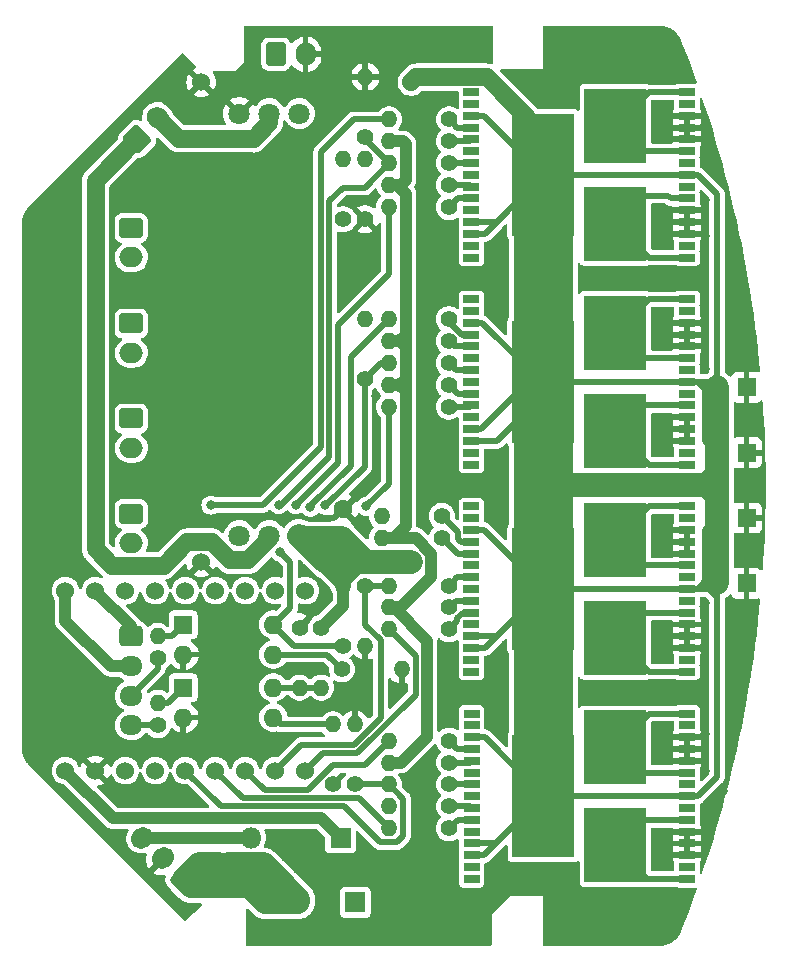
<source format=gbr>
%TF.GenerationSoftware,KiCad,Pcbnew,7.0.9*%
%TF.CreationDate,2024-06-15T23:05:36+09:00*%
%TF.ProjectId,Drive,44726976-652e-46b6-9963-61645f706362,rev?*%
%TF.SameCoordinates,Original*%
%TF.FileFunction,Copper,L1,Top*%
%TF.FilePolarity,Positive*%
%FSLAX46Y46*%
G04 Gerber Fmt 4.6, Leading zero omitted, Abs format (unit mm)*
G04 Created by KiCad (PCBNEW 7.0.9) date 2024-06-15 23:05:36*
%MOMM*%
%LPD*%
G01*
G04 APERTURE LIST*
G04 Aperture macros list*
%AMRoundRect*
0 Rectangle with rounded corners*
0 $1 Rounding radius*
0 $2 $3 $4 $5 $6 $7 $8 $9 X,Y pos of 4 corners*
0 Add a 4 corners polygon primitive as box body*
4,1,4,$2,$3,$4,$5,$6,$7,$8,$9,$2,$3,0*
0 Add four circle primitives for the rounded corners*
1,1,$1+$1,$2,$3*
1,1,$1+$1,$4,$5*
1,1,$1+$1,$6,$7*
1,1,$1+$1,$8,$9*
0 Add four rect primitives between the rounded corners*
20,1,$1+$1,$2,$3,$4,$5,0*
20,1,$1+$1,$4,$5,$6,$7,0*
20,1,$1+$1,$6,$7,$8,$9,0*
20,1,$1+$1,$8,$9,$2,$3,0*%
%AMHorizOval*
0 Thick line with rounded ends*
0 $1 width*
0 $2 $3 position (X,Y) of the first rounded end (center of the circle)*
0 $4 $5 position (X,Y) of the second rounded end (center of the circle)*
0 Add line between two ends*
20,1,$1,$2,$3,$4,$5,0*
0 Add two circle primitives to create the rounded ends*
1,1,$1,$2,$3*
1,1,$1,$4,$5*%
%AMFreePoly0*
4,1,37,-2.000000,3.000000,-1.984315,3.176420,-1.928653,3.370950,-1.834972,3.550293,-1.707107,3.707107,-1.550293,3.834972,-1.370950,3.928653,-1.176420,3.984315,-1.000000,4.000000,1.000000,4.000000,1.176420,3.984315,1.370950,3.928653,1.550293,3.834972,1.707107,3.707107,1.834972,3.550293,1.928653,3.370950,1.984315,3.176420,2.000000,3.000000,2.000000,-3.000000,1.984315,-3.176420,
1.928653,-3.370950,1.834972,-3.550293,1.707107,-3.707107,1.550293,-3.834972,1.370950,-3.928653,1.176420,-3.984315,1.000000,-4.000000,-1.000000,-4.000000,-1.176420,-3.984315,-1.370950,-3.928653,-1.550293,-3.834972,-1.707107,-3.707107,-1.834972,-3.550293,-1.928653,-3.370950,-1.984315,-3.176420,-2.000000,-3.000000,-2.000000,3.000000,-2.000000,3.000000,$1*%
%AMFreePoly1*
4,1,37,-1.750000,1.875000,-1.741990,1.993125,-1.696327,2.176741,-1.612259,2.346247,-1.493718,2.493718,-1.346247,2.612259,-1.176741,2.696327,-0.993125,2.741990,-0.875000,2.750000,0.875000,2.750000,0.993125,2.741990,1.176741,2.696327,1.346247,2.612259,1.493718,2.493718,1.612259,2.346247,1.696327,2.176741,1.741990,1.993125,1.750000,1.875000,1.750000,-1.875000,1.741990,-1.993125,
1.696327,-2.176741,1.612259,-2.346247,1.493718,-2.493718,1.346247,-2.612259,1.176741,-2.696327,0.993125,-2.741990,0.875000,-2.750000,-0.875000,-2.750000,-0.993125,-2.741990,-1.176741,-2.696327,-1.346247,-2.612259,-1.493718,-2.493718,-1.612259,-2.346247,-1.696327,-2.176741,-1.741990,-1.993125,-1.750000,-1.875000,-1.750000,1.875000,-1.750000,1.875000,$1*%
G04 Aperture macros list end*
%TA.AperFunction,ComponentPad*%
%ADD10RoundRect,0.250000X0.936916X0.088388X0.088388X0.936916X-0.936916X-0.088388X-0.088388X-0.936916X0*%
%TD*%
%TA.AperFunction,ComponentPad*%
%ADD11HorizOval,1.700000X0.088388X0.088388X-0.088388X-0.088388X0*%
%TD*%
%TA.AperFunction,ComponentPad*%
%ADD12FreePoly0,0.000000*%
%TD*%
%TA.AperFunction,ComponentPad*%
%ADD13R,1.600000X1.600000*%
%TD*%
%TA.AperFunction,ComponentPad*%
%ADD14C,1.600000*%
%TD*%
%TA.AperFunction,ComponentPad*%
%ADD15C,1.400000*%
%TD*%
%TA.AperFunction,ComponentPad*%
%ADD16O,1.400000X1.400000*%
%TD*%
%TA.AperFunction,ComponentPad*%
%ADD17FreePoly1,0.000000*%
%TD*%
%TA.AperFunction,ComponentPad*%
%ADD18RoundRect,0.250000X-0.600000X-0.750000X0.600000X-0.750000X0.600000X0.750000X-0.600000X0.750000X0*%
%TD*%
%TA.AperFunction,ComponentPad*%
%ADD19O,1.700000X2.000000*%
%TD*%
%TA.AperFunction,ComponentPad*%
%ADD20C,1.800000*%
%TD*%
%TA.AperFunction,ComponentPad*%
%ADD21RoundRect,0.250000X0.106066X-0.954594X0.954594X-0.106066X-0.106066X0.954594X-0.954594X0.106066X0*%
%TD*%
%TA.AperFunction,ComponentPad*%
%ADD22HorizOval,1.700000X-0.106066X0.106066X0.106066X-0.106066X0*%
%TD*%
%TA.AperFunction,SMDPad,CuDef*%
%ADD23R,1.350000X0.660000*%
%TD*%
%TA.AperFunction,SMDPad,CuDef*%
%ADD24R,5.250000X10.300000*%
%TD*%
%TA.AperFunction,SMDPad,CuDef*%
%ADD25R,5.250000X6.230000*%
%TD*%
%TA.AperFunction,ComponentPad*%
%ADD26O,1.600000X1.600000*%
%TD*%
%TA.AperFunction,ComponentPad*%
%ADD27C,1.524000*%
%TD*%
%TA.AperFunction,ComponentPad*%
%ADD28R,1.800000X1.800000*%
%TD*%
%TA.AperFunction,ComponentPad*%
%ADD29O,1.800000X1.800000*%
%TD*%
%TA.AperFunction,ComponentPad*%
%ADD30RoundRect,0.250000X-0.750000X0.600000X-0.750000X-0.600000X0.750000X-0.600000X0.750000X0.600000X0*%
%TD*%
%TA.AperFunction,ComponentPad*%
%ADD31O,2.000000X1.700000*%
%TD*%
%TA.AperFunction,ComponentPad*%
%ADD32RoundRect,0.250000X-0.725000X0.600000X-0.725000X-0.600000X0.725000X-0.600000X0.725000X0.600000X0*%
%TD*%
%TA.AperFunction,ComponentPad*%
%ADD33O,1.950000X1.700000*%
%TD*%
%TA.AperFunction,ViaPad*%
%ADD34C,0.800000*%
%TD*%
%TA.AperFunction,Conductor*%
%ADD35C,0.500000*%
%TD*%
%TA.AperFunction,Conductor*%
%ADD36C,2.000000*%
%TD*%
%TA.AperFunction,Conductor*%
%ADD37C,1.500000*%
%TD*%
%TA.AperFunction,Conductor*%
%ADD38C,5.000000*%
%TD*%
%TA.AperFunction,Conductor*%
%ADD39C,1.000000*%
%TD*%
G04 APERTURE END LIST*
D10*
%TO.P,J1,1,Pin_1*%
%TO.N,Net-(D1-A)*%
X124053600Y-120904000D03*
D11*
%TO.P,J1,2,Pin_2*%
%TO.N,GND*%
X122285833Y-119136233D03*
%TO.P,J1,3,Pin_3*%
%TO.N,Net-(D2-A)*%
X120518066Y-117368466D03*
%TD*%
D12*
%TO.P,,1*%
%TO.N,+12V*%
X154482800Y-113842800D03*
%TD*%
D13*
%TO.P,C4,1*%
%TO.N,GND*%
X171689913Y-90322400D03*
D14*
%TO.P,C4,2*%
%TO.N,+12V*%
X169189913Y-90322400D03*
%TD*%
D15*
%TO.P,R25,1*%
%TO.N,Net-(U8-PWM)*%
X146507200Y-112877600D03*
D16*
%TO.P,R25,2*%
%TO.N,/PWM_4*%
X141427200Y-112877600D03*
%TD*%
D15*
%TO.P,R23,1*%
%TO.N,Net-(U8-INA)*%
X146507200Y-109169200D03*
D16*
%TO.P,R23,2*%
%TO.N,/INA_4*%
X141427200Y-109169200D03*
%TD*%
D15*
%TO.P,R33,1*%
%TO.N,GND*%
X139395200Y-65024000D03*
D16*
%TO.P,R33,2*%
%TO.N,Net-(Q2-G)*%
X139395200Y-59944000D03*
%TD*%
D17*
%TO.P,,1*%
%TO.N,/OUTB_1*%
X160629600Y-65430400D03*
%TD*%
D15*
%TO.P,R5,1*%
%TO.N,Net-(U2-PWM)*%
X146507200Y-60274200D03*
D16*
%TO.P,R5,2*%
%TO.N,/PWM_1*%
X141427200Y-60274200D03*
%TD*%
D18*
%TO.P,C6,1*%
%TO.N,/Solenoid+*%
X131851400Y-51054000D03*
D19*
%TO.P,C6,2*%
%TO.N,GND*%
X134351400Y-51054000D03*
%TD*%
D17*
%TO.P,,1*%
%TO.N,/OUTB_2*%
X160578800Y-82956400D03*
%TD*%
D12*
%TO.P,,1*%
%TO.N,+12V*%
X154482800Y-61315600D03*
%TD*%
D20*
%TO.P,Q1,1,D*%
%TO.N,/Solenoid+*%
X131292600Y-91800800D03*
%TO.P,Q1,2,G*%
%TO.N,Net-(Q1-G)*%
X128752600Y-91800800D03*
%TO.P,Q1,3,S*%
%TO.N,+48V*%
X133832600Y-91800800D03*
%TD*%
D15*
%TO.P,R12,1*%
%TO.N,Net-(U3-EN{slash}DIAGB)*%
X146481800Y-79044800D03*
D16*
%TO.P,R12,2*%
%TO.N,+3.3V*%
X141401800Y-79044800D03*
%TD*%
D15*
%TO.P,R22,1*%
%TO.N,Net-(U8-EN{slash}DIAGA)*%
X146507200Y-111023400D03*
D16*
%TO.P,R22,2*%
%TO.N,+3.3V*%
X141427200Y-111023400D03*
%TD*%
D15*
%TO.P,R13,1*%
%TO.N,/PWM_3*%
X139420600Y-96037400D03*
D16*
%TO.P,R13,2*%
%TO.N,GND*%
X139420600Y-101117400D03*
%TD*%
D21*
%TO.P,J3,1,Pin_1*%
%TO.N,/Solenoid+*%
X120116600Y-58216800D03*
D22*
%TO.P,J3,2,Pin_2*%
%TO.N,/Solenoid-*%
X121884367Y-56449033D03*
%TD*%
D15*
%TO.P,R24,1*%
%TO.N,Net-(U8-INB)*%
X146507200Y-116586000D03*
D16*
%TO.P,R24,2*%
%TO.N,/INB_4*%
X141427200Y-116586000D03*
%TD*%
D15*
%TO.P,R6,1*%
%TO.N,Net-(U2-EN{slash}DIAGB)*%
X146507200Y-62128400D03*
D16*
%TO.P,R6,2*%
%TO.N,+3.3V*%
X141427200Y-62128400D03*
%TD*%
D23*
%TO.P,U3,1,OUTA*%
%TO.N,/OUTA_2*%
X148399400Y-71790200D03*
%TO.P,U3,2,NC*%
%TO.N,unconnected-(U3-NC-Pad2)*%
X148399400Y-72790200D03*
%TO.P,U3,3,VCC*%
%TO.N,+12V*%
X148399400Y-73790200D03*
%TO.P,U3,4,INA*%
%TO.N,Net-(U3-INA)*%
X148399400Y-74790200D03*
%TO.P,U3,5,EN/DIAGA*%
%TO.N,Net-(U3-EN{slash}DIAGA)*%
X148399400Y-75790200D03*
%TO.P,U3,6,CS_DIS*%
%TO.N,unconnected-(U3-CS_DIS-Pad6)*%
X148399400Y-76790200D03*
%TO.P,U3,7,PWM*%
%TO.N,Net-(U3-PWM)*%
X148399400Y-77790200D03*
%TO.P,U3,8,CS*%
%TO.N,unconnected-(U3-CS-Pad8)*%
X148399400Y-78790200D03*
%TO.P,U3,9,EN/DIAGB*%
%TO.N,Net-(U3-EN{slash}DIAGB)*%
X148399400Y-79790200D03*
%TO.P,U3,10,INB*%
%TO.N,Net-(U3-INB)*%
X148399400Y-80790200D03*
%TO.P,U3,11,CP*%
%TO.N,unconnected-(U3-CP-Pad11)*%
X148399400Y-81790200D03*
%TO.P,U3,12,VBAT*%
%TO.N,+12V*%
X148399400Y-82790200D03*
%TO.P,U3,13,VCC*%
X148399400Y-83790200D03*
%TO.P,U3,14,NC*%
%TO.N,unconnected-(U3-NC-Pad14)*%
X148399400Y-84790200D03*
%TO.P,U3,15,OUTB*%
%TO.N,/OUTB_2*%
X148399400Y-85790200D03*
%TO.P,U3,16,OUTB*%
X166649400Y-85790200D03*
%TO.P,U3,17,NC*%
%TO.N,unconnected-(U3-NC-Pad17)*%
X166649400Y-84790200D03*
%TO.P,U3,18,GNDB*%
%TO.N,GND*%
X166649400Y-83790200D03*
%TO.P,U3,19,GNDB*%
X166649400Y-82790200D03*
%TO.P,U3,20,GNDB*%
X166649400Y-81790200D03*
%TO.P,U3,21,OUTB*%
%TO.N,/OUTB_2*%
X166649400Y-80790200D03*
%TO.P,U3,22,NC*%
%TO.N,unconnected-(U3-NC-Pad22)*%
X166649400Y-79790200D03*
%TO.P,U3,23,VCC*%
%TO.N,+12V*%
X166649400Y-78790200D03*
%TO.P,U3,24,NC*%
%TO.N,unconnected-(U3-NC-Pad24)*%
X166649400Y-77790200D03*
%TO.P,U3,25,OUTA*%
%TO.N,/OUTA_2*%
X166649400Y-76790200D03*
%TO.P,U3,26,GNDA*%
%TO.N,GND*%
X166649400Y-75790200D03*
%TO.P,U3,27,GNDA*%
X166649400Y-74790200D03*
%TO.P,U3,28,GNDA*%
X166649400Y-73790200D03*
%TO.P,U3,29,NC*%
%TO.N,unconnected-(U3-NC-Pad29)*%
X166649400Y-72790200D03*
%TO.P,U3,30,OUTA*%
%TO.N,/OUTA_2*%
X166649400Y-71790200D03*
D24*
%TO.P,U3,31,VCC*%
%TO.N,+12V*%
X154474400Y-78790200D03*
D25*
%TO.P,U3,32,OUTB*%
%TO.N,/OUTB_2*%
X160574400Y-82955200D03*
%TO.P,U3,33,OUTA*%
%TO.N,/OUTA_2*%
X160574400Y-74625200D03*
%TD*%
D12*
%TO.P,,1*%
%TO.N,+12V*%
X154508200Y-78740000D03*
%TD*%
D15*
%TO.P,R28,1*%
%TO.N,Net-(U8-EN{slash}DIAGB)*%
X146507200Y-114731800D03*
D16*
%TO.P,R28,2*%
%TO.N,+3.3V*%
X141427200Y-114731800D03*
%TD*%
D12*
%TO.P,,1*%
%TO.N,+12V*%
X154457400Y-96418400D03*
%TD*%
D17*
%TO.P,,1*%
%TO.N,/OUTA_3*%
X160578800Y-92151200D03*
%TD*%
D15*
%TO.P,R31,1*%
%TO.N,GND*%
X133841200Y-99593400D03*
D16*
%TO.P,R31,2*%
%TO.N,Net-(R30-Pad2)*%
X133841200Y-104673400D03*
%TD*%
D13*
%TO.P,U6,1*%
%TO.N,Net-(R19-Pad2)*%
X124012800Y-99334400D03*
D26*
%TO.P,U6,2*%
%TO.N,GND*%
X124012800Y-101874400D03*
%TO.P,U6,3*%
%TO.N,Net-(R29-Pad1)*%
X131632800Y-101874400D03*
%TO.P,U6,4*%
%TO.N,Net-(Q1-G)*%
X131632800Y-99334400D03*
%TD*%
D27*
%TO.P,U1,1,5v*%
%TO.N,+5V*%
X114019000Y-111709200D03*
%TO.P,U1,2,GND*%
%TO.N,GND*%
X116559000Y-111709200D03*
%TO.P,U1,3,3.3v*%
%TO.N,+3.3V*%
X119099000Y-111709200D03*
%TO.P,U1,4,GP29/ADC3*%
%TO.N,unconnected-(U1-GP29{slash}ADC3-Pad4)*%
X121639000Y-111709200D03*
%TO.P,U1,5,GP28/ADC2*%
%TO.N,/PWM_4*%
X124179000Y-111709200D03*
%TO.P,U1,6,GP27/ADC1/SCL*%
%TO.N,/INB_4*%
X126719000Y-111709200D03*
%TO.P,U1,7,GP26/ADC0/SDA*%
%TO.N,/INA_4*%
X129259000Y-111709200D03*
%TO.P,U1,8,GP15/SCL*%
%TO.N,/PWM_3*%
X131799000Y-111709200D03*
%TO.P,U1,9,GP14/SDA*%
%TO.N,/INB_3*%
X134339000Y-111709200D03*
%TO.P,U1,15,GP8/TX1/SDA*%
%TO.N,/INA_3*%
X134339000Y-96469200D03*
%TO.P,U1,16,GP7/SCL*%
%TO.N,/INB_2*%
X131799000Y-96469200D03*
%TO.P,U1,17,GP6/SDA*%
%TO.N,/PWM_2*%
X129259000Y-96469200D03*
%TO.P,U1,18,GP5/RX1/SCl*%
%TO.N,/INA_2*%
X126719000Y-96469200D03*
%TO.P,U1,19,GP4/TX1/SDA*%
%TO.N,/INB_1*%
X124179000Y-96469200D03*
%TO.P,U1,20,GP3/SCL*%
%TO.N,/PWM_1*%
X121639000Y-96469200D03*
%TO.P,U1,21,GP2/SDA*%
%TO.N,/INA_1*%
X119099000Y-96469200D03*
%TO.P,U1,22,GP1/RX0/SCL*%
%TO.N,/MD_TX*%
X116559000Y-96469200D03*
%TO.P,U1,23,GP0/TX0/SDA*%
%TO.N,/MD_RX*%
X114019000Y-96469200D03*
%TD*%
D15*
%TO.P,R7,1*%
%TO.N,/PWM_2*%
X139344400Y-78587600D03*
D16*
%TO.P,R7,2*%
%TO.N,GND*%
X139344400Y-73507600D03*
%TD*%
D17*
%TO.P,,1*%
%TO.N,/OUTB_4*%
X160502600Y-118084600D03*
%TD*%
D15*
%TO.P,R10,1*%
%TO.N,Net-(U3-INB)*%
X146481800Y-80899000D03*
D16*
%TO.P,R10,2*%
%TO.N,/INB_2*%
X141401800Y-80899000D03*
%TD*%
D15*
%TO.P,R18,1*%
%TO.N,Net-(U5-EN{slash}DIAGB)*%
X146507200Y-97891600D03*
D16*
%TO.P,R18,2*%
%TO.N,+3.3V*%
X141427200Y-97891600D03*
%TD*%
D28*
%TO.P,D1,1,K*%
%TO.N,+12V*%
X138557000Y-122859800D03*
D29*
%TO.P,D1,2,A*%
%TO.N,Net-(D1-A)*%
X130937000Y-122859800D03*
%TD*%
D20*
%TO.P,Q2,1,D*%
%TO.N,/Solenoid-*%
X131292600Y-56083200D03*
%TO.P,Q2,2,G*%
%TO.N,Net-(Q2-G)*%
X133832600Y-56083200D03*
%TO.P,Q2,3,S*%
%TO.N,GND*%
X128752600Y-56083200D03*
%TD*%
D15*
%TO.P,R17,1*%
%TO.N,Net-(U5-PWM)*%
X146507200Y-96037400D03*
D16*
%TO.P,R17,2*%
%TO.N,/PWM_3*%
X141427200Y-96037400D03*
%TD*%
D15*
%TO.P,R20,1*%
%TO.N,/FET2*%
X121843800Y-107848400D03*
D16*
%TO.P,R20,2*%
%TO.N,Net-(R20-Pad2)*%
X121843800Y-105948400D03*
%TD*%
D17*
%TO.P,,1*%
%TO.N,/OUTB_3*%
X160553400Y-100558600D03*
%TD*%
D15*
%TO.P,R9,1*%
%TO.N,Net-(U3-INA)*%
X146481800Y-73482200D03*
D16*
%TO.P,R9,2*%
%TO.N,/INA_2*%
X141401800Y-73482200D03*
%TD*%
D17*
%TO.P,,1*%
%TO.N,/OUTA_1*%
X160655000Y-57023000D03*
%TD*%
D13*
%TO.P,C1,1*%
%TO.N,GND*%
X171689913Y-79248000D03*
D14*
%TO.P,C1,2*%
%TO.N,+12V*%
X169189913Y-79248000D03*
%TD*%
D30*
%TO.P,J5,1,Pin_1*%
%TO.N,/OUTB_2*%
X119604200Y-73836000D03*
D31*
%TO.P,J5,2,Pin_2*%
%TO.N,/OUTA_2*%
X119604200Y-76336000D03*
%TD*%
D23*
%TO.P,U5,1,OUTA*%
%TO.N,/OUTA_3*%
X148399400Y-89330600D03*
%TO.P,U5,2,NC*%
%TO.N,unconnected-(U5-NC-Pad2)*%
X148399400Y-90330600D03*
%TO.P,U5,3,VCC*%
%TO.N,+12V*%
X148399400Y-91330600D03*
%TO.P,U5,4,INA*%
%TO.N,Net-(U5-INA)*%
X148399400Y-92330600D03*
%TO.P,U5,5,EN/DIAGA*%
%TO.N,Net-(U5-EN{slash}DIAGA)*%
X148399400Y-93330600D03*
%TO.P,U5,6,CS_DIS*%
%TO.N,unconnected-(U5-CS_DIS-Pad6)*%
X148399400Y-94330600D03*
%TO.P,U5,7,PWM*%
%TO.N,Net-(U5-PWM)*%
X148399400Y-95330600D03*
%TO.P,U5,8,CS*%
%TO.N,unconnected-(U5-CS-Pad8)*%
X148399400Y-96330600D03*
%TO.P,U5,9,EN/DIAGB*%
%TO.N,Net-(U5-EN{slash}DIAGB)*%
X148399400Y-97330600D03*
%TO.P,U5,10,INB*%
%TO.N,Net-(U5-INB)*%
X148399400Y-98330600D03*
%TO.P,U5,11,CP*%
%TO.N,unconnected-(U5-CP-Pad11)*%
X148399400Y-99330600D03*
%TO.P,U5,12,VBAT*%
%TO.N,+12V*%
X148399400Y-100330600D03*
%TO.P,U5,13,VCC*%
X148399400Y-101330600D03*
%TO.P,U5,14,NC*%
%TO.N,unconnected-(U5-NC-Pad14)*%
X148399400Y-102330600D03*
%TO.P,U5,15,OUTB*%
%TO.N,/OUTB_3*%
X148399400Y-103330600D03*
%TO.P,U5,16,OUTB*%
X166649400Y-103330600D03*
%TO.P,U5,17,NC*%
%TO.N,unconnected-(U5-NC-Pad17)*%
X166649400Y-102330600D03*
%TO.P,U5,18,GNDB*%
%TO.N,GND*%
X166649400Y-101330600D03*
%TO.P,U5,19,GNDB*%
X166649400Y-100330600D03*
%TO.P,U5,20,GNDB*%
X166649400Y-99330600D03*
%TO.P,U5,21,OUTB*%
%TO.N,/OUTB_3*%
X166649400Y-98330600D03*
%TO.P,U5,22,NC*%
%TO.N,unconnected-(U5-NC-Pad22)*%
X166649400Y-97330600D03*
%TO.P,U5,23,VCC*%
%TO.N,+12V*%
X166649400Y-96330600D03*
%TO.P,U5,24,NC*%
%TO.N,unconnected-(U5-NC-Pad24)*%
X166649400Y-95330600D03*
%TO.P,U5,25,OUTA*%
%TO.N,/OUTA_3*%
X166649400Y-94330600D03*
%TO.P,U5,26,GNDA*%
%TO.N,GND*%
X166649400Y-93330600D03*
%TO.P,U5,27,GNDA*%
X166649400Y-92330600D03*
%TO.P,U5,28,GNDA*%
X166649400Y-91330600D03*
%TO.P,U5,29,NC*%
%TO.N,unconnected-(U5-NC-Pad29)*%
X166649400Y-90330600D03*
%TO.P,U5,30,OUTA*%
%TO.N,/OUTA_3*%
X166649400Y-89330600D03*
D24*
%TO.P,U5,31,VCC*%
%TO.N,+12V*%
X154474400Y-96330600D03*
D25*
%TO.P,U5,32,OUTB*%
%TO.N,/OUTB_3*%
X160574400Y-100495600D03*
%TO.P,U5,33,OUTA*%
%TO.N,/OUTA_3*%
X160574400Y-92165600D03*
%TD*%
D13*
%TO.P,U7,1*%
%TO.N,Net-(R20-Pad2)*%
X124007400Y-104668400D03*
D26*
%TO.P,U7,2*%
%TO.N,GND*%
X124007400Y-107208400D03*
%TO.P,U7,3*%
%TO.N,Net-(R27-Pad2)*%
X131627400Y-107208400D03*
%TO.P,U7,4*%
%TO.N,Net-(R30-Pad2)*%
X131627400Y-104668400D03*
%TD*%
D13*
%TO.P,C5,1*%
%TO.N,GND*%
X171689913Y-95859600D03*
D14*
%TO.P,C5,2*%
%TO.N,+12V*%
X169189913Y-95859600D03*
%TD*%
D30*
%TO.P,J4,1,Pin_1*%
%TO.N,/OUTB_1*%
X119604200Y-65755200D03*
D31*
%TO.P,J4,2,Pin_2*%
%TO.N,/OUTA_1*%
X119604200Y-68255200D03*
%TD*%
D30*
%TO.P,J6,1,Pin_1*%
%TO.N,/OUTB_3*%
X119604200Y-81887800D03*
D31*
%TO.P,J6,2,Pin_2*%
%TO.N,/OUTA_3*%
X119604200Y-84387800D03*
%TD*%
D15*
%TO.P,R15,1*%
%TO.N,Net-(U5-INA)*%
X145897600Y-90144600D03*
D16*
%TO.P,R15,2*%
%TO.N,/INA_3*%
X140817600Y-90144600D03*
%TD*%
D13*
%TO.P,C2,1*%
%TO.N,GND*%
X171689913Y-84785200D03*
D14*
%TO.P,C2,2*%
%TO.N,+12V*%
X169189913Y-84785200D03*
%TD*%
D15*
%TO.P,R1,1*%
%TO.N,/PWM_1*%
X139420600Y-58039000D03*
D16*
%TO.P,R1,2*%
%TO.N,GND*%
X139420600Y-52959000D03*
%TD*%
D23*
%TO.P,U8,1,OUTA*%
%TO.N,/OUTA_4*%
X148405800Y-106872200D03*
%TO.P,U8,2,NC*%
%TO.N,unconnected-(U8-NC-Pad2)*%
X148405800Y-107872200D03*
%TO.P,U8,3,VCC*%
%TO.N,+12V*%
X148405800Y-108872200D03*
%TO.P,U8,4,INA*%
%TO.N,Net-(U8-INA)*%
X148405800Y-109872200D03*
%TO.P,U8,5,EN/DIAGA*%
%TO.N,Net-(U8-EN{slash}DIAGA)*%
X148405800Y-110872200D03*
%TO.P,U8,6,CS_DIS*%
%TO.N,unconnected-(U8-CS_DIS-Pad6)*%
X148405800Y-111872200D03*
%TO.P,U8,7,PWM*%
%TO.N,Net-(U8-PWM)*%
X148405800Y-112872200D03*
%TO.P,U8,8,CS*%
%TO.N,unconnected-(U8-CS-Pad8)*%
X148405800Y-113872200D03*
%TO.P,U8,9,EN/DIAGB*%
%TO.N,Net-(U8-EN{slash}DIAGB)*%
X148405800Y-114872200D03*
%TO.P,U8,10,INB*%
%TO.N,Net-(U8-INB)*%
X148405800Y-115872200D03*
%TO.P,U8,11,CP*%
%TO.N,unconnected-(U8-CP-Pad11)*%
X148405800Y-116872200D03*
%TO.P,U8,12,VBAT*%
%TO.N,+12V*%
X148405800Y-117872200D03*
%TO.P,U8,13,VCC*%
X148405800Y-118872200D03*
%TO.P,U8,14,NC*%
%TO.N,unconnected-(U8-NC-Pad14)*%
X148405800Y-119872200D03*
%TO.P,U8,15,OUTB*%
%TO.N,/OUTB_4*%
X148405800Y-120872200D03*
%TO.P,U8,16,OUTB*%
X166655800Y-120872200D03*
%TO.P,U8,17,NC*%
%TO.N,unconnected-(U8-NC-Pad17)*%
X166655800Y-119872200D03*
%TO.P,U8,18,GNDB*%
%TO.N,GND*%
X166655800Y-118872200D03*
%TO.P,U8,19,GNDB*%
X166655800Y-117872200D03*
%TO.P,U8,20,GNDB*%
X166655800Y-116872200D03*
%TO.P,U8,21,OUTB*%
%TO.N,/OUTB_4*%
X166655800Y-115872200D03*
%TO.P,U8,22,NC*%
%TO.N,unconnected-(U8-NC-Pad22)*%
X166655800Y-114872200D03*
%TO.P,U8,23,VCC*%
%TO.N,+12V*%
X166655800Y-113872200D03*
%TO.P,U8,24,NC*%
%TO.N,unconnected-(U8-NC-Pad24)*%
X166655800Y-112872200D03*
%TO.P,U8,25,OUTA*%
%TO.N,/OUTA_4*%
X166655800Y-111872200D03*
%TO.P,U8,26,GNDA*%
%TO.N,GND*%
X166655800Y-110872200D03*
%TO.P,U8,27,GNDA*%
X166655800Y-109872200D03*
%TO.P,U8,28,GNDA*%
X166655800Y-108872200D03*
%TO.P,U8,29,NC*%
%TO.N,unconnected-(U8-NC-Pad29)*%
X166655800Y-107872200D03*
%TO.P,U8,30,OUTA*%
%TO.N,/OUTA_4*%
X166655800Y-106872200D03*
D24*
%TO.P,U8,31,VCC*%
%TO.N,+12V*%
X154480800Y-113872200D03*
D25*
%TO.P,U8,32,OUTB*%
%TO.N,/OUTB_4*%
X160580800Y-118037200D03*
%TO.P,U8,33,OUTA*%
%TO.N,/OUTA_4*%
X160580800Y-109707200D03*
%TD*%
D15*
%TO.P,R19,1*%
%TO.N,/FET1*%
X121843800Y-102200200D03*
D16*
%TO.P,R19,2*%
%TO.N,Net-(R19-Pad2)*%
X121843800Y-100300200D03*
%TD*%
D28*
%TO.P,D2,1,K*%
%TO.N,+5V*%
X137312400Y-117373400D03*
D29*
%TO.P,D2,2,A*%
%TO.N,Net-(D2-A)*%
X129692400Y-117373400D03*
%TD*%
D15*
%TO.P,R32,1*%
%TO.N,Net-(R27-Pad2)*%
X137515600Y-65024000D03*
D16*
%TO.P,R32,2*%
%TO.N,Net-(Q2-G)*%
X137515600Y-59944000D03*
%TD*%
D15*
%TO.P,R2,1*%
%TO.N,Net-(U2-EN{slash}DIAGA)*%
X146507200Y-58420000D03*
D16*
%TO.P,R2,2*%
%TO.N,+3.3V*%
X141427200Y-58420000D03*
%TD*%
D15*
%TO.P,R14,1*%
%TO.N,Net-(U5-EN{slash}DIAGA)*%
X145897600Y-91998800D03*
D16*
%TO.P,R14,2*%
%TO.N,+3.3V*%
X140817600Y-91998800D03*
%TD*%
D17*
%TO.P,,1*%
%TO.N,/OUTA_2*%
X160604200Y-74549000D03*
%TD*%
D15*
%TO.P,R30,1*%
%TO.N,+48V*%
X135686800Y-99593400D03*
D16*
%TO.P,R30,2*%
%TO.N,Net-(R30-Pad2)*%
X135686800Y-104673400D03*
%TD*%
D30*
%TO.P,J7,1,Pin_1*%
%TO.N,/OUTB_4*%
X119604200Y-89965000D03*
D31*
%TO.P,J7,2,Pin_2*%
%TO.N,/OUTA_4*%
X119604200Y-92465000D03*
%TD*%
D23*
%TO.P,U2,1,OUTA*%
%TO.N,/OUTA_1*%
X148399400Y-54264200D03*
%TO.P,U2,2,NC*%
%TO.N,unconnected-(U2-NC-Pad2)*%
X148399400Y-55264200D03*
%TO.P,U2,3,VCC*%
%TO.N,+12V*%
X148399400Y-56264200D03*
%TO.P,U2,4,INA*%
%TO.N,Net-(U2-INA)*%
X148399400Y-57264200D03*
%TO.P,U2,5,EN/DIAGA*%
%TO.N,Net-(U2-EN{slash}DIAGA)*%
X148399400Y-58264200D03*
%TO.P,U2,6,CS_DIS*%
%TO.N,unconnected-(U2-CS_DIS-Pad6)*%
X148399400Y-59264200D03*
%TO.P,U2,7,PWM*%
%TO.N,Net-(U2-PWM)*%
X148399400Y-60264200D03*
%TO.P,U2,8,CS*%
%TO.N,unconnected-(U2-CS-Pad8)*%
X148399400Y-61264200D03*
%TO.P,U2,9,EN/DIAGB*%
%TO.N,Net-(U2-EN{slash}DIAGB)*%
X148399400Y-62264200D03*
%TO.P,U2,10,INB*%
%TO.N,Net-(U2-INB)*%
X148399400Y-63264200D03*
%TO.P,U2,11,CP*%
%TO.N,unconnected-(U2-CP-Pad11)*%
X148399400Y-64264200D03*
%TO.P,U2,12,VBAT*%
%TO.N,+12V*%
X148399400Y-65264200D03*
%TO.P,U2,13,VCC*%
X148399400Y-66264200D03*
%TO.P,U2,14,NC*%
%TO.N,unconnected-(U2-NC-Pad14)*%
X148399400Y-67264200D03*
%TO.P,U2,15,OUTB*%
%TO.N,/OUTB_1*%
X148399400Y-68264200D03*
%TO.P,U2,16,OUTB*%
X166649400Y-68264200D03*
%TO.P,U2,17,NC*%
%TO.N,unconnected-(U2-NC-Pad17)*%
X166649400Y-67264200D03*
%TO.P,U2,18,GNDB*%
%TO.N,GND*%
X166649400Y-66264200D03*
%TO.P,U2,19,GNDB*%
X166649400Y-65264200D03*
%TO.P,U2,20,GNDB*%
X166649400Y-64264200D03*
%TO.P,U2,21,OUTB*%
%TO.N,/OUTB_1*%
X166649400Y-63264200D03*
%TO.P,U2,22,NC*%
%TO.N,unconnected-(U2-NC-Pad22)*%
X166649400Y-62264200D03*
%TO.P,U2,23,VCC*%
%TO.N,+12V*%
X166649400Y-61264200D03*
%TO.P,U2,24,NC*%
%TO.N,unconnected-(U2-NC-Pad24)*%
X166649400Y-60264200D03*
%TO.P,U2,25,OUTA*%
%TO.N,/OUTA_1*%
X166649400Y-59264200D03*
%TO.P,U2,26,GNDA*%
%TO.N,GND*%
X166649400Y-58264200D03*
%TO.P,U2,27,GNDA*%
X166649400Y-57264200D03*
%TO.P,U2,28,GNDA*%
X166649400Y-56264200D03*
%TO.P,U2,29,NC*%
%TO.N,unconnected-(U2-NC-Pad29)*%
X166649400Y-55264200D03*
%TO.P,U2,30,OUTA*%
%TO.N,/OUTA_1*%
X166649400Y-54264200D03*
D24*
%TO.P,U2,31,VCC*%
%TO.N,+12V*%
X154474400Y-61264200D03*
D25*
%TO.P,U2,32,OUTB*%
%TO.N,/OUTB_1*%
X160574400Y-65429200D03*
%TO.P,U2,33,OUTA*%
%TO.N,/OUTA_1*%
X160574400Y-57099200D03*
%TD*%
D14*
%TO.P,C3,1*%
%TO.N,+48V*%
X137515600Y-92075000D03*
%TO.P,C3,2*%
%TO.N,GND*%
X137515600Y-89575000D03*
%TD*%
D15*
%TO.P,R26,1*%
%TO.N,Net-(Q1-G)*%
X137541000Y-101117400D03*
D16*
%TO.P,R26,2*%
%TO.N,+48V*%
X137541000Y-96037400D03*
%TD*%
D17*
%TO.P,,1*%
%TO.N,/OUTA_4*%
X160528000Y-109677200D03*
%TD*%
D15*
%TO.P,R11,1*%
%TO.N,Net-(U3-PWM)*%
X146481800Y-77190600D03*
D16*
%TO.P,R11,2*%
%TO.N,/PWM_2*%
X141401800Y-77190600D03*
%TD*%
D32*
%TO.P,J2,1,Pin_1*%
%TO.N,/MD_TX*%
X119583200Y-100348200D03*
D33*
%TO.P,J2,2,Pin_2*%
%TO.N,/MD_RX*%
X119583200Y-102848200D03*
%TO.P,J2,3,Pin_3*%
%TO.N,/FET1*%
X119583200Y-105348200D03*
%TO.P,J2,4,Pin_4*%
%TO.N,/FET2*%
X119583200Y-107848200D03*
%TD*%
D15*
%TO.P,R4,1*%
%TO.N,Net-(U2-INB)*%
X146507200Y-63982600D03*
D16*
%TO.P,R4,2*%
%TO.N,/INB_1*%
X141427200Y-63982600D03*
%TD*%
D15*
%TO.P,R21,1*%
%TO.N,/PWM_4*%
X138531600Y-112877600D03*
D16*
%TO.P,R21,2*%
%TO.N,GND*%
X138531600Y-107797600D03*
%TD*%
D15*
%TO.P,R3,1*%
%TO.N,Net-(U2-INA)*%
X146507200Y-56565800D03*
D16*
%TO.P,R3,2*%
%TO.N,/INA_1*%
X141427200Y-56565800D03*
%TD*%
D15*
%TO.P,R8,1*%
%TO.N,Net-(U3-EN{slash}DIAGA)*%
X146481800Y-75336400D03*
D16*
%TO.P,R8,2*%
%TO.N,+3.3V*%
X141401800Y-75336400D03*
%TD*%
D27*
%TO.P,U4,1,IN+*%
%TO.N,+12V*%
X143306800Y-53416200D03*
%TO.P,U4,2,IN-*%
%TO.N,GND*%
X125526800Y-53416200D03*
%TO.P,U4,3,OUT+*%
%TO.N,+48V*%
X143306800Y-94056200D03*
%TO.P,U4,4,OUT-*%
%TO.N,GND*%
X125526800Y-94056200D03*
%TD*%
D15*
%TO.P,R27,1*%
%TO.N,GND*%
X136652000Y-112877600D03*
D16*
%TO.P,R27,2*%
%TO.N,Net-(R27-Pad2)*%
X136652000Y-107797600D03*
%TD*%
D15*
%TO.P,R29,1*%
%TO.N,Net-(R29-Pad1)*%
X137439400Y-103124000D03*
D16*
%TO.P,R29,2*%
%TO.N,GND*%
X142519400Y-103124000D03*
%TD*%
D15*
%TO.P,R16,1*%
%TO.N,Net-(U5-INB)*%
X146507200Y-99745800D03*
D16*
%TO.P,R16,2*%
%TO.N,/INB_3*%
X141427200Y-99745800D03*
%TD*%
D34*
%TO.N,GND*%
X138049000Y-63500000D03*
X139954000Y-63246000D03*
X134747000Y-98171000D03*
X164973000Y-73025000D03*
X164973000Y-93091000D03*
X140335000Y-80010000D03*
X171323000Y-100965000D03*
X139446000Y-54864000D03*
X170434000Y-65278000D03*
X168148000Y-66421000D03*
X112268000Y-111760000D03*
X130937000Y-77470000D03*
X124079000Y-52070000D03*
X168148000Y-63373000D03*
X135382000Y-121285000D03*
X135255000Y-117602000D03*
X164592000Y-117221000D03*
X133096000Y-125349000D03*
X114808000Y-87122000D03*
X144399000Y-50292000D03*
X117856000Y-109982000D03*
X144272000Y-116586000D03*
X168021000Y-73787000D03*
X171704000Y-86614000D03*
X127127000Y-73660000D03*
X166751000Y-52959000D03*
X134366000Y-73660000D03*
X163322000Y-69469000D03*
X119634000Y-114300000D03*
X117602000Y-58039000D03*
X124206000Y-123698000D03*
X168148000Y-108585000D03*
X125857000Y-107188000D03*
X136017000Y-49403000D03*
X139446000Y-50292000D03*
X131445000Y-53086000D03*
X165608000Y-70104000D03*
X132842000Y-57785000D03*
X139192000Y-118110000D03*
X126873000Y-62738000D03*
X117729000Y-117221000D03*
X111125000Y-101600000D03*
X164592000Y-99822000D03*
X171323000Y-73787000D03*
X117475000Y-104394000D03*
X146431000Y-104394000D03*
X171704000Y-88519000D03*
X124079000Y-109601000D03*
X164973000Y-90551000D03*
X154940000Y-125984000D03*
X149479000Y-125857000D03*
X168148000Y-57023000D03*
X168275000Y-117475000D03*
X160528000Y-124587000D03*
X120142000Y-60579000D03*
X168021000Y-69977000D03*
X118237000Y-62992000D03*
X146431000Y-101473000D03*
X164592000Y-101854000D03*
X131826000Y-117475000D03*
X138557000Y-105918000D03*
X146558000Y-54864000D03*
X156972000Y-120015000D03*
X165481000Y-105156000D03*
X171704000Y-80899000D03*
X117856000Y-113157000D03*
X115316000Y-94869000D03*
X168148000Y-97536000D03*
X114681000Y-78994000D03*
X137287000Y-52959000D03*
X134366000Y-62611000D03*
X123698000Y-55880000D03*
X168275000Y-114935000D03*
X129794000Y-125984000D03*
X164592000Y-64389000D03*
X124460000Y-60071000D03*
X144145000Y-112649000D03*
X164846000Y-125730000D03*
X121539000Y-54229000D03*
X153543000Y-121793000D03*
X142240000Y-54991000D03*
X149225000Y-50292000D03*
X111379000Y-65024000D03*
X125730000Y-101854000D03*
X146431000Y-107442000D03*
X134366000Y-53213000D03*
X169418000Y-61468000D03*
X134239000Y-106426000D03*
X129032000Y-104013000D03*
X114300000Y-109474000D03*
X164719000Y-122047000D03*
X134493000Y-58801000D03*
X164592000Y-66675000D03*
X164592000Y-84455000D03*
X164592000Y-82169000D03*
X129921000Y-100965000D03*
X150368000Y-105029000D03*
X130429000Y-97917000D03*
X168529000Y-59309000D03*
X123698000Y-80899000D03*
X120904000Y-120523000D03*
X124587000Y-54991000D03*
X164973000Y-75438000D03*
X139319000Y-102997000D03*
X119888000Y-55880000D03*
X168021000Y-105156000D03*
X129794000Y-124460000D03*
X127000000Y-98298000D03*
X170815000Y-105537000D03*
X111125000Y-75057000D03*
X125857000Y-77470000D03*
X132588000Y-109093000D03*
X172593000Y-82042000D03*
X136271000Y-56896000D03*
X165227000Y-53213000D03*
X135255000Y-124079000D03*
X145796000Y-119126000D03*
X155194000Y-120015000D03*
X144653000Y-64897000D03*
X170307000Y-110744000D03*
X114554000Y-70104000D03*
X168148000Y-111760000D03*
X129921000Y-54610000D03*
X144780000Y-54864000D03*
X160528000Y-122174000D03*
X168148000Y-77724000D03*
X134366000Y-80899000D03*
X144907000Y-110744000D03*
X168021000Y-101346000D03*
X111125000Y-83185000D03*
X164719000Y-119253000D03*
X142113000Y-105029000D03*
X144526000Y-60071000D03*
X136906000Y-125984000D03*
X171704000Y-97663000D03*
X171577000Y-77470000D03*
X113665000Y-105918000D03*
X110998000Y-109474000D03*
X111125000Y-91186000D03*
X143129000Y-56896000D03*
X169672000Y-113411000D03*
X163576000Y-104394000D03*
X129286000Y-107188000D03*
X164338000Y-50419000D03*
X170815000Y-69342000D03*
X171704000Y-83058000D03*
X160020000Y-50292000D03*
X114427000Y-61595000D03*
X155829000Y-50292000D03*
X120015000Y-79121000D03*
X172720000Y-87630000D03*
X130048000Y-60071000D03*
%TO.N,Net-(D1-A)*%
X130175000Y-121056400D03*
X127406400Y-119989600D03*
X129565400Y-119786400D03*
X133400800Y-122758200D03*
X131470400Y-120396000D03*
X128549400Y-121335800D03*
X125476000Y-119710200D03*
X132486400Y-121615200D03*
X126136400Y-121335800D03*
%TO.N,Net-(Q1-G)*%
X132205182Y-93193820D03*
%TO.N,/PWM_1*%
X132080000Y-89174500D03*
%TO.N,/INA_1*%
X126339600Y-89230200D03*
%TO.N,/INB_1*%
X133511445Y-89177931D03*
%TO.N,/PWM_2*%
X136038374Y-89249376D03*
%TO.N,/INA_2*%
X134747000Y-89408000D03*
%TO.N,/INB_2*%
X139496800Y-89331800D03*
%TD*%
D35*
%TO.N,/PWM_1*%
X141427200Y-60274200D02*
X141427200Y-60223400D01*
X141427200Y-60223400D02*
X139420600Y-58216800D01*
X139420600Y-58216800D02*
X139420600Y-58039000D01*
%TO.N,/INA_2*%
X134747000Y-89408000D02*
X134747000Y-89339375D01*
X134747000Y-89339375D02*
X138194400Y-85891975D01*
X138194400Y-85891975D02*
X138194400Y-76689600D01*
X138194400Y-76689600D02*
X141401800Y-73482200D01*
%TO.N,/INB_1*%
X133511445Y-89177931D02*
X137065600Y-85623776D01*
X141427200Y-69646800D02*
X141427200Y-63982600D01*
X137065600Y-85623776D02*
X137065600Y-74008400D01*
X137065600Y-74008400D02*
X141427200Y-69646800D01*
%TO.N,/OUTB_4*%
X166655800Y-120872200D02*
X163290200Y-120872200D01*
X163290200Y-120872200D02*
X160502600Y-118084600D01*
X166655800Y-115872200D02*
X162745800Y-115872200D01*
X162745800Y-115872200D02*
X160580800Y-118037200D01*
%TO.N,/OUTA_4*%
X166655800Y-106872200D02*
X163415800Y-106872200D01*
X163415800Y-106872200D02*
X160580800Y-109707200D01*
X166655800Y-111872200D02*
X162745800Y-111872200D01*
X162745800Y-111872200D02*
X160580800Y-109707200D01*
%TO.N,/OUTB_3*%
X166649400Y-103330600D02*
X163409400Y-103330600D01*
X163409400Y-103330600D02*
X160574400Y-100495600D01*
X166649400Y-98330600D02*
X162739400Y-98330600D01*
X162739400Y-98330600D02*
X160574400Y-100495600D01*
%TO.N,/OUTA_3*%
X166649400Y-89330600D02*
X163399400Y-89330600D01*
X163399400Y-89330600D02*
X160578800Y-92151200D01*
X166649400Y-94330600D02*
X162739400Y-94330600D01*
X162739400Y-94330600D02*
X160574400Y-92165600D01*
%TO.N,/OUTB_2*%
X166649400Y-85790200D02*
X163409400Y-85790200D01*
X163409400Y-85790200D02*
X160574400Y-82955200D01*
X166649400Y-80790200D02*
X162739400Y-80790200D01*
X162739400Y-80790200D02*
X160574400Y-82955200D01*
%TO.N,/OUTA_2*%
X166649400Y-76790200D02*
X162739400Y-76790200D01*
X162739400Y-76790200D02*
X160574400Y-74625200D01*
X166649400Y-71790200D02*
X163409400Y-71790200D01*
X163409400Y-71790200D02*
X160574400Y-74625200D01*
%TO.N,/OUTB_1*%
X166649400Y-68264200D02*
X163463400Y-68264200D01*
X163463400Y-68264200D02*
X160629600Y-65430400D01*
X166649400Y-63264200D02*
X165304282Y-63264200D01*
X165304282Y-63264200D02*
X165071082Y-63031000D01*
X165071082Y-63031000D02*
X162972600Y-63031000D01*
X162972600Y-63031000D02*
X160574400Y-65429200D01*
%TO.N,/OUTA_1*%
X166649400Y-54264200D02*
X163413800Y-54264200D01*
X163413800Y-54264200D02*
X160655000Y-57023000D01*
X166649400Y-59264200D02*
X162739400Y-59264200D01*
X162739400Y-59264200D02*
X160574400Y-57099200D01*
%TO.N,GND*%
X136793600Y-90297000D02*
X135509000Y-90297000D01*
X137515600Y-89575000D02*
X136793600Y-90297000D01*
%TO.N,/PWM_2*%
X136038374Y-89249376D02*
X136063417Y-89249376D01*
X136063417Y-89249376D02*
X139344400Y-85968393D01*
X139344400Y-85968393D02*
X139344400Y-78587600D01*
%TO.N,/PWM_1*%
X136365600Y-85122400D02*
X136365600Y-63481600D01*
X136365600Y-63481600D02*
X137490200Y-62357000D01*
X132080000Y-89174500D02*
X132313500Y-89174500D01*
X132313500Y-89174500D02*
X136365600Y-85122400D01*
X137490200Y-62357000D02*
X139344400Y-62357000D01*
X139344400Y-62357000D02*
X141427200Y-60274200D01*
%TO.N,/INA_1*%
X126339600Y-89230200D02*
X130733800Y-89230200D01*
X130733800Y-89230200D02*
X135665600Y-84298400D01*
X135665600Y-59330200D02*
X138430000Y-56565800D01*
X135665600Y-84298400D02*
X135665600Y-59330200D01*
X138430000Y-56565800D02*
X141427200Y-56565800D01*
D36*
%TO.N,+12V*%
X169189913Y-88466113D02*
X169189913Y-95859600D01*
D35*
X167554400Y-78790200D02*
X168198800Y-79434600D01*
X149512200Y-108872200D02*
X154482800Y-113842800D01*
X148399400Y-56264200D02*
X149474400Y-56264200D01*
X149179718Y-82790200D02*
X153179718Y-78790200D01*
D37*
X143306800Y-53416200D02*
X143738800Y-52984200D01*
D35*
X166649400Y-78790200D02*
X154558400Y-78790200D01*
X167880713Y-96330600D02*
X169189913Y-95021400D01*
X166655800Y-113872200D02*
X167560800Y-113872200D01*
X154512200Y-113872200D02*
X154482800Y-113842800D01*
X154534200Y-61264200D02*
X154482800Y-61315600D01*
X167560800Y-113872200D02*
X169189913Y-112243087D01*
X148399400Y-66264200D02*
X149534200Y-66264200D01*
X166649400Y-61264200D02*
X154534200Y-61264200D01*
X148399400Y-91330600D02*
X149474400Y-91330600D01*
X148399400Y-82790200D02*
X149179718Y-82790200D01*
X150534200Y-65264200D02*
X154482800Y-61315600D01*
D37*
X169189913Y-95859600D02*
X169189913Y-95021400D01*
D35*
X149474400Y-91330600D02*
X154474400Y-96330600D01*
X149474400Y-56264200D02*
X154474400Y-61264200D01*
X169189913Y-62899713D02*
X169189913Y-78308200D01*
D36*
X168277600Y-87553800D02*
X169189913Y-88466113D01*
D35*
X149480800Y-118872200D02*
X154480800Y-113872200D01*
X148399400Y-101330600D02*
X149545200Y-101330600D01*
X168198800Y-83794087D02*
X169189913Y-84785200D01*
D37*
X169189913Y-79933800D02*
X169189913Y-79248000D01*
D35*
X148399400Y-65264200D02*
X150534200Y-65264200D01*
X149545200Y-101330600D02*
X154457400Y-96418400D01*
X166649400Y-96330600D02*
X154474400Y-96330600D01*
X169189913Y-112243087D02*
X169189913Y-97002600D01*
X167554400Y-96330600D02*
X168198800Y-95686200D01*
D36*
X169189913Y-86654687D02*
X169189913Y-79248000D01*
X169189913Y-86654687D02*
X169189913Y-84785200D01*
D35*
X168707913Y-78790200D02*
X169189913Y-78308200D01*
X169189913Y-78308200D02*
X169189913Y-79248000D01*
D36*
X169189913Y-86654687D02*
X169189913Y-90322400D01*
D35*
X154254200Y-78740000D02*
X154508200Y-78740000D01*
X149304400Y-73790200D02*
X154254200Y-78740000D01*
X148399400Y-83790200D02*
X150583882Y-83790200D01*
D37*
X169189913Y-95021400D02*
X169189913Y-79933800D01*
X154474400Y-57776600D02*
X154474400Y-61264200D01*
D36*
X156088000Y-87553800D02*
X165557200Y-87553800D01*
D35*
X168198800Y-91313513D02*
X169189913Y-90322400D01*
X169189913Y-97002600D02*
X169189913Y-95859600D01*
X154558400Y-78790200D02*
X154508200Y-78740000D01*
X166649400Y-96330600D02*
X167554400Y-96330600D01*
X168517913Y-96330600D02*
X169189913Y-97002600D01*
X148405800Y-117872200D02*
X150480800Y-117872200D01*
X153179718Y-78790200D02*
X154474400Y-78790200D01*
X148405800Y-108872200D02*
X149512200Y-108872200D01*
X166649400Y-61264200D02*
X167554400Y-61264200D01*
D36*
X154474400Y-85940200D02*
X156088000Y-87553800D01*
D35*
X150583882Y-83790200D02*
X154474400Y-79899682D01*
X166649400Y-96330600D02*
X168517913Y-96330600D01*
X149534200Y-66264200D02*
X154482800Y-61315600D01*
X168046313Y-78790200D02*
X169189913Y-79933800D01*
X148399400Y-100330600D02*
X150545200Y-100330600D01*
X168732113Y-78790200D02*
X169189913Y-79248000D01*
X150545200Y-100330600D02*
X154457400Y-96418400D01*
D36*
X168290800Y-87553800D02*
X169189913Y-86654687D01*
X165557200Y-87553800D02*
X168277600Y-87553800D01*
D35*
X166655800Y-113872200D02*
X154512200Y-113872200D01*
D37*
X143738800Y-52984200D02*
X149682000Y-52984200D01*
D35*
X168198800Y-95686200D02*
X168198800Y-91313513D01*
X168198800Y-79434600D02*
X168198800Y-83794087D01*
X166649400Y-78790200D02*
X168046313Y-78790200D01*
D36*
X169189913Y-88466113D02*
X169189913Y-90322400D01*
D37*
X149682000Y-52984200D02*
X154474400Y-57776600D01*
D35*
X148399400Y-73790200D02*
X149304400Y-73790200D01*
X166649400Y-78790200D02*
X167554400Y-78790200D01*
X148405800Y-118872200D02*
X149480800Y-118872200D01*
X150480800Y-117872200D02*
X154480800Y-113872200D01*
X166649400Y-78790200D02*
X168707913Y-78790200D01*
D38*
X154482800Y-113842800D02*
X154482800Y-61315600D01*
D36*
X154474400Y-78790200D02*
X154474400Y-85940200D01*
D35*
X154474400Y-79899682D02*
X154474400Y-78790200D01*
D36*
X165557200Y-87553800D02*
X168290800Y-87553800D01*
D35*
X166649400Y-96330600D02*
X167880713Y-96330600D01*
X167554400Y-61264200D02*
X169189913Y-62899713D01*
X166649400Y-78790200D02*
X168732113Y-78790200D01*
D36*
%TO.N,+48V*%
X134056000Y-92024200D02*
X133832600Y-91800800D01*
X135187370Y-93155570D02*
X138404600Y-93155570D01*
X137515600Y-92075000D02*
X137464800Y-92024200D01*
X137388600Y-94056200D02*
X136088000Y-94056200D01*
X139305230Y-93864630D02*
X139305230Y-94056200D01*
D39*
X137541000Y-96037400D02*
X135187370Y-93683770D01*
X137541000Y-96037400D02*
X137541000Y-95820430D01*
D36*
X138404600Y-93155570D02*
X139305230Y-94056200D01*
X143306800Y-94056200D02*
X137388600Y-94056200D01*
X137515600Y-92075000D02*
X139305230Y-93864630D01*
D39*
X137541000Y-95820430D02*
X139305230Y-94056200D01*
D36*
X139305230Y-94056200D02*
X143306800Y-94056200D01*
D39*
X137541000Y-97739200D02*
X135686800Y-99593400D01*
X135187370Y-93683770D02*
X135187370Y-93155570D01*
D36*
X136088000Y-94056200D02*
X133832600Y-91800800D01*
X133832600Y-91800800D02*
X135187370Y-93155570D01*
D39*
X137541000Y-96037400D02*
X137541000Y-97739200D01*
D36*
X137464800Y-92024200D02*
X134056000Y-92024200D01*
D39*
X137541000Y-96037400D02*
X137541000Y-94208600D01*
X137541000Y-94208600D02*
X137388600Y-94056200D01*
D37*
%TO.N,/Solenoid+*%
X122326400Y-94361000D02*
X124343200Y-92344200D01*
X129514600Y-93903800D02*
X131292600Y-92125800D01*
X117983000Y-94361000D02*
X122326400Y-94361000D01*
X124343200Y-92344200D02*
X126431000Y-92344200D01*
X131292600Y-92125800D02*
X131292600Y-91800800D01*
X116586000Y-61747400D02*
X116586000Y-92964000D01*
X116586000Y-92964000D02*
X117983000Y-94361000D01*
X126431000Y-92344200D02*
X127990600Y-93903800D01*
X120116600Y-58216800D02*
X116586000Y-61747400D01*
X127990600Y-93903800D02*
X129514600Y-93903800D01*
D36*
%TO.N,Net-(D1-A)*%
X128727200Y-121513600D02*
X129590800Y-121513600D01*
X127762000Y-119634000D02*
X129413000Y-119634000D01*
X130937000Y-122859800D02*
X130937000Y-121081800D01*
X132486400Y-121615200D02*
X132791200Y-121615200D01*
X125399800Y-119634000D02*
X125476000Y-119710200D01*
X133731000Y-122555000D02*
X133731000Y-122859800D01*
X131470400Y-120396000D02*
X131572000Y-120396000D01*
X130810000Y-119634000D02*
X131470400Y-120294400D01*
X129133600Y-121056400D02*
X130175000Y-121056400D01*
X125958600Y-121513600D02*
X126136400Y-121335800D01*
X129717800Y-119634000D02*
X130810000Y-119634000D01*
X124053600Y-120904000D02*
X124663200Y-121513600D01*
X125552200Y-119634000D02*
X127050800Y-119634000D01*
X124053600Y-120904000D02*
X128981200Y-120904000D01*
X133502400Y-122859800D02*
X133400800Y-122758200D01*
X133731000Y-122859800D02*
X133502400Y-122859800D01*
X128371600Y-121513600D02*
X128549400Y-121335800D01*
X127406400Y-119989600D02*
X127762000Y-119634000D01*
X129590800Y-121513600D02*
X130937000Y-122859800D01*
X131572000Y-120396000D02*
X131597400Y-120421400D01*
X130175000Y-122097800D02*
X130937000Y-122859800D01*
X127050800Y-119634000D02*
X127406400Y-119989600D01*
X125476000Y-119710200D02*
X125552200Y-119634000D01*
X131470400Y-120294400D02*
X131470400Y-120396000D01*
X124053600Y-120904000D02*
X125323600Y-119634000D01*
X130937000Y-121081800D02*
X131597400Y-120421400D01*
X132791200Y-121615200D02*
X133731000Y-122555000D01*
X126136400Y-121335800D02*
X126314200Y-121513600D01*
X129565400Y-119786400D02*
X129717800Y-119634000D01*
X125323600Y-119634000D02*
X125399800Y-119634000D01*
X126314200Y-121513600D02*
X128371600Y-121513600D01*
X132486400Y-121310400D02*
X132486400Y-121615200D01*
X131597400Y-120421400D02*
X132486400Y-121310400D01*
X129413000Y-119634000D02*
X129565400Y-119786400D01*
X124663200Y-121513600D02*
X125958600Y-121513600D01*
X128981200Y-120904000D02*
X129133600Y-121056400D01*
X130175000Y-121056400D02*
X130175000Y-122097800D01*
X133299200Y-122859800D02*
X130937000Y-122859800D01*
X133400800Y-122758200D02*
X133299200Y-122859800D01*
X128549400Y-121335800D02*
X128727200Y-121513600D01*
D39*
%TO.N,+5V*%
X118039878Y-115730078D02*
X114019000Y-111709200D01*
X137312400Y-117373400D02*
X135669078Y-115730078D01*
X135669078Y-115730078D02*
X118039878Y-115730078D01*
%TO.N,Net-(D2-A)*%
X129687466Y-117368466D02*
X129692400Y-117373400D01*
X120518066Y-117368466D02*
X129687466Y-117368466D01*
D37*
%TO.N,/Solenoid-*%
X129946400Y-58216800D02*
X123652134Y-58216800D01*
X131292600Y-56870600D02*
X129946400Y-58216800D01*
X123652134Y-58216800D02*
X121884367Y-56449033D01*
X131292600Y-56083200D02*
X131292600Y-56870600D01*
D39*
%TO.N,/MD_TX*%
X119583200Y-99493400D02*
X116559000Y-96469200D01*
X119583200Y-100348200D02*
X119583200Y-99493400D01*
%TO.N,/MD_RX*%
X119583200Y-102848200D02*
X117858200Y-102848200D01*
X117858200Y-102848200D02*
X114019000Y-99009000D01*
X114019000Y-99009000D02*
X114019000Y-96469200D01*
D35*
%TO.N,/FET1*%
X121843800Y-103087600D02*
X121843800Y-102200200D01*
X119583200Y-105348200D02*
X121843800Y-103087600D01*
%TO.N,/FET2*%
X119583200Y-107848200D02*
X121843600Y-107848200D01*
X121843600Y-107848200D02*
X121843800Y-107848400D01*
%TO.N,Net-(Q1-G)*%
X133415800Y-101117400D02*
X137541000Y-101117400D01*
X133070600Y-97896600D02*
X131632800Y-99334400D01*
X132205182Y-93193820D02*
X133070600Y-94059238D01*
X131632800Y-99334400D02*
X133415800Y-101117400D01*
X133070600Y-94059238D02*
X133070600Y-97896600D01*
%TO.N,Net-(U2-EN{slash}DIAGA)*%
X146507200Y-58420000D02*
X148243600Y-58420000D01*
X148243600Y-58420000D02*
X148399400Y-58264200D01*
D39*
%TO.N,+3.3V*%
X144619400Y-100702800D02*
X141808200Y-97891600D01*
X141427200Y-97891600D02*
X142417149Y-97891600D01*
X142827200Y-76022200D02*
X142827200Y-75844400D01*
X143662400Y-91998800D02*
X140817600Y-91998800D01*
X142062200Y-62128400D02*
X141427200Y-62128400D01*
X142827200Y-75844400D02*
X142319200Y-75336400D01*
X142290800Y-79044800D02*
X141401800Y-79044800D01*
X145006800Y-93343200D02*
X143662400Y-91998800D01*
X142827200Y-90979149D02*
X142827200Y-79581200D01*
X142827200Y-78511400D02*
X142827200Y-76507800D01*
X142417149Y-111023400D02*
X144619400Y-108821149D01*
X141427200Y-111023400D02*
X142417149Y-111023400D01*
X142570200Y-58420000D02*
X141427200Y-58420000D01*
X141808200Y-97891600D02*
X141427200Y-97891600D01*
X142827200Y-80187800D02*
X142827200Y-78511400D01*
X142827200Y-58677000D02*
X142570200Y-58420000D01*
X140817600Y-91998800D02*
X141807549Y-91998800D01*
X142827200Y-74320400D02*
X142827200Y-62893400D01*
X142827200Y-79581200D02*
X142290800Y-79044800D01*
X142417149Y-97891600D02*
X145006800Y-95301949D01*
X142827200Y-61718349D02*
X142827200Y-58677000D01*
X141401800Y-75336400D02*
X142290800Y-75336400D01*
X141401800Y-79044800D02*
X142293800Y-79044800D01*
X142293800Y-79044800D02*
X142827200Y-78511400D01*
X144619400Y-108821149D02*
X144619400Y-100702800D01*
X142290800Y-75336400D02*
X142827200Y-74800000D01*
X142827200Y-62893400D02*
X142062200Y-62128400D01*
X141427200Y-62128400D02*
X142417149Y-62128400D01*
X142319200Y-75336400D02*
X141401800Y-75336400D01*
X141807549Y-91998800D02*
X142827200Y-90979149D01*
X142417149Y-62128400D02*
X142827200Y-61718349D01*
X145006800Y-95301949D02*
X145006800Y-93343200D01*
X142827200Y-74320400D02*
X142827200Y-76507800D01*
X142827200Y-74800000D02*
X142827200Y-74320400D01*
D35*
%TO.N,Net-(U2-INA)*%
X146507200Y-56565800D02*
X147205600Y-57264200D01*
X147205600Y-57264200D02*
X148399400Y-57264200D01*
%TO.N,Net-(U2-INB)*%
X147225600Y-63264200D02*
X148399400Y-63264200D01*
X146507200Y-63982600D02*
X147225600Y-63264200D01*
%TO.N,Net-(U2-PWM)*%
X148389400Y-60274200D02*
X148399400Y-60264200D01*
X146507200Y-60274200D02*
X148389400Y-60274200D01*
%TO.N,Net-(U2-EN{slash}DIAGB)*%
X148263600Y-62128400D02*
X148399400Y-62264200D01*
X146507200Y-62128400D02*
X148263600Y-62128400D01*
%TO.N,/PWM_2*%
X140741400Y-77190600D02*
X139344400Y-78587600D01*
X141401800Y-77190600D02*
X140741400Y-77190600D01*
%TO.N,Net-(U3-EN{slash}DIAGA)*%
X146935600Y-75790200D02*
X148399400Y-75790200D01*
X146481800Y-75336400D02*
X146935600Y-75790200D01*
%TO.N,Net-(U3-INA)*%
X146481800Y-73482200D02*
X146481800Y-73710054D01*
X147561946Y-74790200D02*
X148399400Y-74790200D01*
X146481800Y-73710054D02*
X147561946Y-74790200D01*
%TO.N,/INA_2*%
X126847600Y-96340600D02*
X126719000Y-96469200D01*
%TO.N,Net-(U3-INB)*%
X148290600Y-80899000D02*
X148399400Y-80790200D01*
X146481800Y-80899000D02*
X148290600Y-80899000D01*
%TO.N,/INB_2*%
X141401800Y-80899000D02*
X141401800Y-87376000D01*
X141427200Y-87401400D02*
X139496800Y-89331800D01*
X141401800Y-87376000D02*
X141427200Y-87401400D01*
%TO.N,Net-(U3-PWM)*%
X146481800Y-77190600D02*
X147081400Y-77790200D01*
X147081400Y-77790200D02*
X148399400Y-77790200D01*
%TO.N,Net-(U3-EN{slash}DIAGB)*%
X147227200Y-79790200D02*
X148399400Y-79790200D01*
X146481800Y-79044800D02*
X147227200Y-79790200D01*
%TO.N,/PWM_3*%
X139420600Y-99365546D02*
X139420600Y-96037400D01*
X140716000Y-100660946D02*
X139420600Y-99365546D01*
X133972200Y-109536000D02*
X138419450Y-109536000D01*
X141427200Y-96037400D02*
X139420600Y-96037400D01*
X140716000Y-107239450D02*
X140716000Y-100660946D01*
X131799000Y-111709200D02*
X133972200Y-109536000D01*
X138419450Y-109536000D02*
X140716000Y-107239450D01*
%TO.N,Net-(U5-EN{slash}DIAGA)*%
X147229400Y-93330600D02*
X148399400Y-93330600D01*
X145897600Y-91998800D02*
X147229400Y-93330600D01*
%TO.N,Net-(U5-INA)*%
X147494400Y-92330600D02*
X148399400Y-92330600D01*
X145897600Y-90144600D02*
X147274400Y-91521400D01*
X147274400Y-91521400D02*
X147274400Y-92110600D01*
X147274400Y-92110600D02*
X147494400Y-92330600D01*
%TO.N,Net-(U5-INB)*%
X147207200Y-98817946D02*
X147694546Y-98330600D01*
X147694546Y-98330600D02*
X148399400Y-98330600D01*
X146507200Y-99745800D02*
X147207200Y-99045800D01*
X147207200Y-99045800D02*
X147207200Y-98817946D01*
%TO.N,/INB_3*%
X141427200Y-99745800D02*
X143669400Y-101988000D01*
X143669400Y-105276000D02*
X138709400Y-110236000D01*
X138709400Y-110236000D02*
X135812200Y-110236000D01*
X143669400Y-101988000D02*
X143669400Y-105276000D01*
X135812200Y-110236000D02*
X134339000Y-111709200D01*
%TO.N,Net-(U5-PWM)*%
X146507200Y-96037400D02*
X147214000Y-95330600D01*
X147214000Y-95330600D02*
X148399400Y-95330600D01*
%TO.N,Net-(U5-EN{slash}DIAGB)*%
X146507200Y-97891600D02*
X147068200Y-97330600D01*
X147068200Y-97330600D02*
X148399400Y-97330600D01*
%TO.N,Net-(R19-Pad2)*%
X123047000Y-100300200D02*
X124012800Y-99334400D01*
X121843800Y-100300200D02*
X123047000Y-100300200D01*
%TO.N,Net-(R20-Pad2)*%
X122727400Y-105948400D02*
X124007400Y-104668400D01*
X121843800Y-105948400D02*
X122727400Y-105948400D01*
%TO.N,/PWM_4*%
X142062200Y-117779800D02*
X140690600Y-117779800D01*
X137638400Y-114727600D02*
X127197400Y-114727600D01*
X140690600Y-117779800D02*
X137638400Y-114727600D01*
X142621000Y-117221000D02*
X142062200Y-117779800D01*
X141427200Y-112877600D02*
X142621000Y-114071400D01*
X127197400Y-114727600D02*
X124179000Y-111709200D01*
X138531600Y-112877600D02*
X141427200Y-112877600D01*
X142621000Y-114071400D02*
X142621000Y-117221000D01*
%TO.N,Net-(U8-EN{slash}DIAGA)*%
X148254600Y-111023400D02*
X148405800Y-110872200D01*
X146507200Y-111023400D02*
X148254600Y-111023400D01*
%TO.N,Net-(U8-INA)*%
X146507200Y-109169200D02*
X147210200Y-109872200D01*
X147210200Y-109872200D02*
X148405800Y-109872200D01*
%TO.N,/INA_4*%
X136652000Y-111226600D02*
X139369800Y-111226600D01*
X130877400Y-113327600D02*
X134551000Y-113327600D01*
X129259000Y-111709200D02*
X130877400Y-113327600D01*
X139369800Y-111226600D02*
X141427200Y-109169200D01*
X134551000Y-113327600D02*
X136652000Y-111226600D01*
%TO.N,Net-(U8-INB)*%
X146507200Y-116586000D02*
X147221000Y-115872200D01*
X147221000Y-115872200D02*
X148405800Y-115872200D01*
%TO.N,/INB_4*%
X138868800Y-114027600D02*
X141427200Y-116586000D01*
X126719000Y-111709200D02*
X129037400Y-114027600D01*
X129037400Y-114027600D02*
X138868800Y-114027600D01*
%TO.N,Net-(U8-PWM)*%
X146507200Y-112877600D02*
X148400400Y-112877600D01*
X148400400Y-112877600D02*
X148405800Y-112872200D01*
%TO.N,Net-(R27-Pad2)*%
X132216600Y-107797600D02*
X131627400Y-107208400D01*
X136652000Y-107797600D02*
X132216600Y-107797600D01*
%TO.N,Net-(U8-EN{slash}DIAGB)*%
X146507200Y-114731800D02*
X148265400Y-114731800D01*
X148265400Y-114731800D02*
X148405800Y-114872200D01*
%TO.N,Net-(R29-Pad1)*%
X136189800Y-101874400D02*
X137439400Y-103124000D01*
X131632800Y-101874400D02*
X136189800Y-101874400D01*
%TO.N,Net-(R30-Pad2)*%
X131627400Y-104668400D02*
X135681800Y-104668400D01*
X135681800Y-104668400D02*
X135686800Y-104673400D01*
%TD*%
%TA.AperFunction,Conductor*%
%TO.N,GND*%
G36*
X145379468Y-109431111D02*
G01*
X145437517Y-109469996D01*
X145461543Y-109515467D01*
X145476617Y-109568447D01*
X145476622Y-109568460D01*
X145567527Y-109751021D01*
X145690437Y-109913781D01*
X145790130Y-110004663D01*
X145826412Y-110064374D01*
X145824651Y-110134222D01*
X145790130Y-110187937D01*
X145690437Y-110278818D01*
X145567527Y-110441578D01*
X145476622Y-110624139D01*
X145476617Y-110624152D01*
X145420802Y-110820317D01*
X145401985Y-111023399D01*
X145401985Y-111023400D01*
X145420802Y-111226482D01*
X145476617Y-111422647D01*
X145476622Y-111422660D01*
X145567527Y-111605221D01*
X145690437Y-111767981D01*
X145790130Y-111858863D01*
X145826412Y-111918574D01*
X145824651Y-111988422D01*
X145790130Y-112042137D01*
X145690437Y-112133018D01*
X145567527Y-112295778D01*
X145476622Y-112478339D01*
X145476617Y-112478352D01*
X145420802Y-112674517D01*
X145401985Y-112877599D01*
X145401985Y-112877600D01*
X145420802Y-113080682D01*
X145476617Y-113276847D01*
X145476622Y-113276860D01*
X145567527Y-113459421D01*
X145690437Y-113622181D01*
X145790130Y-113713063D01*
X145826412Y-113772774D01*
X145824651Y-113842622D01*
X145790130Y-113896337D01*
X145690437Y-113987218D01*
X145567527Y-114149978D01*
X145476622Y-114332539D01*
X145476617Y-114332552D01*
X145420802Y-114528717D01*
X145401985Y-114731799D01*
X145401985Y-114731800D01*
X145420802Y-114934882D01*
X145476617Y-115131047D01*
X145476622Y-115131060D01*
X145567527Y-115313621D01*
X145690437Y-115476381D01*
X145790130Y-115567263D01*
X145826412Y-115626974D01*
X145824651Y-115696822D01*
X145790130Y-115750537D01*
X145690437Y-115841418D01*
X145567527Y-116004178D01*
X145476622Y-116186739D01*
X145476617Y-116186752D01*
X145420802Y-116382917D01*
X145401985Y-116585999D01*
X145401985Y-116586000D01*
X145420802Y-116789082D01*
X145476617Y-116985247D01*
X145476622Y-116985260D01*
X145567527Y-117167821D01*
X145690437Y-117330581D01*
X145841158Y-117467980D01*
X145841160Y-117467982D01*
X145909324Y-117510187D01*
X146014563Y-117575348D01*
X146204744Y-117649024D01*
X146405224Y-117686500D01*
X146405226Y-117686500D01*
X146609174Y-117686500D01*
X146609176Y-117686500D01*
X146809656Y-117649024D01*
X146999837Y-117575348D01*
X147141025Y-117487928D01*
X147208383Y-117469373D01*
X147275082Y-117490181D01*
X147319944Y-117543746D01*
X147330300Y-117593356D01*
X147330300Y-118233717D01*
X147345154Y-118327504D01*
X147347227Y-118333883D01*
X147349221Y-118403724D01*
X147347227Y-118410513D01*
X147345153Y-118416894D01*
X147330300Y-118510675D01*
X147330300Y-119233717D01*
X147345154Y-119327504D01*
X147347227Y-119333883D01*
X147349221Y-119403724D01*
X147347227Y-119410513D01*
X147345153Y-119416894D01*
X147330300Y-119510675D01*
X147330300Y-120233717D01*
X147345154Y-120327504D01*
X147347227Y-120333883D01*
X147349221Y-120403724D01*
X147347227Y-120410513D01*
X147345153Y-120416894D01*
X147330300Y-120510675D01*
X147330300Y-121233717D01*
X147337235Y-121277502D01*
X147345154Y-121327504D01*
X147402750Y-121440542D01*
X147402752Y-121440544D01*
X147402754Y-121440547D01*
X147492452Y-121530245D01*
X147492454Y-121530246D01*
X147492458Y-121530250D01*
X147605494Y-121587845D01*
X147605498Y-121587847D01*
X147699275Y-121602699D01*
X147699281Y-121602700D01*
X149112318Y-121602699D01*
X149206104Y-121587846D01*
X149319142Y-121530250D01*
X149408850Y-121440542D01*
X149466446Y-121327504D01*
X149466446Y-121327502D01*
X149466447Y-121327501D01*
X149481299Y-121233724D01*
X149481300Y-121233719D01*
X149481299Y-120510682D01*
X149466446Y-120416896D01*
X149466445Y-120416894D01*
X149466445Y-120416893D01*
X149464375Y-120410523D01*
X149462376Y-120340682D01*
X149464375Y-120333875D01*
X149466441Y-120327512D01*
X149466446Y-120327504D01*
X149481300Y-120233719D01*
X149481299Y-119641868D01*
X149500983Y-119574830D01*
X149553787Y-119529075D01*
X149575990Y-119522383D01*
X149575872Y-119521975D01*
X149583367Y-119519797D01*
X149583369Y-119519797D01*
X149603756Y-119513873D01*
X149622796Y-119509931D01*
X149643858Y-119507271D01*
X149689035Y-119489383D01*
X149694535Y-119487500D01*
X149741198Y-119473944D01*
X149759465Y-119463139D01*
X149776936Y-119454580D01*
X149796671Y-119446768D01*
X149835977Y-119418210D01*
X149840843Y-119415013D01*
X149882665Y-119390281D01*
X149897670Y-119375275D01*
X149912468Y-119362636D01*
X149929637Y-119350163D01*
X149960609Y-119312722D01*
X149964523Y-119308421D01*
X150897673Y-118375271D01*
X150912464Y-118362639D01*
X150929637Y-118350163D01*
X150960610Y-118312721D01*
X150964514Y-118308430D01*
X151243619Y-118029324D01*
X151304942Y-117995840D01*
X151374634Y-118000824D01*
X151430567Y-118042696D01*
X151454984Y-118108160D01*
X151455300Y-118117006D01*
X151455300Y-119053717D01*
X151464194Y-119109874D01*
X151470154Y-119147504D01*
X151527750Y-119260542D01*
X151527752Y-119260544D01*
X151527754Y-119260547D01*
X151617452Y-119350245D01*
X151617454Y-119350246D01*
X151617458Y-119350250D01*
X151722406Y-119403724D01*
X151730498Y-119407847D01*
X151824275Y-119422699D01*
X151824281Y-119422700D01*
X157137318Y-119422699D01*
X157231104Y-119407846D01*
X157344142Y-119350250D01*
X157344149Y-119350242D01*
X157352041Y-119344511D01*
X157352907Y-119345703D01*
X157404932Y-119317290D01*
X157474624Y-119322269D01*
X157530561Y-119364136D01*
X157554983Y-119429598D01*
X157555300Y-119438454D01*
X157555300Y-121183717D01*
X157563226Y-121233758D01*
X157570154Y-121277504D01*
X157627750Y-121390542D01*
X157627752Y-121390544D01*
X157627754Y-121390547D01*
X157717452Y-121480245D01*
X157717454Y-121480246D01*
X157717458Y-121480250D01*
X157827295Y-121536215D01*
X157830498Y-121537847D01*
X157924275Y-121552699D01*
X157924281Y-121552700D01*
X163237318Y-121552699D01*
X163331104Y-121537846D01*
X163332716Y-121537024D01*
X163334304Y-121536216D01*
X163390600Y-121522700D01*
X165697871Y-121522700D01*
X165754163Y-121536214D01*
X165828620Y-121574152D01*
X165855498Y-121587847D01*
X165949275Y-121602699D01*
X165949281Y-121602700D01*
X167362318Y-121602699D01*
X167363754Y-121602699D01*
X167430793Y-121622384D01*
X167476548Y-121675187D01*
X167486492Y-121744346D01*
X167480446Y-121768640D01*
X167342185Y-122153323D01*
X166883135Y-123427502D01*
X166177672Y-125273631D01*
X166175823Y-125277969D01*
X166151179Y-125330171D01*
X166057691Y-125524018D01*
X166053907Y-125530756D01*
X165992531Y-125625681D01*
X165900909Y-125759921D01*
X165896841Y-125765240D01*
X165816651Y-125859128D01*
X165712304Y-125971492D01*
X165708263Y-125975464D01*
X165614716Y-126059351D01*
X165611962Y-126061679D01*
X165495395Y-126154573D01*
X165491663Y-126157325D01*
X165387070Y-126228588D01*
X165383144Y-126231053D01*
X165254052Y-126305540D01*
X165250877Y-126307251D01*
X165138566Y-126363622D01*
X165133391Y-126365930D01*
X164990633Y-126421928D01*
X164873920Y-126462200D01*
X164867481Y-126464039D01*
X164709033Y-126500186D01*
X164598225Y-126522573D01*
X164590569Y-126523629D01*
X164375435Y-126539739D01*
X164318149Y-126543551D01*
X164314031Y-126543688D01*
X154556000Y-126543688D01*
X154488961Y-126524003D01*
X154443206Y-126471199D01*
X154432000Y-126419688D01*
X154432000Y-122301000D01*
X151638000Y-122301000D01*
X151637999Y-122301000D01*
X150114000Y-123824999D01*
X150114000Y-126419688D01*
X150094315Y-126486727D01*
X150041511Y-126532482D01*
X149990000Y-126543688D01*
X129410000Y-126543688D01*
X129342961Y-126524003D01*
X129297206Y-126471199D01*
X129286000Y-126419688D01*
X129286000Y-123488768D01*
X129305685Y-123421729D01*
X129358489Y-123375974D01*
X129427647Y-123366030D01*
X129491203Y-123395055D01*
X129497675Y-123401082D01*
X129714189Y-123617596D01*
X129913761Y-123817168D01*
X129916458Y-123820041D01*
X129964436Y-123874555D01*
X129969733Y-123878832D01*
X129984610Y-123890846D01*
X129990425Y-123896187D01*
X130000479Y-123906675D01*
X130008379Y-123914918D01*
X130066760Y-123958096D01*
X130069850Y-123960537D01*
X130125379Y-124007355D01*
X130130108Y-124010130D01*
X130130328Y-124010259D01*
X130145465Y-124020725D01*
X130149920Y-124024323D01*
X130172567Y-124036974D01*
X130179185Y-124041245D01*
X130200053Y-124056679D01*
X130264911Y-124089379D01*
X130268343Y-124091249D01*
X130308584Y-124114864D01*
X130330992Y-124128014D01*
X130336341Y-124130032D01*
X130353050Y-124137799D01*
X130358041Y-124140588D01*
X130358044Y-124140589D01*
X130358046Y-124140590D01*
X130365773Y-124143320D01*
X130382509Y-124149234D01*
X130389773Y-124152334D01*
X130412925Y-124164007D01*
X130482361Y-124185272D01*
X130486093Y-124186545D01*
X130554037Y-124212186D01*
X130556739Y-124212708D01*
X130559657Y-124213273D01*
X130577411Y-124218096D01*
X130582829Y-124220011D01*
X130608405Y-124224395D01*
X130616079Y-124226221D01*
X130629039Y-124230190D01*
X130640873Y-124233815D01*
X130640874Y-124233815D01*
X130640877Y-124233816D01*
X130712908Y-124243039D01*
X130716791Y-124243662D01*
X130788100Y-124257455D01*
X130793819Y-124257576D01*
X130812157Y-124259332D01*
X130817800Y-124260300D01*
X130843728Y-124260300D01*
X130851611Y-124260803D01*
X130859582Y-124261823D01*
X130877346Y-124264098D01*
X130949931Y-124261013D01*
X130953821Y-124260972D01*
X131026447Y-124262515D01*
X131031259Y-124261794D01*
X131032120Y-124261666D01*
X131050473Y-124260300D01*
X133252609Y-124260300D01*
X133256555Y-124260426D01*
X133286391Y-124262327D01*
X133329034Y-124265047D01*
X133370312Y-124260648D01*
X133376882Y-124260300D01*
X133383200Y-124260300D01*
X133487532Y-124260300D01*
X133591845Y-124262515D01*
X133591846Y-124262515D01*
X133591846Y-124262514D01*
X133591847Y-124262515D01*
X133594236Y-124262157D01*
X133597520Y-124261666D01*
X133615873Y-124260300D01*
X133637727Y-124260300D01*
X133645610Y-124260803D01*
X133654648Y-124261959D01*
X133671346Y-124264098D01*
X133760754Y-124260300D01*
X133790497Y-124260300D01*
X133808277Y-124258786D01*
X133820133Y-124257777D01*
X133833885Y-124257192D01*
X133909532Y-124253980D01*
X133934888Y-124248514D01*
X133942692Y-124247345D01*
X133968541Y-124245146D01*
X134045669Y-124225063D01*
X134055110Y-124222605D01*
X134103455Y-124212186D01*
X134142581Y-124203754D01*
X134166655Y-124194079D01*
X134174131Y-124191614D01*
X134199249Y-124185075D01*
X134280778Y-124148221D01*
X134363790Y-124114864D01*
X134385877Y-124101263D01*
X134392843Y-124097563D01*
X134416486Y-124086877D01*
X134490611Y-124036777D01*
X134566795Y-123989869D01*
X134586272Y-123972726D01*
X134592505Y-123967908D01*
X134614003Y-123953379D01*
X134678601Y-123891466D01*
X134745755Y-123832364D01*
X134762045Y-123812189D01*
X134767382Y-123806376D01*
X134783096Y-123791317D01*
X137256500Y-123791317D01*
X137267292Y-123859457D01*
X137271354Y-123885104D01*
X137328950Y-123998142D01*
X137328952Y-123998144D01*
X137328954Y-123998147D01*
X137418652Y-124087845D01*
X137418654Y-124087846D01*
X137418658Y-124087850D01*
X137516688Y-124137799D01*
X137531698Y-124145447D01*
X137625475Y-124160299D01*
X137625481Y-124160300D01*
X139488518Y-124160299D01*
X139582304Y-124145446D01*
X139695342Y-124087850D01*
X139785050Y-123998142D01*
X139842646Y-123885104D01*
X139842646Y-123885102D01*
X139842647Y-123885101D01*
X139853406Y-123817168D01*
X139857500Y-123791319D01*
X139857499Y-121928282D01*
X139842646Y-121834496D01*
X139785050Y-121721458D01*
X139785046Y-121721454D01*
X139785045Y-121721452D01*
X139695347Y-121631754D01*
X139695344Y-121631752D01*
X139695342Y-121631750D01*
X139609174Y-121587845D01*
X139582301Y-121574152D01*
X139488524Y-121559300D01*
X137625482Y-121559300D01*
X137544519Y-121572123D01*
X137531696Y-121574154D01*
X137418658Y-121631750D01*
X137418657Y-121631751D01*
X137418652Y-121631754D01*
X137328954Y-121721452D01*
X137328951Y-121721457D01*
X137328950Y-121721458D01*
X137319607Y-121739795D01*
X137271352Y-121834498D01*
X137256500Y-121928275D01*
X137256500Y-123791317D01*
X134783096Y-123791317D01*
X134786118Y-123788421D01*
X134839328Y-123716475D01*
X134895523Y-123646880D01*
X134908176Y-123624226D01*
X134912450Y-123617606D01*
X134927879Y-123596747D01*
X134968157Y-123516859D01*
X135011790Y-123438754D01*
X135020437Y-123414278D01*
X135023526Y-123407040D01*
X135035207Y-123383874D01*
X135061400Y-123298341D01*
X135091211Y-123213971D01*
X135095596Y-123188386D01*
X135097418Y-123180729D01*
X135105016Y-123155923D01*
X135116380Y-123067179D01*
X135131500Y-122979000D01*
X135131500Y-122953072D01*
X135132003Y-122945189D01*
X135135298Y-122919451D01*
X135131500Y-122830045D01*
X135131500Y-122601590D01*
X135131626Y-122597643D01*
X135133238Y-122572342D01*
X135136247Y-122525167D01*
X135125195Y-122421427D01*
X135116346Y-122317459D01*
X135116344Y-122317450D01*
X135114904Y-122311919D01*
X135111598Y-122293799D01*
X135110992Y-122288109D01*
X135082564Y-122187715D01*
X135056275Y-122086752D01*
X135053913Y-122081525D01*
X135047601Y-122064244D01*
X135046039Y-122058729D01*
X135046037Y-122058723D01*
X135001042Y-121964563D01*
X134958077Y-121869514D01*
X134954875Y-121864777D01*
X134945723Y-121848797D01*
X134943251Y-121843622D01*
X134943249Y-121843619D01*
X134943248Y-121843617D01*
X134917262Y-121806877D01*
X134882995Y-121758426D01*
X134824579Y-121671997D01*
X134820612Y-121667858D01*
X134808898Y-121653661D01*
X134805590Y-121648984D01*
X134731831Y-121575225D01*
X134659621Y-121499882D01*
X134659620Y-121499881D01*
X134659619Y-121499880D01*
X134655008Y-121496470D01*
X134641062Y-121484456D01*
X133814444Y-120657838D01*
X133811742Y-120654959D01*
X133763764Y-120600445D01*
X133682600Y-120534909D01*
X133626123Y-120487292D01*
X133603320Y-120461931D01*
X133579979Y-120427397D01*
X133576012Y-120423258D01*
X133564298Y-120409061D01*
X133560990Y-120404384D01*
X133487231Y-120330625D01*
X133415021Y-120255282D01*
X133415020Y-120255281D01*
X133415019Y-120255280D01*
X133410408Y-120251870D01*
X133396462Y-120239856D01*
X132653659Y-119497053D01*
X132648440Y-119491124D01*
X132647097Y-119489387D01*
X132632571Y-119470593D01*
X132597580Y-119438454D01*
X132586091Y-119427901D01*
X132581494Y-119423206D01*
X132544564Y-119381245D01*
X132544562Y-119381243D01*
X132544561Y-119381242D01*
X132528621Y-119368372D01*
X132512256Y-119355158D01*
X132507371Y-119350765D01*
X132471231Y-119314625D01*
X132399020Y-119239281D01*
X132399019Y-119239280D01*
X132394408Y-119235870D01*
X132380462Y-119223856D01*
X131833244Y-118676638D01*
X131830542Y-118673759D01*
X131782564Y-118619245D01*
X131701400Y-118553709D01*
X131621621Y-118486446D01*
X131616671Y-118483541D01*
X131601541Y-118473078D01*
X131597085Y-118469480D01*
X131597079Y-118469476D01*
X131506000Y-118418596D01*
X131416009Y-118365787D01*
X131416002Y-118365784D01*
X131410646Y-118363763D01*
X131393948Y-118356000D01*
X131388953Y-118353209D01*
X131350313Y-118339557D01*
X131290561Y-118318445D01*
X131192963Y-118281614D01*
X131187337Y-118280525D01*
X131169590Y-118275703D01*
X131164171Y-118273789D01*
X131164166Y-118273788D01*
X131061330Y-118256155D01*
X130958900Y-118236345D01*
X130953163Y-118236223D01*
X130934848Y-118234468D01*
X130929207Y-118233500D01*
X130929200Y-118233500D01*
X130915970Y-118233500D01*
X130848931Y-118213815D01*
X130803176Y-118161011D01*
X130793232Y-118091853D01*
X130814395Y-118038377D01*
X130822968Y-118026134D01*
X130919139Y-117819896D01*
X130978035Y-117600092D01*
X130997868Y-117373400D01*
X130978035Y-117146708D01*
X130919139Y-116926904D01*
X130885315Y-116854368D01*
X130863219Y-116806982D01*
X130852727Y-116737905D01*
X130881247Y-116674121D01*
X130939724Y-116635882D01*
X130975601Y-116630578D01*
X135244717Y-116630578D01*
X135311756Y-116650263D01*
X135332398Y-116666897D01*
X135975581Y-117310080D01*
X136009066Y-117371403D01*
X136011900Y-117397761D01*
X136011900Y-118304917D01*
X136021540Y-118365784D01*
X136026754Y-118398704D01*
X136084350Y-118511742D01*
X136084352Y-118511744D01*
X136084354Y-118511747D01*
X136174052Y-118601445D01*
X136174054Y-118601446D01*
X136174058Y-118601450D01*
X136287094Y-118659045D01*
X136287098Y-118659047D01*
X136380875Y-118673899D01*
X136380881Y-118673900D01*
X138243918Y-118673899D01*
X138337704Y-118659046D01*
X138450742Y-118601450D01*
X138540450Y-118511742D01*
X138598046Y-118398704D01*
X138598046Y-118398702D01*
X138598047Y-118398701D01*
X138610676Y-118318963D01*
X138612900Y-118304919D01*
X138612899Y-116921406D01*
X138632584Y-116854368D01*
X138685387Y-116808613D01*
X138754546Y-116798669D01*
X138818102Y-116827694D01*
X138824580Y-116833726D01*
X140170164Y-118179310D01*
X140180235Y-118191880D01*
X140180422Y-118191726D01*
X140185396Y-118197737D01*
X140185398Y-118197740D01*
X140206396Y-118217458D01*
X140237843Y-118246990D01*
X140259566Y-118268712D01*
X140265358Y-118273205D01*
X140269798Y-118276998D01*
X140282208Y-118288651D01*
X140305207Y-118310248D01*
X140323798Y-118320468D01*
X140340063Y-118331152D01*
X140356834Y-118344161D01*
X140356837Y-118344163D01*
X140401427Y-118363458D01*
X140406656Y-118366020D01*
X140449232Y-118389427D01*
X140469793Y-118394705D01*
X140488197Y-118401007D01*
X140507674Y-118409436D01*
X140545527Y-118415430D01*
X140555654Y-118417035D01*
X140561364Y-118418217D01*
X140608423Y-118430300D01*
X140629645Y-118430300D01*
X140649042Y-118431826D01*
X140670005Y-118435147D01*
X140718372Y-118430574D01*
X140724209Y-118430300D01*
X141976695Y-118430300D01*
X141992705Y-118432067D01*
X141992728Y-118431826D01*
X142000489Y-118432558D01*
X142000496Y-118432560D01*
X142072403Y-118430300D01*
X142103125Y-118430300D01*
X142110390Y-118429381D01*
X142116216Y-118428922D01*
X142164769Y-118427397D01*
X142185156Y-118421473D01*
X142204196Y-118417531D01*
X142225258Y-118414871D01*
X142270435Y-118396983D01*
X142275935Y-118395100D01*
X142322598Y-118381544D01*
X142340865Y-118370739D01*
X142358336Y-118362180D01*
X142378071Y-118354368D01*
X142417377Y-118325810D01*
X142422243Y-118322613D01*
X142464065Y-118297881D01*
X142479070Y-118282875D01*
X142493868Y-118270236D01*
X142495966Y-118268712D01*
X142511037Y-118257763D01*
X142542009Y-118220322D01*
X142545923Y-118216021D01*
X143020513Y-117741431D01*
X143033079Y-117731365D01*
X143032925Y-117731178D01*
X143038937Y-117726204D01*
X143038937Y-117726203D01*
X143038940Y-117726202D01*
X143088190Y-117673755D01*
X143109912Y-117652034D01*
X143114402Y-117646244D01*
X143118184Y-117641814D01*
X143151448Y-117606393D01*
X143161674Y-117587789D01*
X143172347Y-117571541D01*
X143185363Y-117554763D01*
X143204652Y-117510187D01*
X143207224Y-117504936D01*
X143216574Y-117487929D01*
X143230627Y-117462368D01*
X143235904Y-117441808D01*
X143242206Y-117423403D01*
X143250636Y-117403926D01*
X143258235Y-117355945D01*
X143259417Y-117350234D01*
X143271500Y-117303177D01*
X143271500Y-117281955D01*
X143273027Y-117262555D01*
X143276347Y-117241595D01*
X143271775Y-117193227D01*
X143271500Y-117187389D01*
X143271500Y-114156901D01*
X143273268Y-114140888D01*
X143273026Y-114140866D01*
X143273758Y-114133110D01*
X143273760Y-114133103D01*
X143271500Y-114061196D01*
X143271500Y-114030475D01*
X143270579Y-114023188D01*
X143270122Y-114017379D01*
X143268597Y-113968831D01*
X143262676Y-113948453D01*
X143258731Y-113929404D01*
X143256071Y-113908342D01*
X143238186Y-113863171D01*
X143236298Y-113857654D01*
X143222744Y-113811002D01*
X143222744Y-113811001D01*
X143211939Y-113792732D01*
X143203379Y-113775258D01*
X143197172Y-113759581D01*
X143195568Y-113755529D01*
X143167014Y-113716228D01*
X143163810Y-113711350D01*
X143139082Y-113669537D01*
X143139081Y-113669535D01*
X143124075Y-113654529D01*
X143111435Y-113639730D01*
X143098961Y-113622560D01*
X143061528Y-113591594D01*
X143057206Y-113587660D01*
X142557863Y-113088317D01*
X142524378Y-113026994D01*
X142522073Y-112989201D01*
X142532415Y-112877600D01*
X142513597Y-112674517D01*
X142457782Y-112478350D01*
X142431721Y-112426013D01*
X142382666Y-112327496D01*
X142366873Y-112295779D01*
X142277800Y-112177827D01*
X142243966Y-112133023D01*
X142242523Y-112131441D01*
X142242071Y-112130515D01*
X142240509Y-112128446D01*
X142240913Y-112128140D01*
X142211904Y-112068637D01*
X142220100Y-111999250D01*
X142264509Y-111945309D01*
X142331030Y-111923939D01*
X142334158Y-111923900D01*
X142336522Y-111923900D01*
X142355921Y-111925427D01*
X142369761Y-111927619D01*
X142439108Y-111923984D01*
X142442352Y-111923900D01*
X142464340Y-111923900D01*
X142464341Y-111923900D01*
X142481137Y-111922134D01*
X142486213Y-111921601D01*
X142489433Y-111921347D01*
X142558795Y-111917713D01*
X142572336Y-111914083D01*
X142591462Y-111910538D01*
X142605405Y-111909074D01*
X142671455Y-111887612D01*
X142674517Y-111886704D01*
X142741637Y-111868720D01*
X142754125Y-111862356D01*
X142772099Y-111854910D01*
X142785433Y-111850579D01*
X142845625Y-111815825D01*
X142848371Y-111814334D01*
X142910298Y-111782783D01*
X142921180Y-111773969D01*
X142937232Y-111762937D01*
X142949365Y-111755933D01*
X143000996Y-111709443D01*
X143003409Y-111707382D01*
X143020529Y-111693519D01*
X143036078Y-111677968D01*
X143038419Y-111675747D01*
X143090037Y-111629271D01*
X143098279Y-111617925D01*
X143110909Y-111603137D01*
X145199137Y-109514909D01*
X145213925Y-109502279D01*
X145225271Y-109494037D01*
X145250127Y-109466430D01*
X145309611Y-109429782D01*
X145379468Y-109431111D01*
G37*
%TD.AperFunction*%
%TA.AperFunction,Conductor*%
G36*
X150184039Y-48650184D02*
G01*
X150229794Y-48702988D01*
X150241000Y-48754499D01*
X150241000Y-51782884D01*
X150221315Y-51849923D01*
X150168511Y-51895678D01*
X150099353Y-51905622D01*
X150083066Y-51902150D01*
X150023802Y-51885288D01*
X150021065Y-51884441D01*
X150012520Y-51881577D01*
X149946536Y-51859461D01*
X149946535Y-51859460D01*
X149946533Y-51859460D01*
X149924303Y-51856359D01*
X149915895Y-51854585D01*
X149894310Y-51848444D01*
X149816035Y-51841190D01*
X149813205Y-51840862D01*
X149787373Y-51837258D01*
X149735365Y-51830004D01*
X149735362Y-51830004D01*
X149699614Y-51831656D01*
X149656841Y-51833634D01*
X149653978Y-51833700D01*
X143766807Y-51833700D01*
X143763944Y-51833634D01*
X143732127Y-51832163D01*
X143685438Y-51830005D01*
X143685437Y-51830005D01*
X143685434Y-51830005D01*
X143628105Y-51838001D01*
X143607605Y-51840860D01*
X143604775Y-51841189D01*
X143526490Y-51848444D01*
X143526489Y-51848444D01*
X143504897Y-51854587D01*
X143496489Y-51856360D01*
X143474260Y-51859461D01*
X143399728Y-51884441D01*
X143396994Y-51885288D01*
X143321409Y-51906794D01*
X143301320Y-51916798D01*
X143293383Y-51920086D01*
X143272100Y-51927219D01*
X143272090Y-51927224D01*
X143203434Y-51965465D01*
X143200901Y-51966799D01*
X143130544Y-52001833D01*
X143130543Y-52001834D01*
X143112632Y-52015360D01*
X143105434Y-52020050D01*
X143085827Y-52030972D01*
X143085823Y-52030974D01*
X143025352Y-52081188D01*
X143023109Y-52082965D01*
X142960393Y-52130327D01*
X142960390Y-52130330D01*
X142907447Y-52188405D01*
X142905469Y-52190476D01*
X142634887Y-52461058D01*
X142612488Y-52478801D01*
X142603238Y-52484528D01*
X142603236Y-52484530D01*
X142444023Y-52629671D01*
X142314186Y-52801602D01*
X142218160Y-52994449D01*
X142218156Y-52994459D01*
X142168736Y-53168156D01*
X142160751Y-53196223D01*
X142159198Y-53201680D01*
X142139320Y-53416200D01*
X142159198Y-53630719D01*
X142159198Y-53630721D01*
X142159199Y-53630724D01*
X142172597Y-53677812D01*
X142218156Y-53837940D01*
X142218160Y-53837950D01*
X142314186Y-54030797D01*
X142444023Y-54202728D01*
X142603235Y-54347868D01*
X142603237Y-54347870D01*
X142786405Y-54461283D01*
X142786411Y-54461286D01*
X142828969Y-54477773D01*
X142987304Y-54539112D01*
X143199079Y-54578700D01*
X143199081Y-54578700D01*
X143414519Y-54578700D01*
X143414521Y-54578700D01*
X143626296Y-54539112D01*
X143827191Y-54461285D01*
X144010364Y-54347869D01*
X144169578Y-54202726D01*
X144178454Y-54190971D01*
X144183741Y-54183972D01*
X144239850Y-54142337D01*
X144282694Y-54134700D01*
X147199900Y-54134700D01*
X147266939Y-54154385D01*
X147312694Y-54207189D01*
X147323900Y-54258700D01*
X147323900Y-54625717D01*
X147338754Y-54719504D01*
X147340827Y-54725883D01*
X147342821Y-54795724D01*
X147340827Y-54802513D01*
X147338753Y-54808894D01*
X147323900Y-54902675D01*
X147323900Y-55554480D01*
X147304215Y-55621519D01*
X147251411Y-55667274D01*
X147182253Y-55677218D01*
X147134623Y-55659907D01*
X146999842Y-55576455D01*
X146999835Y-55576451D01*
X146883138Y-55531243D01*
X146809656Y-55502776D01*
X146609176Y-55465300D01*
X146405224Y-55465300D01*
X146204744Y-55502776D01*
X146204741Y-55502776D01*
X146204741Y-55502777D01*
X146014564Y-55576451D01*
X146014557Y-55576455D01*
X145841160Y-55683817D01*
X145841158Y-55683819D01*
X145690437Y-55821218D01*
X145567527Y-55983978D01*
X145476622Y-56166539D01*
X145476617Y-56166552D01*
X145420802Y-56362717D01*
X145401985Y-56565799D01*
X145401985Y-56565800D01*
X145420802Y-56768882D01*
X145476617Y-56965047D01*
X145476622Y-56965060D01*
X145567527Y-57147621D01*
X145690437Y-57310381D01*
X145790130Y-57401263D01*
X145826412Y-57460974D01*
X145824651Y-57530822D01*
X145790130Y-57584537D01*
X145690437Y-57675418D01*
X145567527Y-57838178D01*
X145476622Y-58020739D01*
X145476617Y-58020752D01*
X145420802Y-58216917D01*
X145401985Y-58419999D01*
X145401985Y-58420000D01*
X145420802Y-58623082D01*
X145476617Y-58819247D01*
X145476622Y-58819260D01*
X145567527Y-59001821D01*
X145690437Y-59164581D01*
X145790130Y-59255463D01*
X145826412Y-59315174D01*
X145824651Y-59385022D01*
X145790130Y-59438737D01*
X145690437Y-59529618D01*
X145567527Y-59692378D01*
X145476622Y-59874939D01*
X145476617Y-59874952D01*
X145420802Y-60071117D01*
X145401985Y-60274199D01*
X145401985Y-60274200D01*
X145420802Y-60477282D01*
X145476617Y-60673447D01*
X145476622Y-60673460D01*
X145567527Y-60856021D01*
X145690437Y-61018781D01*
X145790130Y-61109663D01*
X145826412Y-61169374D01*
X145824651Y-61239222D01*
X145790130Y-61292937D01*
X145690437Y-61383818D01*
X145567527Y-61546578D01*
X145476622Y-61729139D01*
X145476617Y-61729152D01*
X145420802Y-61925317D01*
X145401985Y-62128399D01*
X145401985Y-62128400D01*
X145420802Y-62331482D01*
X145476617Y-62527647D01*
X145476622Y-62527660D01*
X145567527Y-62710221D01*
X145690437Y-62872981D01*
X145790130Y-62963863D01*
X145826412Y-63023574D01*
X145824651Y-63093422D01*
X145790130Y-63147137D01*
X145690437Y-63238018D01*
X145567527Y-63400778D01*
X145476622Y-63583339D01*
X145476617Y-63583352D01*
X145420802Y-63779517D01*
X145401985Y-63982599D01*
X145401985Y-63982600D01*
X145420802Y-64185682D01*
X145476617Y-64381847D01*
X145476622Y-64381860D01*
X145567527Y-64564421D01*
X145690437Y-64727181D01*
X145841158Y-64864580D01*
X145841160Y-64864582D01*
X145889969Y-64894803D01*
X146014563Y-64971948D01*
X146204744Y-65045624D01*
X146405224Y-65083100D01*
X146405226Y-65083100D01*
X146609174Y-65083100D01*
X146609176Y-65083100D01*
X146809656Y-65045624D01*
X146999837Y-64971948D01*
X147134624Y-64888491D01*
X147201983Y-64869936D01*
X147268682Y-64890744D01*
X147313544Y-64944310D01*
X147323900Y-64993919D01*
X147323900Y-65625717D01*
X147338754Y-65719504D01*
X147340827Y-65725883D01*
X147342821Y-65795724D01*
X147340827Y-65802513D01*
X147338753Y-65808894D01*
X147323900Y-65902675D01*
X147323900Y-66625717D01*
X147338754Y-66719504D01*
X147340827Y-66725883D01*
X147342821Y-66795724D01*
X147340827Y-66802513D01*
X147338753Y-66808894D01*
X147323900Y-66902675D01*
X147323900Y-67625717D01*
X147338754Y-67719504D01*
X147340827Y-67725883D01*
X147342821Y-67795724D01*
X147340827Y-67802513D01*
X147338753Y-67808894D01*
X147323900Y-67902675D01*
X147323900Y-68625717D01*
X147330835Y-68669504D01*
X147338754Y-68719504D01*
X147396350Y-68832542D01*
X147396352Y-68832544D01*
X147396354Y-68832547D01*
X147486052Y-68922245D01*
X147486054Y-68922246D01*
X147486058Y-68922250D01*
X147599094Y-68979845D01*
X147599098Y-68979847D01*
X147692875Y-68994699D01*
X147692881Y-68994700D01*
X149105918Y-68994699D01*
X149199704Y-68979846D01*
X149312742Y-68922250D01*
X149402450Y-68832542D01*
X149460046Y-68719504D01*
X149460046Y-68719502D01*
X149460047Y-68719501D01*
X149474899Y-68625724D01*
X149474900Y-68625719D01*
X149474899Y-67902682D01*
X149460046Y-67808896D01*
X149460045Y-67808894D01*
X149460045Y-67808893D01*
X149457975Y-67802523D01*
X149455976Y-67732682D01*
X149457975Y-67725875D01*
X149460041Y-67719512D01*
X149460046Y-67719504D01*
X149474900Y-67625719D01*
X149474899Y-67037047D01*
X149494583Y-66970009D01*
X149547387Y-66924254D01*
X149595004Y-66913109D01*
X149636769Y-66911797D01*
X149657156Y-66905873D01*
X149676196Y-66901931D01*
X149697258Y-66899271D01*
X149742435Y-66881383D01*
X149747935Y-66879500D01*
X149794598Y-66865944D01*
X149812865Y-66855139D01*
X149830336Y-66846580D01*
X149850071Y-66838768D01*
X149889377Y-66810210D01*
X149894243Y-66807013D01*
X149936065Y-66782281D01*
X149951070Y-66767275D01*
X149965868Y-66754636D01*
X149983037Y-66742163D01*
X150014009Y-66704722D01*
X150017923Y-66700421D01*
X150951075Y-65767269D01*
X150965856Y-65754644D01*
X150983037Y-65742163D01*
X151014009Y-65704722D01*
X151017923Y-65700421D01*
X151237221Y-65481123D01*
X151298542Y-65447640D01*
X151368234Y-65452624D01*
X151424167Y-65494496D01*
X151448584Y-65559960D01*
X151448900Y-65568806D01*
X151448900Y-66445717D01*
X151459692Y-66513857D01*
X151463754Y-66539504D01*
X151521350Y-66652542D01*
X151545981Y-66677173D01*
X151579466Y-66738494D01*
X151582300Y-66764854D01*
X151582300Y-73289545D01*
X151562615Y-73356584D01*
X151545981Y-73377226D01*
X151521354Y-73401852D01*
X151521351Y-73401857D01*
X151521350Y-73401858D01*
X151502151Y-73439537D01*
X151463752Y-73514898D01*
X151448900Y-73608675D01*
X151448900Y-74715392D01*
X151429215Y-74782431D01*
X151376411Y-74828186D01*
X151307253Y-74838130D01*
X151243697Y-74809105D01*
X151237219Y-74803073D01*
X149824834Y-73390688D01*
X149814761Y-73378114D01*
X149814574Y-73378270D01*
X149809601Y-73372259D01*
X149783378Y-73347634D01*
X149757155Y-73323009D01*
X149735435Y-73301289D01*
X149729635Y-73296789D01*
X149725198Y-73292999D01*
X149689796Y-73259754D01*
X149689788Y-73259748D01*
X149671192Y-73249525D01*
X149654931Y-73238844D01*
X149638163Y-73225837D01*
X149614695Y-73215682D01*
X149593578Y-73206543D01*
X149588338Y-73203976D01*
X149539160Y-73176940D01*
X149489897Y-73127394D01*
X149474899Y-73068282D01*
X149474899Y-72428682D01*
X149460046Y-72334896D01*
X149460045Y-72334894D01*
X149460045Y-72334893D01*
X149457975Y-72328523D01*
X149455976Y-72258682D01*
X149457975Y-72251875D01*
X149460041Y-72245512D01*
X149460046Y-72245504D01*
X149474900Y-72151719D01*
X149474899Y-71428682D01*
X149460046Y-71334896D01*
X149402450Y-71221858D01*
X149402446Y-71221854D01*
X149402445Y-71221852D01*
X149312747Y-71132154D01*
X149312744Y-71132152D01*
X149312742Y-71132150D01*
X149235917Y-71093005D01*
X149199701Y-71074552D01*
X149105924Y-71059700D01*
X147692882Y-71059700D01*
X147611919Y-71072523D01*
X147599096Y-71074554D01*
X147486058Y-71132150D01*
X147486057Y-71132151D01*
X147486052Y-71132154D01*
X147396354Y-71221852D01*
X147396351Y-71221857D01*
X147396350Y-71221858D01*
X147377151Y-71259537D01*
X147338752Y-71334898D01*
X147323900Y-71428675D01*
X147323900Y-72151717D01*
X147338754Y-72245504D01*
X147340827Y-72251883D01*
X147342821Y-72321724D01*
X147340827Y-72328513D01*
X147338753Y-72334894D01*
X147323900Y-72428675D01*
X147323900Y-72486607D01*
X147304215Y-72553646D01*
X147251411Y-72599401D01*
X147182253Y-72609345D01*
X147134623Y-72592034D01*
X146974442Y-72492855D01*
X146974435Y-72492851D01*
X146856262Y-72447071D01*
X146784256Y-72419176D01*
X146583776Y-72381700D01*
X146379824Y-72381700D01*
X146179344Y-72419176D01*
X146179341Y-72419176D01*
X146179341Y-72419177D01*
X145989164Y-72492851D01*
X145989157Y-72492855D01*
X145815760Y-72600217D01*
X145815758Y-72600219D01*
X145665037Y-72737618D01*
X145542127Y-72900378D01*
X145451222Y-73082939D01*
X145451217Y-73082952D01*
X145395402Y-73279117D01*
X145376585Y-73482199D01*
X145376585Y-73482200D01*
X145395402Y-73685282D01*
X145451217Y-73881447D01*
X145451222Y-73881460D01*
X145542127Y-74064021D01*
X145665037Y-74226781D01*
X145764730Y-74317663D01*
X145801012Y-74377374D01*
X145799251Y-74447222D01*
X145764730Y-74500937D01*
X145665037Y-74591818D01*
X145542127Y-74754578D01*
X145451222Y-74937139D01*
X145451217Y-74937152D01*
X145395402Y-75133317D01*
X145376585Y-75336399D01*
X145376585Y-75336400D01*
X145395402Y-75539482D01*
X145451217Y-75735647D01*
X145451222Y-75735660D01*
X145542127Y-75918221D01*
X145665037Y-76080981D01*
X145764730Y-76171863D01*
X145801012Y-76231574D01*
X145799251Y-76301422D01*
X145764730Y-76355137D01*
X145665037Y-76446018D01*
X145542127Y-76608778D01*
X145451222Y-76791339D01*
X145451217Y-76791352D01*
X145395402Y-76987517D01*
X145376585Y-77190599D01*
X145376585Y-77190600D01*
X145395402Y-77393682D01*
X145451217Y-77589847D01*
X145451222Y-77589860D01*
X145542127Y-77772421D01*
X145665037Y-77935181D01*
X145764730Y-78026063D01*
X145801012Y-78085774D01*
X145799251Y-78155622D01*
X145764730Y-78209337D01*
X145665037Y-78300218D01*
X145542127Y-78462978D01*
X145451222Y-78645539D01*
X145451217Y-78645552D01*
X145395402Y-78841717D01*
X145376585Y-79044799D01*
X145376585Y-79044800D01*
X145395402Y-79247882D01*
X145451217Y-79444047D01*
X145451222Y-79444060D01*
X145542127Y-79626621D01*
X145665037Y-79789381D01*
X145764730Y-79880263D01*
X145801012Y-79939974D01*
X145799251Y-80009822D01*
X145764730Y-80063537D01*
X145665037Y-80154418D01*
X145542127Y-80317178D01*
X145451222Y-80499739D01*
X145451217Y-80499752D01*
X145395402Y-80695917D01*
X145376585Y-80898999D01*
X145376585Y-80899000D01*
X145395402Y-81102082D01*
X145451217Y-81298247D01*
X145451222Y-81298260D01*
X145542127Y-81480821D01*
X145665037Y-81643581D01*
X145815758Y-81780980D01*
X145815760Y-81780982D01*
X145875505Y-81817974D01*
X145989163Y-81888348D01*
X146179344Y-81962024D01*
X146379824Y-81999500D01*
X146379826Y-81999500D01*
X146583774Y-81999500D01*
X146583776Y-81999500D01*
X146784256Y-81962024D01*
X146974437Y-81888348D01*
X147134624Y-81789164D01*
X147201983Y-81770609D01*
X147268682Y-81791417D01*
X147313544Y-81844983D01*
X147323900Y-81894592D01*
X147323900Y-82151717D01*
X147338754Y-82245504D01*
X147340827Y-82251883D01*
X147342821Y-82321724D01*
X147340827Y-82328513D01*
X147338753Y-82334894D01*
X147323900Y-82428675D01*
X147323900Y-83151717D01*
X147338754Y-83245504D01*
X147340827Y-83251883D01*
X147342821Y-83321724D01*
X147340827Y-83328513D01*
X147338753Y-83334894D01*
X147323900Y-83428675D01*
X147323900Y-84151717D01*
X147338754Y-84245504D01*
X147340827Y-84251883D01*
X147342821Y-84321724D01*
X147340827Y-84328513D01*
X147338753Y-84334894D01*
X147323900Y-84428675D01*
X147323900Y-85151717D01*
X147338754Y-85245504D01*
X147340827Y-85251883D01*
X147342821Y-85321724D01*
X147340827Y-85328513D01*
X147338753Y-85334894D01*
X147323900Y-85428675D01*
X147323900Y-86151717D01*
X147333093Y-86209761D01*
X147338754Y-86245504D01*
X147396350Y-86358542D01*
X147396352Y-86358544D01*
X147396354Y-86358547D01*
X147486052Y-86448245D01*
X147486054Y-86448246D01*
X147486058Y-86448250D01*
X147599094Y-86505845D01*
X147599098Y-86505847D01*
X147692875Y-86520699D01*
X147692881Y-86520700D01*
X149105918Y-86520699D01*
X149199704Y-86505846D01*
X149312742Y-86448250D01*
X149402450Y-86358542D01*
X149460046Y-86245504D01*
X149460046Y-86245502D01*
X149460047Y-86245501D01*
X149471880Y-86170786D01*
X149474900Y-86151719D01*
X149474899Y-85428682D01*
X149460046Y-85334896D01*
X149460045Y-85334894D01*
X149460045Y-85334893D01*
X149457975Y-85328523D01*
X149455976Y-85258682D01*
X149457975Y-85251875D01*
X149460041Y-85245512D01*
X149460046Y-85245504D01*
X149474900Y-85151719D01*
X149474899Y-84564699D01*
X149494583Y-84497661D01*
X149547387Y-84451906D01*
X149598899Y-84440700D01*
X150498377Y-84440700D01*
X150514387Y-84442467D01*
X150514410Y-84442226D01*
X150522171Y-84442958D01*
X150522178Y-84442960D01*
X150594085Y-84440700D01*
X150624807Y-84440700D01*
X150632072Y-84439781D01*
X150637898Y-84439322D01*
X150686451Y-84437797D01*
X150706838Y-84431873D01*
X150725878Y-84427931D01*
X150746940Y-84425271D01*
X150792117Y-84407383D01*
X150797617Y-84405500D01*
X150844280Y-84391944D01*
X150862547Y-84381139D01*
X150880018Y-84372580D01*
X150899753Y-84364768D01*
X150939059Y-84336210D01*
X150943925Y-84333013D01*
X150985747Y-84308281D01*
X151000752Y-84293275D01*
X151015550Y-84280636D01*
X151032719Y-84268163D01*
X151063691Y-84230722D01*
X151067605Y-84226421D01*
X151263673Y-84030353D01*
X151324994Y-83996870D01*
X151394686Y-84001854D01*
X151450619Y-84043726D01*
X151461837Y-84061741D01*
X151463753Y-84065502D01*
X151463754Y-84065504D01*
X151521350Y-84178542D01*
X151545981Y-84203173D01*
X151579466Y-84264494D01*
X151582300Y-84290854D01*
X151582300Y-90829945D01*
X151562615Y-90896984D01*
X151545981Y-90917626D01*
X151521354Y-90942252D01*
X151521351Y-90942257D01*
X151521350Y-90942258D01*
X151514721Y-90955269D01*
X151463752Y-91055298D01*
X151448900Y-91149075D01*
X151448900Y-92085792D01*
X151429215Y-92152831D01*
X151376411Y-92198586D01*
X151307253Y-92208530D01*
X151243697Y-92179505D01*
X151237219Y-92173473D01*
X149994834Y-90931088D01*
X149984761Y-90918514D01*
X149984574Y-90918670D01*
X149979601Y-90912659D01*
X149947461Y-90882478D01*
X149927155Y-90863409D01*
X149905435Y-90841689D01*
X149899635Y-90837189D01*
X149895198Y-90833399D01*
X149859796Y-90800154D01*
X149859788Y-90800148D01*
X149841192Y-90789925D01*
X149824931Y-90779244D01*
X149808163Y-90766237D01*
X149784476Y-90755987D01*
X149763578Y-90746943D01*
X149758356Y-90744386D01*
X149715768Y-90720973D01*
X149715765Y-90720972D01*
X149695201Y-90715692D01*
X149676796Y-90709390D01*
X149657327Y-90700965D01*
X149657321Y-90700963D01*
X149609350Y-90693366D01*
X149603644Y-90692184D01*
X149568059Y-90683048D01*
X149508022Y-90647308D01*
X149476837Y-90584783D01*
X149474899Y-90562944D01*
X149474899Y-89969082D01*
X149465585Y-89910270D01*
X149460046Y-89875296D01*
X149460045Y-89875294D01*
X149460045Y-89875293D01*
X149457975Y-89868923D01*
X149455976Y-89799082D01*
X149457975Y-89792275D01*
X149460041Y-89785912D01*
X149460046Y-89785904D01*
X149474900Y-89692119D01*
X149474899Y-88969082D01*
X149460046Y-88875296D01*
X149402450Y-88762258D01*
X149402446Y-88762254D01*
X149402445Y-88762252D01*
X149312747Y-88672554D01*
X149312744Y-88672552D01*
X149312742Y-88672550D01*
X149235917Y-88633405D01*
X149199701Y-88614952D01*
X149105924Y-88600100D01*
X147692882Y-88600100D01*
X147611919Y-88612923D01*
X147599096Y-88614954D01*
X147486058Y-88672550D01*
X147486057Y-88672551D01*
X147486052Y-88672554D01*
X147396354Y-88762252D01*
X147396351Y-88762257D01*
X147396350Y-88762258D01*
X147377151Y-88799937D01*
X147338752Y-88875298D01*
X147323900Y-88969075D01*
X147323900Y-89692117D01*
X147338754Y-89785904D01*
X147340827Y-89792283D01*
X147342821Y-89862124D01*
X147340827Y-89868913D01*
X147338753Y-89875294D01*
X147323900Y-89969075D01*
X147323900Y-90351592D01*
X147304215Y-90418631D01*
X147251411Y-90464386D01*
X147182253Y-90474330D01*
X147118697Y-90445305D01*
X147112219Y-90439273D01*
X147028263Y-90355317D01*
X146994778Y-90293994D01*
X146992473Y-90256201D01*
X147002815Y-90144600D01*
X146983997Y-89941517D01*
X146928182Y-89745350D01*
X146922822Y-89734586D01*
X146862171Y-89612782D01*
X146837273Y-89562779D01*
X146735969Y-89428631D01*
X146714362Y-89400018D01*
X146563641Y-89262619D01*
X146563639Y-89262617D01*
X146390242Y-89155255D01*
X146390235Y-89155251D01*
X146295146Y-89118414D01*
X146200056Y-89081576D01*
X145999576Y-89044100D01*
X145795624Y-89044100D01*
X145595144Y-89081576D01*
X145595141Y-89081576D01*
X145595141Y-89081577D01*
X145404964Y-89155251D01*
X145404957Y-89155255D01*
X145231560Y-89262617D01*
X145231558Y-89262619D01*
X145080837Y-89400018D01*
X144957927Y-89562778D01*
X144867022Y-89745339D01*
X144867017Y-89745352D01*
X144811202Y-89941517D01*
X144792385Y-90144599D01*
X144792385Y-90144600D01*
X144811202Y-90347682D01*
X144867017Y-90543847D01*
X144867022Y-90543860D01*
X144957927Y-90726421D01*
X145080837Y-90889181D01*
X145180530Y-90980063D01*
X145216812Y-91039774D01*
X145215051Y-91109622D01*
X145180530Y-91163337D01*
X145080837Y-91254218D01*
X144957927Y-91416978D01*
X144867022Y-91599539D01*
X144867018Y-91599550D01*
X144851584Y-91653793D01*
X144814303Y-91712886D01*
X144750993Y-91742443D01*
X144681754Y-91733079D01*
X144644637Y-91707538D01*
X144356164Y-91419065D01*
X144343526Y-91404268D01*
X144335287Y-91392928D01*
X144283677Y-91346457D01*
X144281322Y-91344223D01*
X144265782Y-91328682D01*
X144248695Y-91314843D01*
X144246231Y-91312739D01*
X144194620Y-91266270D01*
X144194613Y-91266265D01*
X144182470Y-91259254D01*
X144166443Y-91248238D01*
X144155553Y-91239420D01*
X144155551Y-91239419D01*
X144155549Y-91239417D01*
X144136327Y-91229623D01*
X144093666Y-91207885D01*
X144090814Y-91206337D01*
X144030682Y-91171620D01*
X144017349Y-91167288D01*
X143999378Y-91159843D01*
X143986898Y-91153484D01*
X143986886Y-91153479D01*
X143919809Y-91135505D01*
X143916709Y-91134587D01*
X143850656Y-91113126D01*
X143850651Y-91113125D01*
X143850649Y-91113125D01*
X143839642Y-91111968D01*
X143775028Y-91085382D01*
X143735045Y-91028084D01*
X143728777Y-90982161D01*
X143731419Y-90931761D01*
X143729227Y-90917921D01*
X143727700Y-90898522D01*
X143727700Y-79661826D01*
X143729227Y-79642425D01*
X143731419Y-79628588D01*
X143727785Y-79559247D01*
X143727700Y-79556002D01*
X143727700Y-78536614D01*
X143727785Y-78533368D01*
X143729339Y-78503716D01*
X143731420Y-78464011D01*
X143729227Y-78450165D01*
X143727700Y-78430766D01*
X143727700Y-75925026D01*
X143729227Y-75905625D01*
X143731419Y-75891788D01*
X143727785Y-75822447D01*
X143727700Y-75819202D01*
X143727700Y-74825196D01*
X143727785Y-74821950D01*
X143729856Y-74782431D01*
X143731419Y-74752612D01*
X143729227Y-74738772D01*
X143727700Y-74719373D01*
X143727700Y-62974026D01*
X143729227Y-62954625D01*
X143731419Y-62940788D01*
X143727785Y-62871447D01*
X143727700Y-62868202D01*
X143727700Y-62846213D01*
X143727700Y-62846208D01*
X143725399Y-62824321D01*
X143725146Y-62821111D01*
X143721512Y-62751754D01*
X143721511Y-62751748D01*
X143717887Y-62738225D01*
X143714339Y-62719084D01*
X143713963Y-62715516D01*
X143712874Y-62705144D01*
X143691484Y-62639315D01*
X143691414Y-62639099D01*
X143690491Y-62635985D01*
X143687742Y-62625724D01*
X143672520Y-62568912D01*
X143666154Y-62556419D01*
X143658708Y-62538442D01*
X143656618Y-62532010D01*
X143654379Y-62525116D01*
X143654378Y-62525114D01*
X143654375Y-62525107D01*
X143620616Y-62466638D01*
X143619643Y-62464952D01*
X143618120Y-62462147D01*
X143586583Y-62400251D01*
X143586582Y-62400249D01*
X143577760Y-62389355D01*
X143566742Y-62373324D01*
X143563598Y-62367879D01*
X143547122Y-62299979D01*
X143563599Y-62243867D01*
X143566747Y-62238414D01*
X143577763Y-62222390D01*
X143586582Y-62211499D01*
X143598099Y-62188896D01*
X143618119Y-62149601D01*
X143619642Y-62146796D01*
X143654379Y-62086633D01*
X143658709Y-62073305D01*
X143666160Y-62055318D01*
X143672519Y-62042838D01*
X143672520Y-62042837D01*
X143673629Y-62038700D01*
X143676944Y-62026326D01*
X143690496Y-61975746D01*
X143691414Y-61972650D01*
X143703847Y-61934385D01*
X143712874Y-61906605D01*
X143714339Y-61892666D01*
X143717887Y-61873524D01*
X143721513Y-61859994D01*
X143725147Y-61790630D01*
X143725401Y-61787413D01*
X143727699Y-61765548D01*
X143727700Y-61765540D01*
X143727700Y-61743550D01*
X143727785Y-61740305D01*
X143727811Y-61739808D01*
X143731419Y-61670961D01*
X143729227Y-61657121D01*
X143727700Y-61637722D01*
X143727700Y-58757626D01*
X143729227Y-58738225D01*
X143731419Y-58724388D01*
X143727784Y-58655040D01*
X143727700Y-58651797D01*
X143727700Y-58629809D01*
X143727699Y-58629800D01*
X143725401Y-58607936D01*
X143725147Y-58604720D01*
X143721513Y-58535355D01*
X143720464Y-58531441D01*
X143717885Y-58521814D01*
X143714339Y-58502688D01*
X143712874Y-58488744D01*
X143691409Y-58422682D01*
X143690496Y-58419601D01*
X143672520Y-58352512D01*
X143666156Y-58340022D01*
X143658711Y-58322050D01*
X143654379Y-58308716D01*
X143619653Y-58248569D01*
X143618103Y-58245714D01*
X143616253Y-58242083D01*
X143586583Y-58183851D01*
X143577757Y-58172952D01*
X143566740Y-58156920D01*
X143564265Y-58152633D01*
X143559733Y-58144784D01*
X143530310Y-58112107D01*
X143513258Y-58093168D01*
X143511164Y-58090716D01*
X143497320Y-58073620D01*
X143497312Y-58073612D01*
X143497309Y-58073608D01*
X143481767Y-58058067D01*
X143479533Y-58055712D01*
X143433070Y-58004111D01*
X143421731Y-57995873D01*
X143406934Y-57983235D01*
X143263964Y-57840265D01*
X143251326Y-57825468D01*
X143243088Y-57814129D01*
X143235759Y-57807530D01*
X143191477Y-57767657D01*
X143189122Y-57765423D01*
X143173582Y-57749882D01*
X143156495Y-57736043D01*
X143154031Y-57733939D01*
X143102420Y-57687470D01*
X143102413Y-57687465D01*
X143090270Y-57680454D01*
X143074243Y-57669438D01*
X143063353Y-57660620D01*
X143063351Y-57660619D01*
X143063349Y-57660617D01*
X143040563Y-57649007D01*
X143001466Y-57629085D01*
X142998614Y-57627537D01*
X142938482Y-57592820D01*
X142925149Y-57588488D01*
X142907178Y-57581043D01*
X142894698Y-57574684D01*
X142894686Y-57574679D01*
X142827609Y-57556705D01*
X142824509Y-57555787D01*
X142758456Y-57534326D01*
X142758451Y-57534325D01*
X142758449Y-57534325D01*
X142744514Y-57532860D01*
X142725389Y-57529315D01*
X142711853Y-57525688D01*
X142711843Y-57525686D01*
X142642490Y-57522051D01*
X142639259Y-57521797D01*
X142624737Y-57520271D01*
X142617392Y-57519500D01*
X142617389Y-57519500D01*
X142595403Y-57519500D01*
X142592159Y-57519415D01*
X142522812Y-57515781D01*
X142522811Y-57515781D01*
X142508972Y-57517973D01*
X142489573Y-57519500D01*
X142334158Y-57519500D01*
X142267119Y-57499815D01*
X142221364Y-57447011D01*
X142211420Y-57377853D01*
X142240445Y-57314297D01*
X142242523Y-57311959D01*
X142243959Y-57310382D01*
X142243964Y-57310379D01*
X142366873Y-57147621D01*
X142457782Y-56965050D01*
X142513597Y-56768883D01*
X142532415Y-56565800D01*
X142513597Y-56362717D01*
X142457782Y-56166550D01*
X142452075Y-56155089D01*
X142398612Y-56047720D01*
X142366873Y-55983979D01*
X142284976Y-55875530D01*
X142243962Y-55821218D01*
X142093241Y-55683819D01*
X142093239Y-55683817D01*
X141919842Y-55576455D01*
X141919835Y-55576451D01*
X141803138Y-55531243D01*
X141729656Y-55502776D01*
X141529176Y-55465300D01*
X141325224Y-55465300D01*
X141124744Y-55502776D01*
X141124741Y-55502776D01*
X141124741Y-55502777D01*
X140934564Y-55576451D01*
X140934557Y-55576455D01*
X140761160Y-55683817D01*
X140761158Y-55683819D01*
X140610437Y-55821219D01*
X140576600Y-55866027D01*
X140520491Y-55907663D01*
X140477646Y-55915300D01*
X138515505Y-55915300D01*
X138499494Y-55913532D01*
X138499472Y-55913774D01*
X138491705Y-55913040D01*
X138491704Y-55913040D01*
X138419797Y-55915300D01*
X138389075Y-55915300D01*
X138389071Y-55915300D01*
X138389061Y-55915301D01*
X138381793Y-55916219D01*
X138375976Y-55916676D01*
X138327436Y-55918202D01*
X138327425Y-55918204D01*
X138307049Y-55924123D01*
X138288008Y-55928066D01*
X138266953Y-55930726D01*
X138266937Y-55930730D01*
X138221771Y-55948612D01*
X138216244Y-55950504D01*
X138169599Y-55964056D01*
X138151327Y-55974862D01*
X138133861Y-55983419D01*
X138114128Y-55991232D01*
X138074830Y-56019783D01*
X138069953Y-56022986D01*
X138056281Y-56031072D01*
X138028132Y-56047720D01*
X138013126Y-56062726D01*
X137998336Y-56075358D01*
X137981167Y-56087832D01*
X137981165Y-56087834D01*
X137950194Y-56125270D01*
X137946262Y-56129591D01*
X135266083Y-58809769D01*
X135253510Y-58819843D01*
X135253665Y-58820030D01*
X135247659Y-58824998D01*
X135230285Y-58843500D01*
X135198409Y-58877444D01*
X135187549Y-58888304D01*
X135176688Y-58899165D01*
X135176678Y-58899177D01*
X135172187Y-58904965D01*
X135168401Y-58909397D01*
X135135152Y-58944806D01*
X135124922Y-58963413D01*
X135114246Y-58979664D01*
X135101240Y-58996432D01*
X135101236Y-58996438D01*
X135081948Y-59041011D01*
X135079377Y-59046258D01*
X135055972Y-59088830D01*
X135055972Y-59088831D01*
X135050691Y-59109399D01*
X135044391Y-59127801D01*
X135035964Y-59147273D01*
X135028366Y-59195247D01*
X135027181Y-59200970D01*
X135015100Y-59248018D01*
X135015100Y-59269244D01*
X135013573Y-59288644D01*
X135011461Y-59301981D01*
X135010253Y-59309605D01*
X135010911Y-59316563D01*
X135014825Y-59357967D01*
X135015100Y-59363806D01*
X135015100Y-83977592D01*
X134995415Y-84044631D01*
X134978781Y-84065273D01*
X130500673Y-88543381D01*
X130439350Y-88576866D01*
X130412992Y-88579700D01*
X126844668Y-88579700D01*
X126778696Y-88560694D01*
X126689122Y-88504410D01*
X126689118Y-88504409D01*
X126518862Y-88444833D01*
X126518849Y-88444830D01*
X126339604Y-88424635D01*
X126339596Y-88424635D01*
X126160350Y-88444830D01*
X126160345Y-88444831D01*
X125990076Y-88504411D01*
X125837337Y-88600384D01*
X125709784Y-88727937D01*
X125613811Y-88880676D01*
X125554231Y-89050945D01*
X125554230Y-89050950D01*
X125534035Y-89230196D01*
X125534035Y-89230203D01*
X125554230Y-89409449D01*
X125554231Y-89409454D01*
X125613811Y-89579723D01*
X125684434Y-89692118D01*
X125709784Y-89732462D01*
X125837338Y-89860016D01*
X125990078Y-89955989D01*
X126118098Y-90000785D01*
X126160345Y-90015568D01*
X126160350Y-90015569D01*
X126339596Y-90035765D01*
X126339600Y-90035765D01*
X126339604Y-90035765D01*
X126518849Y-90015569D01*
X126518851Y-90015568D01*
X126518855Y-90015568D01*
X126518858Y-90015566D01*
X126518862Y-90015566D01*
X126608977Y-89984032D01*
X126689122Y-89955989D01*
X126778696Y-89899705D01*
X126844668Y-89880700D01*
X130648295Y-89880700D01*
X130664305Y-89882467D01*
X130664328Y-89882226D01*
X130672089Y-89882958D01*
X130672096Y-89882960D01*
X130744003Y-89880700D01*
X130774725Y-89880700D01*
X130781990Y-89879781D01*
X130787816Y-89879322D01*
X130836369Y-89877797D01*
X130856756Y-89871873D01*
X130875796Y-89867931D01*
X130896858Y-89865271D01*
X130942035Y-89847383D01*
X130947535Y-89845500D01*
X130994198Y-89831944D01*
X131012465Y-89821139D01*
X131029936Y-89812580D01*
X131049671Y-89804768D01*
X131088977Y-89776210D01*
X131093843Y-89773013D01*
X131135665Y-89748281D01*
X131150670Y-89733275D01*
X131165468Y-89720636D01*
X131172492Y-89715533D01*
X131182637Y-89708163D01*
X131213609Y-89670722D01*
X131217523Y-89666421D01*
X131246468Y-89637476D01*
X131307789Y-89603993D01*
X131377481Y-89608977D01*
X131433414Y-89650849D01*
X131439140Y-89659186D01*
X131450182Y-89676760D01*
X131450184Y-89676762D01*
X131577738Y-89804316D01*
X131643271Y-89845493D01*
X131722289Y-89895144D01*
X131730478Y-89900289D01*
X131889662Y-89955990D01*
X131900745Y-89959868D01*
X131900750Y-89959869D01*
X132079996Y-89980065D01*
X132080000Y-89980065D01*
X132080004Y-89980065D01*
X132259249Y-89959869D01*
X132259252Y-89959868D01*
X132259255Y-89959868D01*
X132429522Y-89900289D01*
X132582262Y-89804316D01*
X132651991Y-89734585D01*
X132676551Y-89715535D01*
X132715365Y-89692581D01*
X132717001Y-89690944D01*
X132718597Y-89690072D01*
X132721526Y-89687801D01*
X132721892Y-89688273D01*
X132778315Y-89657453D01*
X132848007Y-89662428D01*
X132892371Y-89690935D01*
X133009183Y-89807747D01*
X133092367Y-89860015D01*
X133160205Y-89902641D01*
X133161923Y-89903720D01*
X133269941Y-89941517D01*
X133332190Y-89963299D01*
X133332195Y-89963300D01*
X133511441Y-89983496D01*
X133511445Y-89983496D01*
X133511449Y-89983496D01*
X133690694Y-89963300D01*
X133690697Y-89963299D01*
X133690700Y-89963299D01*
X133860967Y-89903720D01*
X133927167Y-89862124D01*
X133936719Y-89856122D01*
X134003956Y-89837122D01*
X134070791Y-89857490D01*
X134107684Y-89895143D01*
X134117184Y-89910262D01*
X134244738Y-90037816D01*
X134276205Y-90057588D01*
X134387567Y-90127562D01*
X134397478Y-90133789D01*
X134549449Y-90186966D01*
X134567745Y-90193368D01*
X134567750Y-90193369D01*
X134746996Y-90213565D01*
X134747000Y-90213565D01*
X134747004Y-90213565D01*
X134926249Y-90193369D01*
X134926252Y-90193368D01*
X134926255Y-90193368D01*
X135096522Y-90133789D01*
X135249262Y-90037816D01*
X135376816Y-89910262D01*
X135376825Y-89910246D01*
X135377397Y-89909531D01*
X135377900Y-89909177D01*
X135381740Y-89905338D01*
X135382412Y-89906010D01*
X135434581Y-89869384D01*
X135504392Y-89866526D01*
X135540323Y-89881838D01*
X135575148Y-89903720D01*
X135679159Y-89969075D01*
X135688852Y-89975165D01*
X135804317Y-90015568D01*
X135859119Y-90034744D01*
X135859124Y-90034745D01*
X136038370Y-90054941D01*
X136038374Y-90054941D01*
X136038377Y-90054941D01*
X136203109Y-90036380D01*
X136271931Y-90048434D01*
X136323311Y-90095783D01*
X136329375Y-90107195D01*
X136385465Y-90227482D01*
X136515946Y-90413825D01*
X136519420Y-90417966D01*
X136518026Y-90419135D01*
X136547626Y-90473342D01*
X136542642Y-90543034D01*
X136500770Y-90598967D01*
X136435306Y-90623384D01*
X136426460Y-90623700D01*
X134627568Y-90623700D01*
X134564809Y-90606645D01*
X134438618Y-90532591D01*
X134438607Y-90532586D01*
X134215563Y-90448414D01*
X134199488Y-90445305D01*
X133981500Y-90403145D01*
X133977010Y-90403049D01*
X133743158Y-90398084D01*
X133507378Y-90433379D01*
X133507375Y-90433379D01*
X133280961Y-90508010D01*
X133070415Y-90619832D01*
X133070409Y-90619836D01*
X132881797Y-90765626D01*
X132881788Y-90765634D01*
X132720532Y-90941197D01*
X132720524Y-90941208D01*
X132608423Y-91114901D01*
X132555531Y-91160554D01*
X132486353Y-91170363D01*
X132422854Y-91141216D01*
X132402667Y-91118788D01*
X132292647Y-90961661D01*
X132292646Y-90961660D01*
X132292644Y-90961657D01*
X132131741Y-90800754D01*
X131945334Y-90670232D01*
X131945332Y-90670231D01*
X131739097Y-90574061D01*
X131739088Y-90574058D01*
X131519297Y-90515166D01*
X131519293Y-90515165D01*
X131519292Y-90515165D01*
X131519291Y-90515164D01*
X131519286Y-90515164D01*
X131292602Y-90495332D01*
X131292598Y-90495332D01*
X131065913Y-90515164D01*
X131065902Y-90515166D01*
X130846111Y-90574058D01*
X130846102Y-90574061D01*
X130639867Y-90670231D01*
X130639865Y-90670232D01*
X130453458Y-90800754D01*
X130292554Y-90961658D01*
X130162032Y-91148065D01*
X130162031Y-91148067D01*
X130134982Y-91206075D01*
X130088809Y-91258514D01*
X130021616Y-91277666D01*
X129954735Y-91257450D01*
X129910218Y-91206075D01*
X129907787Y-91200861D01*
X129883168Y-91148066D01*
X129752647Y-90961661D01*
X129752645Y-90961658D01*
X129591741Y-90800754D01*
X129405334Y-90670232D01*
X129405332Y-90670231D01*
X129199097Y-90574061D01*
X129199088Y-90574058D01*
X128979297Y-90515166D01*
X128979293Y-90515165D01*
X128979292Y-90515165D01*
X128979291Y-90515164D01*
X128979286Y-90515164D01*
X128752602Y-90495332D01*
X128752598Y-90495332D01*
X128525913Y-90515164D01*
X128525902Y-90515166D01*
X128306111Y-90574058D01*
X128306102Y-90574061D01*
X128099867Y-90670231D01*
X128099865Y-90670232D01*
X127913458Y-90800754D01*
X127752554Y-90961658D01*
X127622032Y-91148065D01*
X127622031Y-91148067D01*
X127525861Y-91354302D01*
X127525859Y-91354309D01*
X127484724Y-91507828D01*
X127448359Y-91567488D01*
X127385512Y-91598017D01*
X127316136Y-91589722D01*
X127277268Y-91563415D01*
X127264318Y-91550465D01*
X127262362Y-91548416D01*
X127209405Y-91490326D01*
X127146708Y-91442979D01*
X127144464Y-91441201D01*
X127083975Y-91390973D01*
X127064364Y-91380050D01*
X127057161Y-91375356D01*
X127039258Y-91361836D01*
X127039249Y-91361830D01*
X126968903Y-91326802D01*
X126966370Y-91325467D01*
X126897703Y-91287221D01*
X126897698Y-91287219D01*
X126876420Y-91280087D01*
X126868480Y-91276799D01*
X126848391Y-91266795D01*
X126772801Y-91245288D01*
X126770065Y-91244441D01*
X126761633Y-91241615D01*
X126695536Y-91219461D01*
X126695535Y-91219460D01*
X126695533Y-91219460D01*
X126673303Y-91216359D01*
X126664895Y-91214585D01*
X126643310Y-91208444D01*
X126637278Y-91207885D01*
X126565035Y-91201190D01*
X126562205Y-91200862D01*
X126536373Y-91197258D01*
X126484365Y-91190004D01*
X126484362Y-91190004D01*
X126448614Y-91191656D01*
X126405841Y-91193634D01*
X126402978Y-91193700D01*
X124371222Y-91193700D01*
X124368359Y-91193634D01*
X124335544Y-91192117D01*
X124289838Y-91190004D01*
X124289836Y-91190004D01*
X124289833Y-91190004D01*
X124212001Y-91200861D01*
X124209157Y-91201191D01*
X124130891Y-91208443D01*
X124109299Y-91214586D01*
X124100890Y-91216360D01*
X124078664Y-91219460D01*
X124078663Y-91219461D01*
X124004132Y-91244441D01*
X124001397Y-91245288D01*
X123970013Y-91254218D01*
X123925811Y-91266795D01*
X123925808Y-91266796D01*
X123925801Y-91266799D01*
X123905713Y-91276801D01*
X123897775Y-91280089D01*
X123876497Y-91287221D01*
X123807837Y-91325463D01*
X123805305Y-91326798D01*
X123734943Y-91361834D01*
X123734942Y-91361834D01*
X123717039Y-91375355D01*
X123709839Y-91380047D01*
X123690231Y-91390969D01*
X123690221Y-91390975D01*
X123629753Y-91441187D01*
X123627509Y-91442965D01*
X123564793Y-91490327D01*
X123564790Y-91490330D01*
X123511837Y-91548416D01*
X123509860Y-91550487D01*
X121886166Y-93174181D01*
X121824843Y-93207666D01*
X121798485Y-93210500D01*
X120983347Y-93210500D01*
X120916308Y-93190815D01*
X120870553Y-93138011D01*
X120860609Y-93068853D01*
X120869326Y-93037765D01*
X120948300Y-92852995D01*
X120948299Y-92852995D01*
X120948303Y-92852988D01*
X120998391Y-92633537D01*
X121008490Y-92408670D01*
X120978275Y-92185613D01*
X120908717Y-91971536D01*
X120802052Y-91773319D01*
X120676592Y-91615998D01*
X120661710Y-91597336D01*
X120642554Y-91580600D01*
X120492196Y-91449235D01*
X120492194Y-91449233D01*
X120458600Y-91429162D01*
X120411146Y-91377879D01*
X120398952Y-91309082D01*
X120425888Y-91244613D01*
X120483402Y-91204941D01*
X120487557Y-91203652D01*
X120614598Y-91166744D01*
X120756065Y-91083081D01*
X120872281Y-90966865D01*
X120955944Y-90825398D01*
X120990178Y-90707565D01*
X121001797Y-90667573D01*
X121001798Y-90667567D01*
X121004700Y-90630696D01*
X121004700Y-89299304D01*
X121001798Y-89262432D01*
X121001797Y-89262426D01*
X120955945Y-89104606D01*
X120955944Y-89104603D01*
X120955944Y-89104602D01*
X120872281Y-88963135D01*
X120872279Y-88963133D01*
X120872276Y-88963129D01*
X120756070Y-88846923D01*
X120756062Y-88846917D01*
X120614596Y-88763255D01*
X120614593Y-88763254D01*
X120456773Y-88717402D01*
X120456767Y-88717401D01*
X120419896Y-88714500D01*
X120419894Y-88714500D01*
X118788506Y-88714500D01*
X118788504Y-88714500D01*
X118751632Y-88717401D01*
X118751626Y-88717402D01*
X118593806Y-88763254D01*
X118593803Y-88763255D01*
X118452337Y-88846917D01*
X118452329Y-88846923D01*
X118336123Y-88963129D01*
X118336117Y-88963137D01*
X118252455Y-89104603D01*
X118252454Y-89104606D01*
X118206602Y-89262426D01*
X118206601Y-89262432D01*
X118203700Y-89299304D01*
X118203700Y-90630696D01*
X118206601Y-90667567D01*
X118206602Y-90667573D01*
X118252454Y-90825393D01*
X118252455Y-90825396D01*
X118252456Y-90825398D01*
X118272730Y-90859680D01*
X118336117Y-90966862D01*
X118336123Y-90966870D01*
X118452329Y-91083076D01*
X118452333Y-91083079D01*
X118452335Y-91083081D01*
X118593802Y-91166744D01*
X118610589Y-91171621D01*
X118722067Y-91204009D01*
X118780953Y-91241615D01*
X118810159Y-91305087D01*
X118800413Y-91374274D01*
X118760357Y-91423403D01*
X118628127Y-91519472D01*
X118628125Y-91519474D01*
X118472566Y-91682176D01*
X118348563Y-91870033D01*
X118260099Y-92077004D01*
X118260095Y-92077017D01*
X118210010Y-92296457D01*
X118210008Y-92296468D01*
X118200507Y-92508034D01*
X118199910Y-92521330D01*
X118217872Y-92653936D01*
X118207365Y-92723010D01*
X118161181Y-92775439D01*
X118093983Y-92794576D01*
X118027106Y-92774345D01*
X118007314Y-92758261D01*
X117772819Y-92523766D01*
X117739334Y-92462443D01*
X117736500Y-92436085D01*
X117736500Y-84444130D01*
X118199910Y-84444130D01*
X118230125Y-84667187D01*
X118230126Y-84667190D01*
X118299683Y-84881265D01*
X118406346Y-85079478D01*
X118406348Y-85079481D01*
X118546689Y-85255463D01*
X118546691Y-85255464D01*
X118546692Y-85255466D01*
X118716204Y-85403565D01*
X118909436Y-85519015D01*
X119120176Y-85598107D01*
X119341650Y-85638300D01*
X119341653Y-85638300D01*
X119810348Y-85638300D01*
X119810355Y-85638300D01*
X119978388Y-85623177D01*
X120031956Y-85608393D01*
X120195360Y-85563296D01*
X120195362Y-85563295D01*
X120195370Y-85563293D01*
X120398173Y-85465629D01*
X120580278Y-85333322D01*
X120735832Y-85170625D01*
X120859835Y-84982768D01*
X120948303Y-84775788D01*
X120998391Y-84556337D01*
X121008490Y-84331470D01*
X120978275Y-84108413D01*
X120908717Y-83894336D01*
X120802052Y-83696119D01*
X120729367Y-83604975D01*
X120661710Y-83520136D01*
X120639633Y-83500848D01*
X120492196Y-83372035D01*
X120492194Y-83372033D01*
X120458600Y-83351962D01*
X120411146Y-83300679D01*
X120398952Y-83231882D01*
X120425888Y-83167413D01*
X120483402Y-83127741D01*
X120487557Y-83126452D01*
X120614598Y-83089544D01*
X120756065Y-83005881D01*
X120872281Y-82889665D01*
X120955944Y-82748198D01*
X121001798Y-82590369D01*
X121004700Y-82553494D01*
X121004700Y-81222106D01*
X121001798Y-81185231D01*
X120992063Y-81151724D01*
X120955945Y-81027406D01*
X120955944Y-81027403D01*
X120955944Y-81027402D01*
X120872281Y-80885935D01*
X120872279Y-80885933D01*
X120872276Y-80885929D01*
X120756070Y-80769723D01*
X120756062Y-80769717D01*
X120614596Y-80686055D01*
X120614593Y-80686054D01*
X120456773Y-80640202D01*
X120456767Y-80640201D01*
X120419896Y-80637300D01*
X120419894Y-80637300D01*
X118788506Y-80637300D01*
X118788504Y-80637300D01*
X118751632Y-80640201D01*
X118751626Y-80640202D01*
X118593806Y-80686054D01*
X118593803Y-80686055D01*
X118452337Y-80769717D01*
X118452329Y-80769723D01*
X118336123Y-80885929D01*
X118336117Y-80885937D01*
X118252455Y-81027403D01*
X118252454Y-81027406D01*
X118206602Y-81185226D01*
X118206601Y-81185232D01*
X118203700Y-81222104D01*
X118203700Y-82553496D01*
X118206601Y-82590367D01*
X118206602Y-82590373D01*
X118252454Y-82748193D01*
X118252455Y-82748196D01*
X118336117Y-82889662D01*
X118336123Y-82889670D01*
X118452329Y-83005876D01*
X118452333Y-83005879D01*
X118452335Y-83005881D01*
X118593802Y-83089544D01*
X118641429Y-83103381D01*
X118722067Y-83126809D01*
X118780953Y-83164415D01*
X118810159Y-83227887D01*
X118800413Y-83297074D01*
X118760357Y-83346203D01*
X118628127Y-83442272D01*
X118628125Y-83442274D01*
X118472566Y-83604976D01*
X118348563Y-83792833D01*
X118260099Y-83999804D01*
X118260095Y-83999817D01*
X118210010Y-84219257D01*
X118210008Y-84219268D01*
X118199910Y-84444125D01*
X118199910Y-84444130D01*
X117736500Y-84444130D01*
X117736500Y-76392330D01*
X118199910Y-76392330D01*
X118230125Y-76615387D01*
X118230126Y-76615390D01*
X118299683Y-76829465D01*
X118406346Y-77027678D01*
X118406348Y-77027681D01*
X118546689Y-77203663D01*
X118546691Y-77203664D01*
X118546692Y-77203666D01*
X118716204Y-77351765D01*
X118909436Y-77467215D01*
X119120176Y-77546307D01*
X119341650Y-77586500D01*
X119341653Y-77586500D01*
X119810348Y-77586500D01*
X119810355Y-77586500D01*
X119978388Y-77571377D01*
X119978392Y-77571376D01*
X120195360Y-77511496D01*
X120195362Y-77511495D01*
X120195370Y-77511493D01*
X120398173Y-77413829D01*
X120580278Y-77281522D01*
X120735832Y-77118825D01*
X120859835Y-76930968D01*
X120870504Y-76906008D01*
X120948300Y-76723995D01*
X120948299Y-76723995D01*
X120948303Y-76723988D01*
X120998391Y-76504537D01*
X121008490Y-76279670D01*
X120978275Y-76056613D01*
X120908717Y-75842536D01*
X120896160Y-75819202D01*
X120802053Y-75644321D01*
X120802051Y-75644318D01*
X120661710Y-75468336D01*
X120572590Y-75390474D01*
X120492196Y-75320235D01*
X120492194Y-75320233D01*
X120458600Y-75300162D01*
X120411146Y-75248879D01*
X120398952Y-75180082D01*
X120425888Y-75115613D01*
X120483402Y-75075941D01*
X120487557Y-75074652D01*
X120614598Y-75037744D01*
X120756065Y-74954081D01*
X120872281Y-74837865D01*
X120955944Y-74696398D01*
X121001798Y-74538569D01*
X121004700Y-74501694D01*
X121004700Y-73170306D01*
X121001798Y-73133431D01*
X121000044Y-73127394D01*
X120955945Y-72975606D01*
X120955944Y-72975603D01*
X120955944Y-72975602D01*
X120872281Y-72834135D01*
X120872279Y-72834133D01*
X120872276Y-72834129D01*
X120756070Y-72717923D01*
X120756062Y-72717917D01*
X120614596Y-72634255D01*
X120614593Y-72634254D01*
X120456773Y-72588402D01*
X120456767Y-72588401D01*
X120419896Y-72585500D01*
X120419894Y-72585500D01*
X118788506Y-72585500D01*
X118788504Y-72585500D01*
X118751632Y-72588401D01*
X118751626Y-72588402D01*
X118593806Y-72634254D01*
X118593803Y-72634255D01*
X118452337Y-72717917D01*
X118452329Y-72717923D01*
X118336123Y-72834129D01*
X118336117Y-72834137D01*
X118252455Y-72975603D01*
X118252454Y-72975606D01*
X118206602Y-73133426D01*
X118206601Y-73133432D01*
X118203700Y-73170304D01*
X118203700Y-74501696D01*
X118206601Y-74538567D01*
X118206602Y-74538573D01*
X118252454Y-74696393D01*
X118252455Y-74696396D01*
X118336117Y-74837862D01*
X118336123Y-74837870D01*
X118452329Y-74954076D01*
X118452333Y-74954079D01*
X118452335Y-74954081D01*
X118593802Y-75037744D01*
X118602256Y-75040200D01*
X118722067Y-75075009D01*
X118780953Y-75112615D01*
X118810159Y-75176087D01*
X118800413Y-75245274D01*
X118760357Y-75294403D01*
X118628127Y-75390472D01*
X118628125Y-75390474D01*
X118472566Y-75553176D01*
X118348563Y-75741033D01*
X118260099Y-75948004D01*
X118260095Y-75948017D01*
X118210010Y-76167457D01*
X118210008Y-76167468D01*
X118202489Y-76334896D01*
X118199910Y-76392330D01*
X117736500Y-76392330D01*
X117736500Y-68311530D01*
X118199910Y-68311530D01*
X118230125Y-68534587D01*
X118230126Y-68534590D01*
X118299683Y-68748665D01*
X118406346Y-68946878D01*
X118406348Y-68946881D01*
X118546689Y-69122863D01*
X118546691Y-69122864D01*
X118546692Y-69122866D01*
X118716204Y-69270965D01*
X118909436Y-69386415D01*
X119120176Y-69465507D01*
X119341650Y-69505700D01*
X119341653Y-69505700D01*
X119810348Y-69505700D01*
X119810355Y-69505700D01*
X119978388Y-69490577D01*
X119978392Y-69490576D01*
X120195360Y-69430696D01*
X120195362Y-69430695D01*
X120195370Y-69430693D01*
X120398173Y-69333029D01*
X120580278Y-69200722D01*
X120735832Y-69038025D01*
X120859835Y-68850168D01*
X120948303Y-68643188D01*
X120998391Y-68423737D01*
X121008490Y-68198870D01*
X120978275Y-67975813D01*
X120908717Y-67761736D01*
X120802052Y-67563519D01*
X120661708Y-67387534D01*
X120492196Y-67239435D01*
X120492194Y-67239433D01*
X120458600Y-67219362D01*
X120411146Y-67168079D01*
X120398952Y-67099282D01*
X120425888Y-67034813D01*
X120483402Y-66995141D01*
X120487557Y-66993852D01*
X120614598Y-66956944D01*
X120756065Y-66873281D01*
X120872281Y-66757065D01*
X120955944Y-66615598D01*
X121001798Y-66457769D01*
X121004700Y-66420894D01*
X121004700Y-65089506D01*
X121001798Y-65052631D01*
X120999762Y-65045624D01*
X120955945Y-64894806D01*
X120955944Y-64894803D01*
X120955944Y-64894802D01*
X120872281Y-64753335D01*
X120872279Y-64753333D01*
X120872276Y-64753329D01*
X120756070Y-64637123D01*
X120756062Y-64637117D01*
X120614596Y-64553455D01*
X120614593Y-64553454D01*
X120456773Y-64507602D01*
X120456767Y-64507601D01*
X120419896Y-64504700D01*
X120419894Y-64504700D01*
X118788506Y-64504700D01*
X118788504Y-64504700D01*
X118751632Y-64507601D01*
X118751626Y-64507602D01*
X118593806Y-64553454D01*
X118593803Y-64553455D01*
X118452337Y-64637117D01*
X118452329Y-64637123D01*
X118336123Y-64753329D01*
X118336117Y-64753337D01*
X118252455Y-64894803D01*
X118252454Y-64894806D01*
X118206602Y-65052626D01*
X118206601Y-65052632D01*
X118203700Y-65089504D01*
X118203700Y-66420896D01*
X118206601Y-66457767D01*
X118206602Y-66457773D01*
X118252454Y-66615593D01*
X118252455Y-66615596D01*
X118336117Y-66757062D01*
X118336123Y-66757070D01*
X118452329Y-66873276D01*
X118452333Y-66873279D01*
X118452335Y-66873281D01*
X118593802Y-66956944D01*
X118638772Y-66970009D01*
X118722067Y-66994209D01*
X118780953Y-67031815D01*
X118810159Y-67095287D01*
X118800413Y-67164474D01*
X118760357Y-67213603D01*
X118628127Y-67309672D01*
X118628125Y-67309674D01*
X118472566Y-67472376D01*
X118348563Y-67660233D01*
X118260099Y-67867204D01*
X118260095Y-67867217D01*
X118210010Y-68086657D01*
X118210008Y-68086668D01*
X118199910Y-68311525D01*
X118199910Y-68311530D01*
X117736500Y-68311530D01*
X117736500Y-62275314D01*
X117756185Y-62208275D01*
X117772814Y-62187638D01*
X120102239Y-59858212D01*
X120163562Y-59824728D01*
X120189920Y-59821894D01*
X120304839Y-59821894D01*
X120304843Y-59821894D01*
X120464034Y-59781021D01*
X120575948Y-59719496D01*
X120608057Y-59701844D01*
X120608057Y-59701843D01*
X120608060Y-59701842D01*
X120630027Y-59683080D01*
X120636183Y-59677823D01*
X120636183Y-59677822D01*
X120636186Y-59677820D01*
X121577620Y-58736386D01*
X121581604Y-58731722D01*
X121587868Y-58724387D01*
X121601642Y-58708260D01*
X121680821Y-58564234D01*
X121721694Y-58405043D01*
X121721694Y-58240689D01*
X121721359Y-58239384D01*
X121721395Y-58238328D01*
X121720716Y-58232953D01*
X121721582Y-58232843D01*
X121723748Y-58169558D01*
X121763511Y-58112107D01*
X121828022Y-58085272D01*
X121896800Y-58097575D01*
X121929142Y-58120861D01*
X122818813Y-59010532D01*
X122820770Y-59012582D01*
X122873724Y-59070670D01*
X122936440Y-59118031D01*
X122938675Y-59119802D01*
X122999159Y-59170027D01*
X123018773Y-59180951D01*
X123025973Y-59185644D01*
X123043879Y-59199166D01*
X123108436Y-59231311D01*
X123114254Y-59234208D01*
X123116756Y-59235527D01*
X123185432Y-59273779D01*
X123206713Y-59280911D01*
X123214653Y-59284201D01*
X123234557Y-59294111D01*
X123234745Y-59294205D01*
X123310396Y-59315729D01*
X123313003Y-59316536D01*
X123387598Y-59341539D01*
X123409835Y-59344640D01*
X123418231Y-59346411D01*
X123439824Y-59352556D01*
X123518091Y-59359808D01*
X123520923Y-59360136D01*
X123598772Y-59370996D01*
X123671639Y-59367627D01*
X123677293Y-59367366D01*
X123680156Y-59367300D01*
X129918378Y-59367300D01*
X129921241Y-59367366D01*
X129931595Y-59367844D01*
X129999762Y-59370996D01*
X130077651Y-59360130D01*
X130080408Y-59359811D01*
X130158710Y-59352556D01*
X130180295Y-59346413D01*
X130188704Y-59344639D01*
X130210936Y-59341539D01*
X130285482Y-59316552D01*
X130288187Y-59315715D01*
X130288201Y-59315711D01*
X130363789Y-59294205D01*
X130383885Y-59284197D01*
X130391802Y-59280917D01*
X130413102Y-59273779D01*
X130481795Y-59235516D01*
X130484257Y-59234218D01*
X130554655Y-59199166D01*
X130572572Y-59185634D01*
X130579755Y-59180954D01*
X130599375Y-59170027D01*
X130659872Y-59119789D01*
X130662104Y-59118023D01*
X130700759Y-59088832D01*
X130724807Y-59070672D01*
X130777771Y-59012571D01*
X130779719Y-59010532D01*
X132086332Y-57703919D01*
X132088382Y-57701962D01*
X132092452Y-57698252D01*
X132146472Y-57649007D01*
X132193851Y-57586265D01*
X132195599Y-57584060D01*
X132245826Y-57523575D01*
X132256755Y-57503951D01*
X132261423Y-57496786D01*
X132274966Y-57478855D01*
X132310026Y-57408442D01*
X132311305Y-57406015D01*
X132349579Y-57337302D01*
X132356715Y-57316009D01*
X132360000Y-57308082D01*
X132362047Y-57303970D01*
X132370005Y-57287989D01*
X132391516Y-57212385D01*
X132392357Y-57209668D01*
X132417339Y-57135137D01*
X132420439Y-57112907D01*
X132422215Y-57104490D01*
X132422436Y-57103711D01*
X132428356Y-57082910D01*
X132435610Y-57004619D01*
X132435935Y-57001812D01*
X132446795Y-56923962D01*
X132443166Y-56845455D01*
X132443100Y-56842592D01*
X132443100Y-56739980D01*
X132462785Y-56672941D01*
X132515589Y-56627186D01*
X132584747Y-56617242D01*
X132648303Y-56646267D01*
X132679481Y-56687573D01*
X132698132Y-56727572D01*
X132702031Y-56735932D01*
X132702032Y-56735934D01*
X132832554Y-56922341D01*
X132993458Y-57083245D01*
X132993461Y-57083247D01*
X133179866Y-57213768D01*
X133386104Y-57309939D01*
X133386109Y-57309940D01*
X133386111Y-57309941D01*
X133402368Y-57314297D01*
X133605908Y-57368835D01*
X133767830Y-57383001D01*
X133832598Y-57388668D01*
X133832600Y-57388668D01*
X133832602Y-57388668D01*
X133889273Y-57383709D01*
X134059292Y-57368835D01*
X134279096Y-57309939D01*
X134485334Y-57213768D01*
X134671739Y-57083247D01*
X134832647Y-56922339D01*
X134963168Y-56735934D01*
X135059339Y-56529696D01*
X135118235Y-56309892D01*
X135137375Y-56091117D01*
X135138068Y-56083201D01*
X135138068Y-56083198D01*
X135127644Y-55964056D01*
X135118235Y-55856508D01*
X135059339Y-55636704D01*
X134963168Y-55430466D01*
X134832647Y-55244061D01*
X134832645Y-55244058D01*
X134671741Y-55083154D01*
X134485334Y-54952632D01*
X134485332Y-54952631D01*
X134279097Y-54856461D01*
X134279088Y-54856458D01*
X134059297Y-54797566D01*
X134059293Y-54797565D01*
X134059292Y-54797565D01*
X134059291Y-54797564D01*
X134059286Y-54797564D01*
X133832602Y-54777732D01*
X133832598Y-54777732D01*
X133605913Y-54797564D01*
X133605902Y-54797566D01*
X133386111Y-54856458D01*
X133386102Y-54856461D01*
X133179867Y-54952631D01*
X133179865Y-54952632D01*
X132993458Y-55083154D01*
X132832554Y-55244058D01*
X132702032Y-55430465D01*
X132702031Y-55430467D01*
X132674982Y-55488475D01*
X132628809Y-55540914D01*
X132561616Y-55560066D01*
X132494735Y-55539850D01*
X132450218Y-55488475D01*
X132433205Y-55451991D01*
X132423168Y-55430466D01*
X132292647Y-55244061D01*
X132292645Y-55244058D01*
X132131741Y-55083154D01*
X131945334Y-54952632D01*
X131945332Y-54952631D01*
X131739097Y-54856461D01*
X131739088Y-54856458D01*
X131519297Y-54797566D01*
X131519293Y-54797565D01*
X131519292Y-54797565D01*
X131519291Y-54797564D01*
X131519286Y-54797564D01*
X131292602Y-54777732D01*
X131292598Y-54777732D01*
X131065913Y-54797564D01*
X131065902Y-54797566D01*
X130846111Y-54856458D01*
X130846102Y-54856461D01*
X130639867Y-54952631D01*
X130639865Y-54952632D01*
X130453458Y-55083154D01*
X130292553Y-55244059D01*
X130182543Y-55401172D01*
X130127966Y-55444797D01*
X130058468Y-55451991D01*
X129996113Y-55420468D01*
X129977159Y-55397870D01*
X129903786Y-55285564D01*
X129235676Y-55953674D01*
X129212093Y-55873356D01*
X129134361Y-55752402D01*
X129025700Y-55658248D01*
X128894915Y-55598520D01*
X128885134Y-55597113D01*
X129551399Y-54930848D01*
X129551399Y-54930847D01*
X129520949Y-54907149D01*
X129316902Y-54796723D01*
X129316893Y-54796720D01*
X129097460Y-54721388D01*
X128868607Y-54683200D01*
X128636593Y-54683200D01*
X128407739Y-54721388D01*
X128188306Y-54796720D01*
X128188298Y-54796723D01*
X127984244Y-54907152D01*
X127953800Y-54930846D01*
X127953800Y-54930847D01*
X128620066Y-55597113D01*
X128610285Y-55598520D01*
X128479500Y-55658248D01*
X128370839Y-55752402D01*
X128293107Y-55873356D01*
X128269523Y-55953676D01*
X127601412Y-55285565D01*
X127517116Y-55414591D01*
X127517114Y-55414595D01*
X127423917Y-55627064D01*
X127366961Y-55851981D01*
X127347802Y-56083194D01*
X127347802Y-56083205D01*
X127366961Y-56314418D01*
X127423917Y-56539335D01*
X127517117Y-56751811D01*
X127597260Y-56874478D01*
X127617448Y-56941368D01*
X127598269Y-57008553D01*
X127545810Y-57054704D01*
X127493452Y-57066300D01*
X124180049Y-57066300D01*
X124113010Y-57046615D01*
X124092368Y-57029981D01*
X123168741Y-56106354D01*
X123143526Y-56069960D01*
X123082440Y-55935473D01*
X123082437Y-55935469D01*
X123082436Y-55935466D01*
X122968351Y-55770794D01*
X122954253Y-55750445D01*
X122622830Y-55419022D01*
X122493320Y-55310899D01*
X122493314Y-55310895D01*
X122297546Y-55199814D01*
X122085087Y-55125469D01*
X122085084Y-55125468D01*
X121862761Y-55090256D01*
X121637722Y-55095307D01*
X121417212Y-55140457D01*
X121417199Y-55140461D01*
X121208292Y-55224259D01*
X121017696Y-55344018D01*
X120851555Y-55495878D01*
X120715190Y-55674976D01*
X120613002Y-55875530D01*
X120548264Y-56091117D01*
X120523063Y-56314787D01*
X120523062Y-56314798D01*
X120538204Y-56539374D01*
X120538204Y-56539375D01*
X120547767Y-56577329D01*
X120545058Y-56647146D01*
X120505034Y-56704415D01*
X120440401Y-56730955D01*
X120371680Y-56718338D01*
X120367788Y-56716287D01*
X120251905Y-56652580D01*
X120251895Y-56652577D01*
X120092714Y-56611706D01*
X120092711Y-56611706D01*
X119928357Y-56611706D01*
X119928353Y-56611706D01*
X119769172Y-56652577D01*
X119769162Y-56652580D01*
X119625142Y-56731755D01*
X119625142Y-56731756D01*
X119597017Y-56755777D01*
X119597014Y-56755780D01*
X118655580Y-57697214D01*
X118655577Y-57697217D01*
X118631556Y-57725342D01*
X118631555Y-57725342D01*
X118552380Y-57869362D01*
X118552377Y-57869372D01*
X118511506Y-58028553D01*
X118511506Y-58143478D01*
X118491821Y-58210517D01*
X118475187Y-58231159D01*
X115792276Y-60914070D01*
X115790205Y-60916047D01*
X115732125Y-60968995D01*
X115732123Y-60968997D01*
X115684770Y-61031701D01*
X115682993Y-61033945D01*
X115632773Y-61094424D01*
X115632770Y-61094429D01*
X115621847Y-61114039D01*
X115617155Y-61121239D01*
X115603634Y-61139142D01*
X115603634Y-61139143D01*
X115568598Y-61209505D01*
X115567263Y-61212037D01*
X115529021Y-61280697D01*
X115521889Y-61301975D01*
X115518601Y-61309913D01*
X115508599Y-61330001D01*
X115508595Y-61330012D01*
X115487088Y-61405597D01*
X115486241Y-61408332D01*
X115461261Y-61482863D01*
X115461260Y-61482864D01*
X115458160Y-61505090D01*
X115456386Y-61513499D01*
X115450243Y-61535091D01*
X115442991Y-61613357D01*
X115442661Y-61616201D01*
X115431804Y-61694033D01*
X115431804Y-61694036D01*
X115431804Y-61694038D01*
X115433276Y-61725875D01*
X115435434Y-61772558D01*
X115435500Y-61775421D01*
X115435500Y-92935977D01*
X115435434Y-92938840D01*
X115431804Y-93017365D01*
X115442661Y-93095197D01*
X115442990Y-93098035D01*
X115444374Y-93112965D01*
X115450244Y-93176310D01*
X115456385Y-93197895D01*
X115458159Y-93206303D01*
X115461260Y-93228533D01*
X115461260Y-93228534D01*
X115486241Y-93303065D01*
X115487088Y-93305801D01*
X115508595Y-93381391D01*
X115518599Y-93401480D01*
X115521887Y-93409420D01*
X115529019Y-93430698D01*
X115529021Y-93430703D01*
X115567267Y-93499370D01*
X115568602Y-93501903D01*
X115603630Y-93572249D01*
X115603636Y-93572258D01*
X115617156Y-93590161D01*
X115621850Y-93597364D01*
X115632773Y-93616975D01*
X115683001Y-93677464D01*
X115684779Y-93679708D01*
X115722841Y-93730110D01*
X115732128Y-93742407D01*
X115733181Y-93743367D01*
X115790216Y-93795362D01*
X115792265Y-93797318D01*
X117149679Y-95154732D01*
X117151636Y-95156782D01*
X117204588Y-95214868D01*
X117206051Y-95216201D01*
X117206544Y-95217013D01*
X117208454Y-95219108D01*
X117208044Y-95219481D01*
X117242334Y-95275910D01*
X117240577Y-95345758D01*
X117201335Y-95403567D01*
X117137070Y-95430984D01*
X117077722Y-95423468D01*
X116912187Y-95359340D01*
X116878496Y-95346288D01*
X116666721Y-95306700D01*
X116451279Y-95306700D01*
X116239504Y-95346288D01*
X116239501Y-95346288D01*
X116239501Y-95346289D01*
X116038611Y-95424113D01*
X116038605Y-95424116D01*
X115855437Y-95537529D01*
X115855435Y-95537531D01*
X115696223Y-95682671D01*
X115566386Y-95854602D01*
X115470360Y-96047449D01*
X115470356Y-96047459D01*
X115411397Y-96254682D01*
X115410888Y-96257410D01*
X115410284Y-96258597D01*
X115409831Y-96260190D01*
X115409519Y-96260101D01*
X115379218Y-96319690D01*
X115318904Y-96354961D01*
X115249096Y-96352025D01*
X115191957Y-96311814D01*
X115168357Y-96260136D01*
X115168169Y-96260190D01*
X115167817Y-96258955D01*
X115167112Y-96257410D01*
X115166602Y-96254682D01*
X115166601Y-96254679D01*
X115166601Y-96254676D01*
X115107643Y-96047458D01*
X115102635Y-96037400D01*
X115011613Y-95854602D01*
X114881776Y-95682671D01*
X114722564Y-95537531D01*
X114722562Y-95537529D01*
X114539394Y-95424116D01*
X114539388Y-95424113D01*
X114372187Y-95359340D01*
X114338496Y-95346288D01*
X114126721Y-95306700D01*
X113911279Y-95306700D01*
X113699504Y-95346288D01*
X113699501Y-95346288D01*
X113699501Y-95346289D01*
X113498611Y-95424113D01*
X113498605Y-95424116D01*
X113315437Y-95537529D01*
X113315435Y-95537531D01*
X113156223Y-95682671D01*
X113026386Y-95854602D01*
X112930360Y-96047449D01*
X112930356Y-96047459D01*
X112871398Y-96254680D01*
X112851520Y-96469200D01*
X112871398Y-96683719D01*
X112871398Y-96683721D01*
X112871399Y-96683724D01*
X112897717Y-96776224D01*
X112930356Y-96890940D01*
X112930360Y-96890950D01*
X113026386Y-97083797D01*
X113093454Y-97172608D01*
X113118146Y-97237969D01*
X113118500Y-97247335D01*
X113118500Y-98928373D01*
X113116973Y-98947772D01*
X113114849Y-98961185D01*
X113114781Y-98961612D01*
X113117399Y-99011579D01*
X113118415Y-99030956D01*
X113118500Y-99034201D01*
X113118500Y-99056189D01*
X113120797Y-99078059D01*
X113121051Y-99081290D01*
X113124686Y-99150643D01*
X113124688Y-99150653D01*
X113128315Y-99164189D01*
X113131860Y-99183314D01*
X113133325Y-99197249D01*
X113133326Y-99197256D01*
X113146296Y-99237176D01*
X113154784Y-99263298D01*
X113155705Y-99266409D01*
X113173679Y-99333486D01*
X113173684Y-99333498D01*
X113180043Y-99345978D01*
X113187488Y-99363949D01*
X113191820Y-99377282D01*
X113226537Y-99437414D01*
X113228085Y-99440266D01*
X113242276Y-99468116D01*
X113259617Y-99502149D01*
X113259619Y-99502151D01*
X113259620Y-99502153D01*
X113268438Y-99513043D01*
X113279454Y-99529070D01*
X113286465Y-99541213D01*
X113286470Y-99541220D01*
X113332939Y-99592831D01*
X113335043Y-99595295D01*
X113348882Y-99612382D01*
X113364423Y-99627922D01*
X113366657Y-99630277D01*
X113413128Y-99681887D01*
X113424468Y-99690126D01*
X113439265Y-99702764D01*
X117164436Y-103427936D01*
X117177071Y-103442729D01*
X117185310Y-103454069D01*
X117185315Y-103454074D01*
X117191468Y-103459614D01*
X117236930Y-103500548D01*
X117239268Y-103502768D01*
X117254820Y-103518320D01*
X117271916Y-103532164D01*
X117274368Y-103534258D01*
X117297087Y-103554714D01*
X117325984Y-103580733D01*
X117333833Y-103585265D01*
X117338120Y-103587740D01*
X117354152Y-103598757D01*
X117365051Y-103607583D01*
X117409160Y-103630057D01*
X117426914Y-103639103D01*
X117429769Y-103640653D01*
X117489907Y-103675374D01*
X117489912Y-103675377D01*
X117489913Y-103675377D01*
X117489916Y-103675379D01*
X117503250Y-103679711D01*
X117521222Y-103687156D01*
X117533712Y-103693520D01*
X117533714Y-103693520D01*
X117533715Y-103693521D01*
X117552128Y-103698454D01*
X117600801Y-103711496D01*
X117603882Y-103712409D01*
X117669944Y-103733874D01*
X117683888Y-103735339D01*
X117703014Y-103738885D01*
X117712641Y-103741464D01*
X117716555Y-103742513D01*
X117785920Y-103746147D01*
X117789135Y-103746400D01*
X117811008Y-103748700D01*
X117832998Y-103748700D01*
X117836241Y-103748784D01*
X117905588Y-103752419D01*
X117919428Y-103750227D01*
X117938827Y-103748700D01*
X118541734Y-103748700D01*
X118608773Y-103768385D01*
X118623318Y-103779319D01*
X118720203Y-103863965D01*
X118778746Y-103898942D01*
X118913436Y-103979415D01*
X118925620Y-103983987D01*
X118981467Y-104025971D01*
X119005751Y-104091485D01*
X118990760Y-104159728D01*
X118941255Y-104209033D01*
X118935851Y-104211800D01*
X118814229Y-104270369D01*
X118814225Y-104270371D01*
X118632127Y-104402673D01*
X118632125Y-104402674D01*
X118476566Y-104565376D01*
X118352563Y-104753233D01*
X118264099Y-104960204D01*
X118264095Y-104960217D01*
X118214010Y-105179657D01*
X118214008Y-105179668D01*
X118203910Y-105404525D01*
X118203910Y-105404530D01*
X118234125Y-105627587D01*
X118234126Y-105627590D01*
X118303683Y-105841665D01*
X118410346Y-106039878D01*
X118410348Y-106039881D01*
X118550689Y-106215863D01*
X118550691Y-106215864D01*
X118550692Y-106215866D01*
X118720204Y-106363965D01*
X118913436Y-106479415D01*
X118925620Y-106483987D01*
X118981467Y-106525971D01*
X119005751Y-106591485D01*
X118990760Y-106659728D01*
X118941255Y-106709033D01*
X118935851Y-106711800D01*
X118814229Y-106770369D01*
X118814225Y-106770371D01*
X118632127Y-106902673D01*
X118632125Y-106902674D01*
X118476566Y-107065376D01*
X118352563Y-107253233D01*
X118264099Y-107460204D01*
X118264095Y-107460217D01*
X118214010Y-107679657D01*
X118214008Y-107679668D01*
X118205870Y-107860882D01*
X118203910Y-107904530D01*
X118234125Y-108127587D01*
X118234126Y-108127590D01*
X118303683Y-108341665D01*
X118410346Y-108539878D01*
X118410348Y-108539881D01*
X118550689Y-108715863D01*
X118550691Y-108715864D01*
X118550692Y-108715866D01*
X118720204Y-108863965D01*
X118913436Y-108979415D01*
X119122910Y-109058032D01*
X119124176Y-109058507D01*
X119345650Y-109098700D01*
X119345653Y-109098700D01*
X119764348Y-109098700D01*
X119764355Y-109098700D01*
X119932388Y-109083577D01*
X119932392Y-109083576D01*
X120149360Y-109023696D01*
X120149362Y-109023695D01*
X120149370Y-109023693D01*
X120352173Y-108926029D01*
X120534278Y-108793722D01*
X120689832Y-108631025D01*
X120740419Y-108554389D01*
X120793779Y-108509284D01*
X120843906Y-108498700D01*
X120894095Y-108498700D01*
X120961134Y-108518385D01*
X120993049Y-108547973D01*
X121022806Y-108587378D01*
X121027037Y-108592980D01*
X121102397Y-108661680D01*
X121161833Y-108715863D01*
X121177758Y-108730380D01*
X121177760Y-108730382D01*
X121199517Y-108743853D01*
X121351163Y-108837748D01*
X121541344Y-108911424D01*
X121741824Y-108948900D01*
X121741826Y-108948900D01*
X121945774Y-108948900D01*
X121945776Y-108948900D01*
X122146256Y-108911424D01*
X122336437Y-108837748D01*
X122509841Y-108730381D01*
X122660564Y-108592979D01*
X122783473Y-108430221D01*
X122874382Y-108247650D01*
X122890574Y-108190740D01*
X122927850Y-108131652D01*
X122991159Y-108102094D01*
X123060399Y-108111455D01*
X123097519Y-108136997D01*
X123168582Y-108208060D01*
X123354917Y-108338534D01*
X123561073Y-108434665D01*
X123561082Y-108434669D01*
X123757399Y-108487272D01*
X123757400Y-108487271D01*
X123757400Y-107524086D01*
X123769355Y-107536041D01*
X123882252Y-107593565D01*
X123975919Y-107608400D01*
X124038881Y-107608400D01*
X124132548Y-107593565D01*
X124245445Y-107536041D01*
X124257400Y-107524086D01*
X124257400Y-108487272D01*
X124453717Y-108434669D01*
X124453726Y-108434665D01*
X124659882Y-108338534D01*
X124846220Y-108208057D01*
X125007057Y-108047220D01*
X125137534Y-107860882D01*
X125233665Y-107654726D01*
X125233669Y-107654717D01*
X125286272Y-107458400D01*
X124323086Y-107458400D01*
X124335041Y-107446445D01*
X124392565Y-107333548D01*
X124412386Y-107208400D01*
X124392565Y-107083252D01*
X124335041Y-106970355D01*
X124323086Y-106958400D01*
X125286272Y-106958400D01*
X125286272Y-106958399D01*
X125233669Y-106762082D01*
X125233665Y-106762073D01*
X125137534Y-106555917D01*
X125007057Y-106369579D01*
X124846220Y-106208742D01*
X124683030Y-106094474D01*
X124639405Y-106039896D01*
X124632213Y-105970398D01*
X124663735Y-105908043D01*
X124723965Y-105872630D01*
X124754154Y-105868899D01*
X124838917Y-105868899D01*
X124838918Y-105868899D01*
X124932704Y-105854046D01*
X125045742Y-105796450D01*
X125135450Y-105706742D01*
X125193046Y-105593704D01*
X125193046Y-105593702D01*
X125193047Y-105593701D01*
X125207899Y-105499924D01*
X125207900Y-105499919D01*
X125207899Y-103836882D01*
X125193046Y-103743096D01*
X125135450Y-103630058D01*
X125135446Y-103630054D01*
X125135445Y-103630052D01*
X125045747Y-103540354D01*
X125045744Y-103540352D01*
X125045742Y-103540350D01*
X124967593Y-103500531D01*
X124932701Y-103482752D01*
X124838924Y-103467900D01*
X123175882Y-103467900D01*
X123094919Y-103480723D01*
X123082096Y-103482754D01*
X122969058Y-103540350D01*
X122969056Y-103540351D01*
X122969052Y-103540354D01*
X122879354Y-103630052D01*
X122879351Y-103630057D01*
X122879350Y-103630058D01*
X122874427Y-103639720D01*
X122821752Y-103743098D01*
X122806900Y-103836875D01*
X122806900Y-104897591D01*
X122787215Y-104964630D01*
X122770585Y-104985267D01*
X122727792Y-105028061D01*
X122687510Y-105068343D01*
X122626186Y-105101827D01*
X122556495Y-105096843D01*
X122516293Y-105072301D01*
X122512467Y-105068813D01*
X122509841Y-105066419D01*
X122509838Y-105066417D01*
X122509837Y-105066416D01*
X122336442Y-104959055D01*
X122336435Y-104959051D01*
X122189325Y-104902061D01*
X122146256Y-104885376D01*
X121945776Y-104847900D01*
X121741824Y-104847900D01*
X121541344Y-104885376D01*
X121541341Y-104885376D01*
X121541341Y-104885377D01*
X121351164Y-104959051D01*
X121351157Y-104959055D01*
X121177760Y-105066417D01*
X121177758Y-105066419D01*
X121129835Y-105110106D01*
X121067031Y-105140722D01*
X120997644Y-105132524D01*
X120943704Y-105088113D01*
X120928367Y-105056787D01*
X120923846Y-105042873D01*
X120919032Y-105028058D01*
X120917037Y-104958220D01*
X120949281Y-104902063D01*
X122243315Y-103608029D01*
X122255884Y-103597961D01*
X122255729Y-103597774D01*
X122261735Y-103592804D01*
X122261740Y-103592802D01*
X122286368Y-103566576D01*
X122310997Y-103540350D01*
X122332707Y-103518639D01*
X122332711Y-103518635D01*
X122337201Y-103512845D01*
X122340983Y-103508415D01*
X122374248Y-103472993D01*
X122384474Y-103454390D01*
X122395153Y-103438133D01*
X122408162Y-103421364D01*
X122427456Y-103376775D01*
X122430012Y-103371556D01*
X122453427Y-103328968D01*
X122458705Y-103308406D01*
X122465007Y-103289999D01*
X122473435Y-103270527D01*
X122481033Y-103222553D01*
X122482214Y-103216847D01*
X122494300Y-103169777D01*
X122494300Y-103151100D01*
X122513985Y-103084061D01*
X122534762Y-103059463D01*
X122660562Y-102944781D01*
X122670999Y-102930961D01*
X122783473Y-102782021D01*
X122806156Y-102736466D01*
X122853656Y-102685231D01*
X122921318Y-102667809D01*
X122987659Y-102689733D01*
X123009276Y-102709419D01*
X123009309Y-102709387D01*
X123010011Y-102710089D01*
X123012139Y-102712027D01*
X123013130Y-102713208D01*
X123173983Y-102874060D01*
X123360317Y-103004534D01*
X123566473Y-103100665D01*
X123566482Y-103100669D01*
X123762799Y-103153272D01*
X123762800Y-103153271D01*
X123762800Y-102190086D01*
X123774755Y-102202041D01*
X123887652Y-102259565D01*
X123981319Y-102274400D01*
X124044281Y-102274400D01*
X124137948Y-102259565D01*
X124250845Y-102202041D01*
X124262800Y-102190086D01*
X124262800Y-103153272D01*
X124459117Y-103100669D01*
X124459126Y-103100665D01*
X124665282Y-103004534D01*
X124851620Y-102874057D01*
X125012457Y-102713220D01*
X125142934Y-102526882D01*
X125239065Y-102320726D01*
X125239069Y-102320717D01*
X125291672Y-102124400D01*
X124328486Y-102124400D01*
X124340441Y-102112445D01*
X124397965Y-101999548D01*
X124417786Y-101874400D01*
X124397965Y-101749252D01*
X124340441Y-101636355D01*
X124328486Y-101624400D01*
X125291672Y-101624400D01*
X125291672Y-101624399D01*
X125239069Y-101428082D01*
X125239065Y-101428073D01*
X125142934Y-101221917D01*
X125012457Y-101035579D01*
X124851620Y-100874742D01*
X124688430Y-100760474D01*
X124644805Y-100705896D01*
X124637613Y-100636398D01*
X124669135Y-100574043D01*
X124729365Y-100538630D01*
X124759554Y-100534899D01*
X124844317Y-100534899D01*
X124844318Y-100534899D01*
X124938104Y-100520046D01*
X125051142Y-100462450D01*
X125140850Y-100372742D01*
X125198446Y-100259704D01*
X125198446Y-100259702D01*
X125198447Y-100259701D01*
X125213299Y-100165924D01*
X125213300Y-100165919D01*
X125213299Y-98502882D01*
X125198446Y-98409096D01*
X125140850Y-98296058D01*
X125140846Y-98296054D01*
X125140845Y-98296052D01*
X125051147Y-98206354D01*
X125051144Y-98206352D01*
X125051142Y-98206350D01*
X124974317Y-98167205D01*
X124938101Y-98148752D01*
X124844324Y-98133900D01*
X123181282Y-98133900D01*
X123100319Y-98146723D01*
X123087496Y-98148754D01*
X122974458Y-98206350D01*
X122974457Y-98206351D01*
X122974452Y-98206354D01*
X122884754Y-98296052D01*
X122884751Y-98296057D01*
X122827152Y-98409098D01*
X122812300Y-98502875D01*
X122812300Y-99413113D01*
X122792615Y-99480152D01*
X122739811Y-99525907D01*
X122670653Y-99535851D01*
X122607097Y-99506826D01*
X122604762Y-99504750D01*
X122509841Y-99418219D01*
X122509839Y-99418217D01*
X122336442Y-99310855D01*
X122336435Y-99310851D01*
X122241346Y-99274014D01*
X122146256Y-99237176D01*
X121945776Y-99199700D01*
X121741824Y-99199700D01*
X121541344Y-99237176D01*
X121541341Y-99237176D01*
X121541341Y-99237177D01*
X121351164Y-99310851D01*
X121351157Y-99310855D01*
X121177760Y-99418217D01*
X121177758Y-99418219D01*
X121089681Y-99498511D01*
X121026877Y-99529127D01*
X120957490Y-99520929D01*
X120903550Y-99476519D01*
X120899412Y-99469994D01*
X120898301Y-99468116D01*
X120826281Y-99346335D01*
X120826279Y-99346333D01*
X120826276Y-99346329D01*
X120710070Y-99230123D01*
X120710062Y-99230117D01*
X120598583Y-99164189D01*
X120568598Y-99146456D01*
X120568597Y-99146455D01*
X120568596Y-99146455D01*
X120568593Y-99146454D01*
X120442279Y-99109756D01*
X120383393Y-99072150D01*
X120366389Y-99046974D01*
X120342584Y-99000253D01*
X120342583Y-99000251D01*
X120333757Y-98989352D01*
X120322740Y-98973320D01*
X120315980Y-98961612D01*
X120315733Y-98961184D01*
X120269950Y-98910337D01*
X120269258Y-98909568D01*
X120267164Y-98907116D01*
X120253320Y-98890020D01*
X120237768Y-98874468D01*
X120235548Y-98872130D01*
X120189071Y-98820512D01*
X120189069Y-98820510D01*
X120177729Y-98812271D01*
X120162936Y-98799636D01*
X119194687Y-97831387D01*
X119161202Y-97770064D01*
X119166186Y-97700372D01*
X119208058Y-97644439D01*
X119259577Y-97621819D01*
X119418496Y-97592112D01*
X119619391Y-97514285D01*
X119802564Y-97400869D01*
X119961778Y-97255726D01*
X120091612Y-97083799D01*
X120187643Y-96890942D01*
X120246601Y-96683724D01*
X120246602Y-96683714D01*
X120247112Y-96680991D01*
X120247715Y-96679804D01*
X120248169Y-96678210D01*
X120248480Y-96678298D01*
X120278780Y-96618711D01*
X120339093Y-96583439D01*
X120408901Y-96586373D01*
X120466041Y-96626583D01*
X120489642Y-96678263D01*
X120489831Y-96678210D01*
X120490183Y-96679447D01*
X120490888Y-96680991D01*
X120491397Y-96683714D01*
X120491398Y-96683719D01*
X120491399Y-96683724D01*
X120522230Y-96792085D01*
X120550356Y-96890940D01*
X120550360Y-96890950D01*
X120646386Y-97083797D01*
X120776223Y-97255728D01*
X120935435Y-97400868D01*
X120935437Y-97400870D01*
X121118605Y-97514283D01*
X121118611Y-97514286D01*
X121161169Y-97530773D01*
X121319504Y-97592112D01*
X121531279Y-97631700D01*
X121531281Y-97631700D01*
X121746719Y-97631700D01*
X121746721Y-97631700D01*
X121958496Y-97592112D01*
X122159391Y-97514285D01*
X122342564Y-97400869D01*
X122501778Y-97255726D01*
X122631612Y-97083799D01*
X122727643Y-96890942D01*
X122786601Y-96683724D01*
X122786602Y-96683714D01*
X122787112Y-96680991D01*
X122787715Y-96679804D01*
X122788169Y-96678210D01*
X122788480Y-96678298D01*
X122818780Y-96618711D01*
X122879093Y-96583439D01*
X122948901Y-96586373D01*
X123006041Y-96626583D01*
X123029642Y-96678263D01*
X123029831Y-96678210D01*
X123030183Y-96679447D01*
X123030888Y-96680991D01*
X123031397Y-96683714D01*
X123031398Y-96683719D01*
X123031399Y-96683724D01*
X123062230Y-96792085D01*
X123090356Y-96890940D01*
X123090360Y-96890950D01*
X123186386Y-97083797D01*
X123316223Y-97255728D01*
X123475435Y-97400868D01*
X123475437Y-97400870D01*
X123658605Y-97514283D01*
X123658611Y-97514286D01*
X123701169Y-97530773D01*
X123859504Y-97592112D01*
X124071279Y-97631700D01*
X124071281Y-97631700D01*
X124286719Y-97631700D01*
X124286721Y-97631700D01*
X124498496Y-97592112D01*
X124699391Y-97514285D01*
X124882564Y-97400869D01*
X125041778Y-97255726D01*
X125171612Y-97083799D01*
X125267643Y-96890942D01*
X125326601Y-96683724D01*
X125326602Y-96683714D01*
X125327112Y-96680991D01*
X125327715Y-96679804D01*
X125328169Y-96678210D01*
X125328480Y-96678298D01*
X125358780Y-96618711D01*
X125419093Y-96583439D01*
X125488901Y-96586373D01*
X125546041Y-96626583D01*
X125569642Y-96678263D01*
X125569831Y-96678210D01*
X125570183Y-96679447D01*
X125570888Y-96680991D01*
X125571397Y-96683714D01*
X125571398Y-96683719D01*
X125571399Y-96683724D01*
X125602230Y-96792085D01*
X125630356Y-96890940D01*
X125630360Y-96890950D01*
X125726386Y-97083797D01*
X125856223Y-97255728D01*
X126015435Y-97400868D01*
X126015437Y-97400870D01*
X126198605Y-97514283D01*
X126198611Y-97514286D01*
X126241169Y-97530773D01*
X126399504Y-97592112D01*
X126611279Y-97631700D01*
X126611281Y-97631700D01*
X126826719Y-97631700D01*
X126826721Y-97631700D01*
X127038496Y-97592112D01*
X127239391Y-97514285D01*
X127422564Y-97400869D01*
X127581778Y-97255726D01*
X127711612Y-97083799D01*
X127807643Y-96890942D01*
X127866601Y-96683724D01*
X127866602Y-96683714D01*
X127867112Y-96680991D01*
X127867715Y-96679804D01*
X127868169Y-96678210D01*
X127868480Y-96678298D01*
X127898780Y-96618711D01*
X127959093Y-96583439D01*
X128028901Y-96586373D01*
X128086041Y-96626583D01*
X128109642Y-96678263D01*
X128109831Y-96678210D01*
X128110183Y-96679447D01*
X128110888Y-96680991D01*
X128111397Y-96683714D01*
X128111398Y-96683719D01*
X128111399Y-96683724D01*
X128142230Y-96792085D01*
X128170356Y-96890940D01*
X128170360Y-96890950D01*
X128266386Y-97083797D01*
X128396223Y-97255728D01*
X128555435Y-97400868D01*
X128555437Y-97400870D01*
X128738605Y-97514283D01*
X128738611Y-97514286D01*
X128781169Y-97530773D01*
X128939504Y-97592112D01*
X129151279Y-97631700D01*
X129151281Y-97631700D01*
X129366719Y-97631700D01*
X129366721Y-97631700D01*
X129578496Y-97592112D01*
X129779391Y-97514285D01*
X129962564Y-97400869D01*
X130121778Y-97255726D01*
X130251612Y-97083799D01*
X130347643Y-96890942D01*
X130406601Y-96683724D01*
X130406602Y-96683714D01*
X130407112Y-96680991D01*
X130407715Y-96679804D01*
X130408169Y-96678210D01*
X130408480Y-96678298D01*
X130438780Y-96618711D01*
X130499093Y-96583439D01*
X130568901Y-96586373D01*
X130626041Y-96626583D01*
X130649642Y-96678263D01*
X130649831Y-96678210D01*
X130650183Y-96679447D01*
X130650888Y-96680991D01*
X130651397Y-96683714D01*
X130651398Y-96683719D01*
X130651399Y-96683724D01*
X130682230Y-96792085D01*
X130710356Y-96890940D01*
X130710360Y-96890950D01*
X130806386Y-97083797D01*
X130936223Y-97255728D01*
X131095435Y-97400868D01*
X131095437Y-97400870D01*
X131278605Y-97514283D01*
X131278611Y-97514286D01*
X131321169Y-97530773D01*
X131479504Y-97592112D01*
X131691279Y-97631700D01*
X131691281Y-97631700D01*
X131906719Y-97631700D01*
X131906721Y-97631700D01*
X132118496Y-97592112D01*
X132119897Y-97591568D01*
X132120621Y-97591507D01*
X132124017Y-97590542D01*
X132124205Y-97591205D01*
X132189520Y-97585703D01*
X132251262Y-97618409D01*
X132285521Y-97679303D01*
X132281419Y-97749052D01*
X132252379Y-97794874D01*
X131932905Y-98114347D01*
X131871582Y-98147832D01*
X131822440Y-98148554D01*
X131744043Y-98133900D01*
X131521557Y-98133900D01*
X131302860Y-98174782D01*
X131171664Y-98225607D01*
X131095401Y-98255152D01*
X131095395Y-98255154D01*
X130906239Y-98372274D01*
X130906237Y-98372276D01*
X130741820Y-98522161D01*
X130607743Y-98699708D01*
X130607738Y-98699716D01*
X130508575Y-98898861D01*
X130508569Y-98898876D01*
X130447685Y-99112862D01*
X130447684Y-99112864D01*
X130427157Y-99334399D01*
X130427157Y-99334400D01*
X130447684Y-99555935D01*
X130447685Y-99555937D01*
X130508569Y-99769923D01*
X130508575Y-99769938D01*
X130607738Y-99969083D01*
X130607743Y-99969091D01*
X130741820Y-100146638D01*
X130906237Y-100296523D01*
X130906239Y-100296525D01*
X131095395Y-100413645D01*
X131095396Y-100413645D01*
X131095399Y-100413647D01*
X131289324Y-100488774D01*
X131344724Y-100531346D01*
X131368315Y-100597113D01*
X131352604Y-100665193D01*
X131302580Y-100713972D01*
X131289333Y-100720022D01*
X131163212Y-100768882D01*
X131095401Y-100795152D01*
X131095395Y-100795154D01*
X130906239Y-100912274D01*
X130906237Y-100912276D01*
X130741820Y-101062161D01*
X130607743Y-101239708D01*
X130607738Y-101239716D01*
X130508575Y-101438861D01*
X130508569Y-101438876D01*
X130447685Y-101652862D01*
X130447684Y-101652864D01*
X130427157Y-101874399D01*
X130427157Y-101874400D01*
X130447684Y-102095935D01*
X130447685Y-102095937D01*
X130508569Y-102309923D01*
X130508575Y-102309938D01*
X130607738Y-102509083D01*
X130607743Y-102509091D01*
X130741820Y-102686638D01*
X130906237Y-102836523D01*
X130906239Y-102836525D01*
X131095395Y-102953645D01*
X131095396Y-102953645D01*
X131095399Y-102953647D01*
X131302860Y-103034018D01*
X131521557Y-103074900D01*
X131521559Y-103074900D01*
X131744041Y-103074900D01*
X131744043Y-103074900D01*
X131962740Y-103034018D01*
X132170201Y-102953647D01*
X132359362Y-102836524D01*
X132523781Y-102686636D01*
X132608709Y-102574173D01*
X132664818Y-102532537D01*
X132707663Y-102524900D01*
X135868992Y-102524900D01*
X135936031Y-102544585D01*
X135956673Y-102561219D01*
X136308735Y-102913281D01*
X136342220Y-102974604D01*
X136344525Y-103012402D01*
X136334185Y-103123998D01*
X136334185Y-103124000D01*
X136353002Y-103327082D01*
X136408817Y-103523247D01*
X136408824Y-103523265D01*
X136432561Y-103570935D01*
X136444822Y-103639720D01*
X136417949Y-103704215D01*
X136360473Y-103743943D01*
X136290642Y-103746289D01*
X136256284Y-103731633D01*
X136179442Y-103684055D01*
X136179435Y-103684051D01*
X136040046Y-103630052D01*
X135989256Y-103610376D01*
X135788776Y-103572900D01*
X135584824Y-103572900D01*
X135384344Y-103610376D01*
X135384341Y-103610376D01*
X135384341Y-103610377D01*
X135194164Y-103684051D01*
X135194157Y-103684055D01*
X135020760Y-103791417D01*
X135020758Y-103791419D01*
X134870042Y-103928814D01*
X134870038Y-103928818D01*
X134870036Y-103928821D01*
X134862950Y-103938203D01*
X134806844Y-103979836D01*
X134737132Y-103984527D01*
X134675951Y-103950784D01*
X134665056Y-103938213D01*
X134657964Y-103928821D01*
X134657958Y-103928815D01*
X134657957Y-103928814D01*
X134507241Y-103791419D01*
X134507239Y-103791417D01*
X134333842Y-103684055D01*
X134333835Y-103684051D01*
X134194446Y-103630052D01*
X134143656Y-103610376D01*
X133943176Y-103572900D01*
X133739224Y-103572900D01*
X133538744Y-103610376D01*
X133538741Y-103610376D01*
X133538741Y-103610377D01*
X133348564Y-103684051D01*
X133348557Y-103684055D01*
X133175160Y-103791417D01*
X133175158Y-103791419D01*
X133024441Y-103928815D01*
X133024434Y-103928823D01*
X132994377Y-103968626D01*
X132938269Y-104010263D01*
X132895423Y-104017900D01*
X132702263Y-104017900D01*
X132635224Y-103998215D01*
X132603309Y-103968627D01*
X132580670Y-103938648D01*
X132518381Y-103856164D01*
X132518378Y-103856161D01*
X132518374Y-103856157D01*
X132353962Y-103706276D01*
X132353960Y-103706274D01*
X132164804Y-103589154D01*
X132164798Y-103589152D01*
X131957340Y-103508782D01*
X131738643Y-103467900D01*
X131516157Y-103467900D01*
X131297460Y-103508782D01*
X131166264Y-103559607D01*
X131090001Y-103589152D01*
X131089995Y-103589154D01*
X130900839Y-103706274D01*
X130900837Y-103706276D01*
X130736420Y-103856161D01*
X130602343Y-104033708D01*
X130602338Y-104033716D01*
X130503175Y-104232861D01*
X130503169Y-104232876D01*
X130442285Y-104446862D01*
X130442284Y-104446864D01*
X130421757Y-104668399D01*
X130421757Y-104668400D01*
X130442284Y-104889935D01*
X130442285Y-104889937D01*
X130503169Y-105103923D01*
X130503175Y-105103938D01*
X130602338Y-105303083D01*
X130602343Y-105303091D01*
X130736420Y-105480638D01*
X130900837Y-105630523D01*
X130900839Y-105630525D01*
X131089995Y-105747645D01*
X131089996Y-105747645D01*
X131089999Y-105747647D01*
X131283924Y-105822774D01*
X131339324Y-105865346D01*
X131362915Y-105931113D01*
X131347204Y-105999193D01*
X131297180Y-106047972D01*
X131283933Y-106054022D01*
X131179516Y-106094474D01*
X131090001Y-106129152D01*
X131089995Y-106129154D01*
X130900839Y-106246274D01*
X130900837Y-106246276D01*
X130736420Y-106396161D01*
X130602343Y-106573708D01*
X130602338Y-106573716D01*
X130503175Y-106772861D01*
X130503169Y-106772876D01*
X130442285Y-106986862D01*
X130442284Y-106986864D01*
X130421757Y-107208399D01*
X130421757Y-107208400D01*
X130442284Y-107429935D01*
X130442285Y-107429937D01*
X130503169Y-107643923D01*
X130503175Y-107643938D01*
X130602338Y-107843083D01*
X130602343Y-107843091D01*
X130736420Y-108020638D01*
X130900837Y-108170523D01*
X130900839Y-108170525D01*
X131089995Y-108287645D01*
X131089996Y-108287645D01*
X131089999Y-108287647D01*
X131297460Y-108368018D01*
X131516157Y-108408900D01*
X131516159Y-108408900D01*
X131738640Y-108408900D01*
X131738643Y-108408900D01*
X131873842Y-108383626D01*
X131943355Y-108390657D01*
X131956357Y-108396850D01*
X131975232Y-108407227D01*
X131995793Y-108412505D01*
X132014197Y-108418807D01*
X132033674Y-108427236D01*
X132071527Y-108433230D01*
X132081654Y-108434835D01*
X132087364Y-108436017D01*
X132134423Y-108448100D01*
X132155645Y-108448100D01*
X132175042Y-108449626D01*
X132196005Y-108452947D01*
X132244372Y-108448374D01*
X132250209Y-108448100D01*
X135702446Y-108448100D01*
X135769485Y-108467785D01*
X135801400Y-108497373D01*
X135835237Y-108542181D01*
X135975298Y-108669863D01*
X136011580Y-108729574D01*
X136009819Y-108799422D01*
X135970576Y-108857229D01*
X135906309Y-108884644D01*
X135891760Y-108885500D01*
X134057705Y-108885500D01*
X134041694Y-108883732D01*
X134041672Y-108883974D01*
X134033905Y-108883240D01*
X134033904Y-108883240D01*
X133961997Y-108885500D01*
X133931275Y-108885500D01*
X133931271Y-108885500D01*
X133931261Y-108885501D01*
X133923993Y-108886419D01*
X133918176Y-108886876D01*
X133869636Y-108888402D01*
X133869625Y-108888404D01*
X133849249Y-108894323D01*
X133830208Y-108898266D01*
X133809153Y-108900926D01*
X133809137Y-108900930D01*
X133763971Y-108918812D01*
X133758444Y-108920704D01*
X133711799Y-108934256D01*
X133693527Y-108945062D01*
X133676061Y-108953619D01*
X133656328Y-108961432D01*
X133617030Y-108989983D01*
X133612153Y-108993186D01*
X133598481Y-109001272D01*
X133570332Y-109017920D01*
X133555326Y-109032926D01*
X133540536Y-109045558D01*
X133523367Y-109058032D01*
X133523365Y-109058034D01*
X133492394Y-109095470D01*
X133488462Y-109099791D01*
X132066535Y-110521717D01*
X132005212Y-110555202D01*
X131956070Y-110555924D01*
X131906721Y-110546700D01*
X131691279Y-110546700D01*
X131479504Y-110586288D01*
X131479501Y-110586288D01*
X131479501Y-110586289D01*
X131278611Y-110664113D01*
X131278605Y-110664116D01*
X131095437Y-110777529D01*
X131095435Y-110777531D01*
X130936223Y-110922671D01*
X130806386Y-111094602D01*
X130710360Y-111287449D01*
X130710356Y-111287459D01*
X130651397Y-111494682D01*
X130650888Y-111497410D01*
X130650284Y-111498597D01*
X130649831Y-111500190D01*
X130649519Y-111500101D01*
X130619218Y-111559690D01*
X130558904Y-111594961D01*
X130489096Y-111592025D01*
X130431957Y-111551814D01*
X130408357Y-111500136D01*
X130408169Y-111500190D01*
X130407817Y-111498955D01*
X130407112Y-111497410D01*
X130406602Y-111494682D01*
X130406601Y-111494679D01*
X130406601Y-111494676D01*
X130347643Y-111287458D01*
X130347639Y-111287449D01*
X130251613Y-111094602D01*
X130121776Y-110922671D01*
X129962564Y-110777531D01*
X129962562Y-110777529D01*
X129779394Y-110664116D01*
X129779388Y-110664113D01*
X129618011Y-110601596D01*
X129578496Y-110586288D01*
X129366721Y-110546700D01*
X129151279Y-110546700D01*
X128939504Y-110586288D01*
X128939501Y-110586288D01*
X128939501Y-110586289D01*
X128738611Y-110664113D01*
X128738605Y-110664116D01*
X128555437Y-110777529D01*
X128555435Y-110777531D01*
X128396223Y-110922671D01*
X128266386Y-111094602D01*
X128170360Y-111287449D01*
X128170356Y-111287459D01*
X128111397Y-111494682D01*
X128110888Y-111497410D01*
X128110284Y-111498597D01*
X128109831Y-111500190D01*
X128109519Y-111500101D01*
X128079218Y-111559690D01*
X128018904Y-111594961D01*
X127949096Y-111592025D01*
X127891957Y-111551814D01*
X127868357Y-111500136D01*
X127868169Y-111500190D01*
X127867817Y-111498955D01*
X127867112Y-111497410D01*
X127866602Y-111494682D01*
X127866601Y-111494679D01*
X127866601Y-111494676D01*
X127807643Y-111287458D01*
X127807639Y-111287449D01*
X127711613Y-111094602D01*
X127581776Y-110922671D01*
X127422564Y-110777531D01*
X127422562Y-110777529D01*
X127239394Y-110664116D01*
X127239388Y-110664113D01*
X127078011Y-110601596D01*
X127038496Y-110586288D01*
X126826721Y-110546700D01*
X126611279Y-110546700D01*
X126399504Y-110586288D01*
X126399501Y-110586288D01*
X126399501Y-110586289D01*
X126198611Y-110664113D01*
X126198605Y-110664116D01*
X126015437Y-110777529D01*
X126015435Y-110777531D01*
X125856223Y-110922671D01*
X125726386Y-111094602D01*
X125630360Y-111287449D01*
X125630356Y-111287459D01*
X125571397Y-111494682D01*
X125570888Y-111497410D01*
X125570284Y-111498597D01*
X125569831Y-111500190D01*
X125569519Y-111500101D01*
X125539218Y-111559690D01*
X125478904Y-111594961D01*
X125409096Y-111592025D01*
X125351957Y-111551814D01*
X125328357Y-111500136D01*
X125328169Y-111500190D01*
X125327817Y-111498955D01*
X125327112Y-111497410D01*
X125326602Y-111494682D01*
X125326601Y-111494679D01*
X125326601Y-111494676D01*
X125267643Y-111287458D01*
X125267639Y-111287449D01*
X125171613Y-111094602D01*
X125041776Y-110922671D01*
X124882564Y-110777531D01*
X124882562Y-110777529D01*
X124699394Y-110664116D01*
X124699388Y-110664113D01*
X124538011Y-110601596D01*
X124498496Y-110586288D01*
X124286721Y-110546700D01*
X124071279Y-110546700D01*
X123859504Y-110586288D01*
X123859501Y-110586288D01*
X123859501Y-110586289D01*
X123658611Y-110664113D01*
X123658605Y-110664116D01*
X123475437Y-110777529D01*
X123475435Y-110777531D01*
X123316223Y-110922671D01*
X123186386Y-111094602D01*
X123090360Y-111287449D01*
X123090356Y-111287459D01*
X123031397Y-111494682D01*
X123030888Y-111497410D01*
X123030284Y-111498597D01*
X123029831Y-111500190D01*
X123029519Y-111500101D01*
X122999218Y-111559690D01*
X122938904Y-111594961D01*
X122869096Y-111592025D01*
X122811957Y-111551814D01*
X122788357Y-111500136D01*
X122788169Y-111500190D01*
X122787817Y-111498955D01*
X122787112Y-111497410D01*
X122786602Y-111494682D01*
X122786601Y-111494679D01*
X122786601Y-111494676D01*
X122727643Y-111287458D01*
X122727639Y-111287449D01*
X122631613Y-111094602D01*
X122501776Y-110922671D01*
X122342564Y-110777531D01*
X122342562Y-110777529D01*
X122159394Y-110664116D01*
X122159388Y-110664113D01*
X121998011Y-110601596D01*
X121958496Y-110586288D01*
X121746721Y-110546700D01*
X121531279Y-110546700D01*
X121319504Y-110586288D01*
X121319501Y-110586288D01*
X121319501Y-110586289D01*
X121118611Y-110664113D01*
X121118605Y-110664116D01*
X120935437Y-110777529D01*
X120935435Y-110777531D01*
X120776223Y-110922671D01*
X120646386Y-111094602D01*
X120550360Y-111287449D01*
X120550356Y-111287459D01*
X120491397Y-111494682D01*
X120490888Y-111497410D01*
X120490284Y-111498597D01*
X120489831Y-111500190D01*
X120489519Y-111500101D01*
X120459218Y-111559690D01*
X120398904Y-111594961D01*
X120329096Y-111592025D01*
X120271957Y-111551814D01*
X120248357Y-111500136D01*
X120248169Y-111500190D01*
X120247817Y-111498955D01*
X120247112Y-111497410D01*
X120246602Y-111494682D01*
X120246601Y-111494679D01*
X120246601Y-111494676D01*
X120187643Y-111287458D01*
X120187639Y-111287449D01*
X120091613Y-111094602D01*
X119961776Y-110922671D01*
X119802564Y-110777531D01*
X119802562Y-110777529D01*
X119619394Y-110664116D01*
X119619388Y-110664113D01*
X119458011Y-110601596D01*
X119418496Y-110586288D01*
X119206721Y-110546700D01*
X118991279Y-110546700D01*
X118779504Y-110586288D01*
X118779501Y-110586288D01*
X118779501Y-110586289D01*
X118578611Y-110664113D01*
X118578605Y-110664116D01*
X118395437Y-110777529D01*
X118395435Y-110777531D01*
X118236223Y-110922671D01*
X118106386Y-111094602D01*
X118010360Y-111287449D01*
X118010353Y-111287467D01*
X118000419Y-111322384D01*
X117963140Y-111381477D01*
X117899830Y-111411034D01*
X117830591Y-111401672D01*
X117777404Y-111356362D01*
X117761378Y-111320542D01*
X117749424Y-111275929D01*
X117749420Y-111275920D01*
X117656098Y-111075790D01*
X117610740Y-111011011D01*
X116943903Y-111677848D01*
X116943949Y-111677302D01*
X116912734Y-111554038D01*
X116843187Y-111447588D01*
X116742843Y-111369487D01*
X116622578Y-111328200D01*
X116586447Y-111328200D01*
X117257187Y-110657458D01*
X117192409Y-110612100D01*
X117192407Y-110612099D01*
X116992284Y-110518780D01*
X116992270Y-110518775D01*
X116778986Y-110461626D01*
X116778976Y-110461624D01*
X116559001Y-110442379D01*
X116558999Y-110442379D01*
X116339023Y-110461624D01*
X116339013Y-110461626D01*
X116125729Y-110518775D01*
X116125720Y-110518779D01*
X115925586Y-110612103D01*
X115860812Y-110657457D01*
X115860811Y-110657458D01*
X116531554Y-111328200D01*
X116527431Y-111328200D01*
X116433579Y-111343861D01*
X116321749Y-111404380D01*
X116235629Y-111497931D01*
X116184552Y-111614377D01*
X116178894Y-111682647D01*
X115507258Y-111011011D01*
X115507257Y-111011012D01*
X115461903Y-111075786D01*
X115368579Y-111275920D01*
X115368573Y-111275935D01*
X115356620Y-111320544D01*
X115320255Y-111380204D01*
X115257407Y-111410732D01*
X115188032Y-111402437D01*
X115134155Y-111357951D01*
X115117579Y-111322381D01*
X115117056Y-111320544D01*
X115107643Y-111287458D01*
X115107639Y-111287449D01*
X115011613Y-111094602D01*
X114881776Y-110922671D01*
X114722564Y-110777531D01*
X114722562Y-110777529D01*
X114539394Y-110664116D01*
X114539388Y-110664113D01*
X114378011Y-110601596D01*
X114338496Y-110586288D01*
X114126721Y-110546700D01*
X113911279Y-110546700D01*
X113699504Y-110586288D01*
X113699501Y-110586288D01*
X113699501Y-110586289D01*
X113498611Y-110664113D01*
X113498605Y-110664116D01*
X113315437Y-110777529D01*
X113315435Y-110777531D01*
X113156223Y-110922671D01*
X113026386Y-111094602D01*
X112930360Y-111287449D01*
X112930356Y-111287459D01*
X112871398Y-111494680D01*
X112851520Y-111709200D01*
X112871398Y-111923719D01*
X112871398Y-111923721D01*
X112871399Y-111923724D01*
X112889807Y-111988422D01*
X112930356Y-112130940D01*
X112930360Y-112130950D01*
X113026386Y-112323797D01*
X113156223Y-112495728D01*
X113315435Y-112640868D01*
X113315437Y-112640870D01*
X113498605Y-112754283D01*
X113498611Y-112754286D01*
X113522455Y-112763523D01*
X113699504Y-112832112D01*
X113869504Y-112863890D01*
X113931784Y-112895558D01*
X113934399Y-112898098D01*
X117346113Y-116309812D01*
X117358747Y-116324603D01*
X117365483Y-116333875D01*
X117366991Y-116335950D01*
X117418600Y-116382419D01*
X117420956Y-116384655D01*
X117436497Y-116400196D01*
X117453580Y-116414030D01*
X117456046Y-116416136D01*
X117456890Y-116416896D01*
X117507659Y-116462609D01*
X117507660Y-116462609D01*
X117507662Y-116462611D01*
X117519796Y-116469616D01*
X117535833Y-116480638D01*
X117546727Y-116489460D01*
X117546729Y-116489461D01*
X117608625Y-116520998D01*
X117611430Y-116522521D01*
X117630876Y-116533748D01*
X117671585Y-116557253D01*
X117671593Y-116557256D01*
X117671594Y-116557257D01*
X117684924Y-116561588D01*
X117702897Y-116569032D01*
X117715390Y-116575398D01*
X117782468Y-116593370D01*
X117785577Y-116594292D01*
X117798811Y-116598592D01*
X117851622Y-116615752D01*
X117861994Y-116616841D01*
X117865562Y-116617217D01*
X117884703Y-116620765D01*
X117898226Y-116624389D01*
X117898232Y-116624390D01*
X117967589Y-116628024D01*
X117970799Y-116628277D01*
X117992686Y-116630578D01*
X118014681Y-116630578D01*
X118017924Y-116630662D01*
X118087266Y-116634297D01*
X118101106Y-116632105D01*
X118120505Y-116630578D01*
X119247809Y-116630578D01*
X119314848Y-116650263D01*
X119360603Y-116703067D01*
X119370547Y-116772225D01*
X119355657Y-116815770D01*
X119345470Y-116833726D01*
X119286524Y-116937610D01*
X119212180Y-117150067D01*
X119212179Y-117150070D01*
X119176967Y-117372390D01*
X119182018Y-117597432D01*
X119227168Y-117817942D01*
X119227172Y-117817955D01*
X119310970Y-118026862D01*
X119430729Y-118217458D01*
X119580710Y-118381543D01*
X119582592Y-118383602D01*
X119761683Y-118519962D01*
X119962243Y-118622153D01*
X120177827Y-118686890D01*
X120401505Y-118712092D01*
X120401507Y-118712091D01*
X120401509Y-118712092D01*
X120501320Y-118705362D01*
X120626090Y-118696950D01*
X120759032Y-118663451D01*
X120828849Y-118666158D01*
X120886120Y-118706181D01*
X120912660Y-118770814D01*
X120905853Y-118826102D01*
X120888464Y-118873878D01*
X120847445Y-119106509D01*
X120847445Y-119342732D01*
X120888463Y-119575360D01*
X120969255Y-119797332D01*
X120969257Y-119797336D01*
X121079766Y-119988745D01*
X121822896Y-119245614D01*
X121849314Y-119335584D01*
X121923160Y-119450491D01*
X122026388Y-119539938D01*
X122150634Y-119596679D01*
X122175380Y-119600236D01*
X121433319Y-120342298D01*
X121624726Y-120452807D01*
X121624733Y-120452810D01*
X121846704Y-120533602D01*
X122079333Y-120574620D01*
X122079338Y-120574621D01*
X122315552Y-120574621D01*
X122315551Y-120574620D01*
X122380121Y-120563235D01*
X122449561Y-120570979D01*
X122503790Y-120615035D01*
X122525593Y-120681415D01*
X122510322Y-120745080D01*
X122507059Y-120751016D01*
X122507055Y-120751024D01*
X122466183Y-120910208D01*
X122466183Y-121074567D01*
X122507057Y-121233758D01*
X122586233Y-121377779D01*
X122586235Y-121377782D01*
X122610256Y-121405907D01*
X122610255Y-121405907D01*
X122876979Y-121672630D01*
X122882199Y-121678561D01*
X122898019Y-121699029D01*
X122901761Y-121704441D01*
X122923527Y-121739790D01*
X122923531Y-121739795D01*
X122950961Y-121770962D01*
X122955041Y-121776126D01*
X122979008Y-121810014D01*
X122979009Y-121810015D01*
X122979010Y-121810016D01*
X122997350Y-121828356D01*
X123002563Y-121834280D01*
X123018423Y-121854800D01*
X123018429Y-121854806D01*
X123049012Y-121882897D01*
X123053615Y-121887599D01*
X123081036Y-121918755D01*
X123111847Y-121943633D01*
X123113338Y-121944837D01*
X123118231Y-121949237D01*
X123639954Y-122470960D01*
X123642656Y-122473839D01*
X123690636Y-122528355D01*
X123690640Y-122528358D01*
X123771797Y-122593888D01*
X123851575Y-122661152D01*
X123856521Y-122664054D01*
X123871668Y-122674528D01*
X123876120Y-122678123D01*
X123967193Y-122729000D01*
X124057182Y-122781808D01*
X124057181Y-122781808D01*
X124057185Y-122781809D01*
X124057191Y-122781813D01*
X124062561Y-122783839D01*
X124079242Y-122791595D01*
X124084246Y-122794390D01*
X124182624Y-122829149D01*
X124280238Y-122865987D01*
X124285856Y-122867074D01*
X124303622Y-122871901D01*
X124306826Y-122873032D01*
X124309029Y-122873811D01*
X124411858Y-122891442D01*
X124514301Y-122911255D01*
X124520017Y-122911376D01*
X124538360Y-122913132D01*
X124544000Y-122914100D01*
X124648285Y-122914100D01*
X124752645Y-122916316D01*
X124752646Y-122916316D01*
X124752646Y-122916315D01*
X124752647Y-122916316D01*
X124754856Y-122915985D01*
X124758327Y-122915466D01*
X124776680Y-122914100D01*
X125452538Y-122914100D01*
X125519577Y-122933785D01*
X125565332Y-122986589D01*
X125575276Y-123055747D01*
X125546251Y-123119303D01*
X125540220Y-123125779D01*
X124877579Y-123788420D01*
X124272968Y-124393031D01*
X124211645Y-124426516D01*
X124141953Y-124421532D01*
X124097606Y-124393031D01*
X117510482Y-117805907D01*
X110907758Y-111203183D01*
X110905387Y-111200674D01*
X110870954Y-111162145D01*
X110859611Y-111149211D01*
X110811721Y-111094602D01*
X110750224Y-111024477D01*
X110746271Y-111019473D01*
X110689191Y-110939027D01*
X110611579Y-110822873D01*
X110608865Y-110818416D01*
X110557845Y-110726103D01*
X110556536Y-110723598D01*
X110498182Y-110605269D01*
X110496518Y-110601596D01*
X110476617Y-110553551D01*
X110455487Y-110502538D01*
X110454067Y-110498764D01*
X110411687Y-110373918D01*
X110410822Y-110371157D01*
X110398637Y-110328865D01*
X110381609Y-110269759D01*
X110380390Y-110264744D01*
X110353138Y-110127739D01*
X110336607Y-110030448D01*
X110335868Y-110024155D01*
X110323874Y-109841128D01*
X110320997Y-109789894D01*
X110320899Y-109786417D01*
X110320899Y-65387824D01*
X110320997Y-65384348D01*
X110323891Y-65332805D01*
X110324128Y-65329192D01*
X110335871Y-65150040D01*
X110336613Y-65143730D01*
X110353147Y-65046421D01*
X110380394Y-64909450D01*
X110381613Y-64904432D01*
X110410833Y-64803013D01*
X110411671Y-64800339D01*
X110454083Y-64675400D01*
X110455486Y-64671669D01*
X110496541Y-64572555D01*
X110498174Y-64568951D01*
X110556528Y-64450625D01*
X110557856Y-64448083D01*
X110608886Y-64355752D01*
X110611575Y-64351336D01*
X110689175Y-64235200D01*
X110746306Y-64154683D01*
X110750216Y-64149732D01*
X110870317Y-64012773D01*
X110897282Y-63982599D01*
X110905548Y-63973349D01*
X110907900Y-63970862D01*
X120937951Y-53940810D01*
X120937954Y-53940809D01*
X120955392Y-53923371D01*
X120955393Y-53923371D01*
X123864200Y-51014561D01*
X123925523Y-50981077D01*
X123995215Y-50986061D01*
X124039562Y-51014562D01*
X125075546Y-52050546D01*
X125109031Y-52111869D01*
X125104047Y-52181561D01*
X125062175Y-52237494D01*
X125040270Y-52250609D01*
X124893386Y-52319102D01*
X124828612Y-52364457D01*
X124828611Y-52364458D01*
X125499353Y-53035200D01*
X125495231Y-53035200D01*
X125401379Y-53050861D01*
X125289549Y-53111380D01*
X125203429Y-53204931D01*
X125152352Y-53321377D01*
X125146694Y-53389647D01*
X124475058Y-52718011D01*
X124475057Y-52718012D01*
X124429703Y-52782786D01*
X124336379Y-52982920D01*
X124336375Y-52982929D01*
X124279226Y-53196213D01*
X124279224Y-53196223D01*
X124259979Y-53416199D01*
X124259979Y-53416200D01*
X124279224Y-53636176D01*
X124279226Y-53636186D01*
X124336375Y-53849470D01*
X124336380Y-53849484D01*
X124429699Y-54049607D01*
X124429700Y-54049609D01*
X124475058Y-54114387D01*
X125141896Y-53447549D01*
X125141851Y-53448098D01*
X125173066Y-53571362D01*
X125242613Y-53677812D01*
X125342957Y-53755913D01*
X125463222Y-53797200D01*
X125499353Y-53797200D01*
X124828611Y-54467941D01*
X124893382Y-54513294D01*
X124893392Y-54513300D01*
X125093515Y-54606619D01*
X125093529Y-54606624D01*
X125306813Y-54663773D01*
X125306823Y-54663775D01*
X125526799Y-54683021D01*
X125526801Y-54683021D01*
X125746776Y-54663775D01*
X125746786Y-54663773D01*
X125960070Y-54606624D01*
X125960084Y-54606619D01*
X126160208Y-54513300D01*
X126160220Y-54513293D01*
X126224986Y-54467942D01*
X126224987Y-54467940D01*
X125554248Y-53797200D01*
X125558369Y-53797200D01*
X125652221Y-53781539D01*
X125764051Y-53721020D01*
X125850171Y-53627469D01*
X125901248Y-53511023D01*
X125906905Y-53442752D01*
X126578541Y-54114387D01*
X126578542Y-54114386D01*
X126623893Y-54049620D01*
X126623900Y-54049608D01*
X126717219Y-53849484D01*
X126717224Y-53849470D01*
X126774373Y-53636186D01*
X126774375Y-53636176D01*
X126793621Y-53416200D01*
X126793621Y-53416199D01*
X126775493Y-53209000D01*
X138244105Y-53209000D01*
X138296839Y-53394349D01*
X138395968Y-53593425D01*
X138529991Y-53770900D01*
X138694338Y-53920721D01*
X138883420Y-54037797D01*
X138883422Y-54037798D01*
X139090795Y-54118135D01*
X139170600Y-54133052D01*
X139170600Y-53209000D01*
X138244105Y-53209000D01*
X126775493Y-53209000D01*
X126774375Y-53196223D01*
X126774373Y-53196213D01*
X126718664Y-52988302D01*
X139066972Y-52988302D01*
X139095647Y-53101538D01*
X139159536Y-53199327D01*
X139251715Y-53271072D01*
X139362195Y-53309000D01*
X139449605Y-53309000D01*
X139535816Y-53294614D01*
X139638547Y-53239019D01*
X139666181Y-53209000D01*
X139670600Y-53209000D01*
X139670600Y-54133052D01*
X139750404Y-54118135D01*
X139957777Y-54037798D01*
X139957779Y-54037797D01*
X140146861Y-53920721D01*
X140311208Y-53770900D01*
X140445231Y-53593425D01*
X140544360Y-53394349D01*
X140597095Y-53209000D01*
X139670600Y-53209000D01*
X139666181Y-53209000D01*
X139717660Y-53153079D01*
X139764582Y-53046108D01*
X139774228Y-52929698D01*
X139745553Y-52816462D01*
X139681664Y-52718673D01*
X139589485Y-52646928D01*
X139479005Y-52609000D01*
X139391595Y-52609000D01*
X139305384Y-52623386D01*
X139202653Y-52678981D01*
X139123540Y-52764921D01*
X139076618Y-52871892D01*
X139066972Y-52988302D01*
X126718664Y-52988302D01*
X126717224Y-52982929D01*
X126717220Y-52982920D01*
X126623899Y-52782791D01*
X126623898Y-52782789D01*
X126572231Y-52709000D01*
X138244105Y-52709000D01*
X139170600Y-52709000D01*
X139170600Y-51784946D01*
X139670600Y-51784946D01*
X139670600Y-52709000D01*
X140597095Y-52709000D01*
X140544360Y-52523650D01*
X140445231Y-52324574D01*
X140311208Y-52147099D01*
X140146861Y-51997278D01*
X139957779Y-51880202D01*
X139957777Y-51880201D01*
X139750399Y-51799864D01*
X139670600Y-51784946D01*
X139170600Y-51784946D01*
X139090800Y-51799864D01*
X138883422Y-51880201D01*
X138883420Y-51880202D01*
X138694338Y-51997278D01*
X138529991Y-52147099D01*
X138395968Y-52324574D01*
X138296839Y-52523650D01*
X138244105Y-52709000D01*
X126572231Y-52709000D01*
X126528204Y-52646123D01*
X126505877Y-52579917D01*
X126522887Y-52512150D01*
X126573835Y-52464337D01*
X126629779Y-52451000D01*
X128397000Y-52451000D01*
X128978304Y-51869696D01*
X130600900Y-51869696D01*
X130603801Y-51906567D01*
X130603802Y-51906573D01*
X130649654Y-52064393D01*
X130649655Y-52064396D01*
X130649656Y-52064398D01*
X130677730Y-52111869D01*
X130733317Y-52205862D01*
X130733323Y-52205870D01*
X130849529Y-52322076D01*
X130849533Y-52322079D01*
X130849535Y-52322081D01*
X130991002Y-52405744D01*
X131032624Y-52417836D01*
X131148826Y-52451597D01*
X131148829Y-52451597D01*
X131148831Y-52451598D01*
X131161122Y-52452565D01*
X131185704Y-52454500D01*
X131185706Y-52454500D01*
X132517096Y-52454500D01*
X132535531Y-52453049D01*
X132553969Y-52451598D01*
X132553971Y-52451597D01*
X132553973Y-52451597D01*
X132595591Y-52439505D01*
X132711798Y-52405744D01*
X132853265Y-52322081D01*
X132969481Y-52205865D01*
X133053144Y-52064398D01*
X133055030Y-52057903D01*
X133092633Y-51999017D01*
X133156104Y-51969808D01*
X133225291Y-51979550D01*
X133275682Y-52021370D01*
X133313284Y-52075070D01*
X133313291Y-52075079D01*
X133480317Y-52242105D01*
X133673821Y-52377600D01*
X133887907Y-52477429D01*
X133887916Y-52477433D01*
X134101400Y-52534634D01*
X134101400Y-51489501D01*
X134209085Y-51538680D01*
X134315637Y-51554000D01*
X134387163Y-51554000D01*
X134493715Y-51538680D01*
X134601400Y-51489501D01*
X134601400Y-52534633D01*
X134814883Y-52477433D01*
X134814892Y-52477429D01*
X135028977Y-52377600D01*
X135028979Y-52377599D01*
X135222473Y-52242113D01*
X135222479Y-52242108D01*
X135389508Y-52075079D01*
X135389513Y-52075073D01*
X135524999Y-51881579D01*
X135525000Y-51881577D01*
X135624829Y-51667492D01*
X135624833Y-51667483D01*
X135685967Y-51439326D01*
X135685969Y-51439315D01*
X135697807Y-51304000D01*
X134785086Y-51304000D01*
X134810893Y-51263844D01*
X134851400Y-51125889D01*
X134851400Y-50982111D01*
X134810893Y-50844156D01*
X134785086Y-50804000D01*
X135697807Y-50804000D01*
X135697807Y-50803999D01*
X135685969Y-50668684D01*
X135685967Y-50668673D01*
X135624833Y-50440516D01*
X135624829Y-50440507D01*
X135525000Y-50226422D01*
X135524999Y-50226420D01*
X135389513Y-50032926D01*
X135389508Y-50032920D01*
X135222482Y-49865894D01*
X135028978Y-49730399D01*
X134814892Y-49630570D01*
X134814886Y-49630567D01*
X134601400Y-49573364D01*
X134601400Y-50618498D01*
X134493715Y-50569320D01*
X134387163Y-50554000D01*
X134315637Y-50554000D01*
X134209085Y-50569320D01*
X134101400Y-50618498D01*
X134101400Y-49573364D01*
X134101399Y-49573364D01*
X133887913Y-49630567D01*
X133887907Y-49630570D01*
X133673822Y-49730399D01*
X133673820Y-49730400D01*
X133480326Y-49865886D01*
X133480320Y-49865891D01*
X133313287Y-50032924D01*
X133275682Y-50086630D01*
X133221104Y-50130254D01*
X133151606Y-50137446D01*
X133089252Y-50105923D01*
X133055031Y-50050096D01*
X133053145Y-50043605D01*
X133053144Y-50043603D01*
X133053144Y-50043602D01*
X132969481Y-49902135D01*
X132969479Y-49902133D01*
X132969476Y-49902129D01*
X132853270Y-49785923D01*
X132853262Y-49785917D01*
X132711796Y-49702255D01*
X132711793Y-49702254D01*
X132553973Y-49656402D01*
X132553967Y-49656401D01*
X132517096Y-49653500D01*
X132517094Y-49653500D01*
X131185706Y-49653500D01*
X131185704Y-49653500D01*
X131148832Y-49656401D01*
X131148826Y-49656402D01*
X130991006Y-49702254D01*
X130991003Y-49702255D01*
X130849537Y-49785917D01*
X130849529Y-49785923D01*
X130733323Y-49902129D01*
X130733317Y-49902137D01*
X130649655Y-50043603D01*
X130649654Y-50043606D01*
X130603802Y-50201426D01*
X130603801Y-50201432D01*
X130600900Y-50238304D01*
X130600900Y-51869696D01*
X128978304Y-51869696D01*
X129159000Y-51689000D01*
X129159000Y-48754499D01*
X129178685Y-48687461D01*
X129231489Y-48641706D01*
X129283000Y-48630500D01*
X150027432Y-48630500D01*
X150027441Y-48630499D01*
X150117000Y-48630499D01*
X150184039Y-48650184D01*
G37*
%TD.AperFunction*%
%TA.AperFunction,Conductor*%
G36*
X171939913Y-97159600D02*
G01*
X172537741Y-97159600D01*
X172537757Y-97159599D01*
X172597285Y-97153198D01*
X172597289Y-97153197D01*
X172694816Y-97116822D01*
X172764508Y-97111838D01*
X172825831Y-97145323D01*
X172859316Y-97206646D01*
X172861578Y-97244896D01*
X172777283Y-98119784D01*
X172676297Y-99047393D01*
X172553140Y-100111119D01*
X172434170Y-101034351D01*
X172290294Y-102097791D01*
X172153541Y-103015832D01*
X171988858Y-104078933D01*
X171834583Y-104990849D01*
X171648919Y-106053964D01*
X171477504Y-106958398D01*
X171270615Y-108022050D01*
X171082530Y-108917558D01*
X170854101Y-109982382D01*
X170649964Y-110867219D01*
X170399509Y-111934331D01*
X170180298Y-112805703D01*
X169907022Y-113877092D01*
X169674174Y-114731138D01*
X169376814Y-115809972D01*
X169132645Y-116640647D01*
X168809114Y-117732134D01*
X168557778Y-118528789D01*
X168204107Y-119642944D01*
X167959182Y-120369062D01*
X167919103Y-120426294D01*
X167854445Y-120452772D01*
X167785736Y-120440090D01*
X167734791Y-120392274D01*
X167717784Y-120324506D01*
X167719213Y-120310031D01*
X167725204Y-120272209D01*
X167731300Y-120233719D01*
X167731299Y-119542804D01*
X167750983Y-119475766D01*
X167756034Y-119468492D01*
X167774151Y-119444291D01*
X167824397Y-119309576D01*
X167824398Y-119309572D01*
X167830799Y-119250044D01*
X167830800Y-119250027D01*
X167830800Y-119122200D01*
X165480800Y-119122200D01*
X165480800Y-119250044D01*
X165487201Y-119309572D01*
X165487203Y-119309579D01*
X165537445Y-119444286D01*
X165537446Y-119444288D01*
X165555567Y-119468494D01*
X165579984Y-119533958D01*
X165580300Y-119542805D01*
X165580300Y-119850544D01*
X165580301Y-120097700D01*
X165560617Y-120164739D01*
X165507813Y-120210494D01*
X165456301Y-120221700D01*
X163730300Y-120221700D01*
X163663261Y-120202015D01*
X163617506Y-120149211D01*
X163606300Y-120097700D01*
X163606299Y-118122200D01*
X165480800Y-118122200D01*
X165480800Y-118250044D01*
X165487201Y-118309572D01*
X165487203Y-118309582D01*
X165494397Y-118328870D01*
X165499379Y-118398562D01*
X165494397Y-118415530D01*
X165487203Y-118434817D01*
X165487201Y-118434827D01*
X165480800Y-118494355D01*
X165480800Y-118622200D01*
X166405800Y-118622200D01*
X166405800Y-118122200D01*
X166905800Y-118122200D01*
X166905800Y-118622200D01*
X167830800Y-118622200D01*
X167830800Y-118494372D01*
X167830799Y-118494355D01*
X167824398Y-118434827D01*
X167824397Y-118434824D01*
X167817203Y-118415535D01*
X167812217Y-118345843D01*
X167817203Y-118328865D01*
X167824397Y-118309575D01*
X167824398Y-118309572D01*
X167830799Y-118250044D01*
X167830800Y-118250027D01*
X167830800Y-118122200D01*
X166905800Y-118122200D01*
X166405800Y-118122200D01*
X165480800Y-118122200D01*
X163606299Y-118122200D01*
X163606299Y-117122200D01*
X165480800Y-117122200D01*
X165480800Y-117250044D01*
X165487201Y-117309572D01*
X165487203Y-117309582D01*
X165494397Y-117328870D01*
X165499379Y-117398562D01*
X165494397Y-117415530D01*
X165487203Y-117434817D01*
X165487201Y-117434827D01*
X165480800Y-117494355D01*
X165480800Y-117622200D01*
X166405800Y-117622200D01*
X166405800Y-117122200D01*
X166905800Y-117122200D01*
X166905800Y-117622200D01*
X167830800Y-117622200D01*
X167830800Y-117494372D01*
X167830799Y-117494355D01*
X167824398Y-117434827D01*
X167824397Y-117434824D01*
X167817203Y-117415535D01*
X167812217Y-117345843D01*
X167817203Y-117328865D01*
X167824397Y-117309575D01*
X167824398Y-117309572D01*
X167830799Y-117250044D01*
X167830800Y-117250027D01*
X167830800Y-117122200D01*
X166905800Y-117122200D01*
X166405800Y-117122200D01*
X165480800Y-117122200D01*
X163606299Y-117122200D01*
X163606299Y-116646700D01*
X163625984Y-116579661D01*
X163678788Y-116533906D01*
X163730299Y-116522700D01*
X165356800Y-116522700D01*
X165423839Y-116542385D01*
X165469594Y-116595189D01*
X165473988Y-116615388D01*
X165480800Y-116622200D01*
X167830800Y-116622200D01*
X167830800Y-116494372D01*
X167830799Y-116494355D01*
X167824398Y-116434827D01*
X167824396Y-116434820D01*
X167774154Y-116300113D01*
X167774152Y-116300110D01*
X167756033Y-116275906D01*
X167731615Y-116210442D01*
X167731299Y-116201620D01*
X167731299Y-115510682D01*
X167716446Y-115416896D01*
X167716445Y-115416894D01*
X167716445Y-115416893D01*
X167714375Y-115410523D01*
X167712376Y-115340682D01*
X167714375Y-115333875D01*
X167716441Y-115327512D01*
X167716446Y-115327504D01*
X167731300Y-115233719D01*
X167731299Y-114593162D01*
X167750983Y-114526124D01*
X167803787Y-114480369D01*
X167820703Y-114474087D01*
X167821198Y-114473944D01*
X167839465Y-114463139D01*
X167856936Y-114454580D01*
X167876671Y-114446768D01*
X167915977Y-114418210D01*
X167920843Y-114415013D01*
X167962665Y-114390281D01*
X167977670Y-114375275D01*
X167992468Y-114362636D01*
X168009637Y-114350163D01*
X168040609Y-114312722D01*
X168044523Y-114308421D01*
X169589426Y-112763518D01*
X169601992Y-112753452D01*
X169601838Y-112753265D01*
X169607850Y-112748291D01*
X169607850Y-112748290D01*
X169607853Y-112748289D01*
X169657103Y-112695842D01*
X169678825Y-112674121D01*
X169683315Y-112668331D01*
X169687097Y-112663901D01*
X169720361Y-112628480D01*
X169730587Y-112609876D01*
X169741260Y-112593628D01*
X169754276Y-112576850D01*
X169773565Y-112532274D01*
X169776137Y-112527023D01*
X169793343Y-112495726D01*
X169799540Y-112484455D01*
X169804817Y-112463895D01*
X169811119Y-112445490D01*
X169819549Y-112426013D01*
X169827148Y-112378032D01*
X169828330Y-112372321D01*
X169840413Y-112325264D01*
X169840413Y-112304042D01*
X169841940Y-112284642D01*
X169842639Y-112280231D01*
X169845260Y-112263682D01*
X169840688Y-112215314D01*
X169840413Y-112209476D01*
X169840413Y-97173029D01*
X169860098Y-97105990D01*
X169899398Y-97067440D01*
X170025708Y-96989669D01*
X170204668Y-96832164D01*
X170215744Y-96818446D01*
X170273171Y-96778653D01*
X170342999Y-96776224D01*
X170403054Y-96811933D01*
X170428402Y-96853009D01*
X170446557Y-96901684D01*
X170446562Y-96901693D01*
X170532722Y-97016787D01*
X170532725Y-97016790D01*
X170647819Y-97102950D01*
X170647826Y-97102954D01*
X170782533Y-97153196D01*
X170782540Y-97153198D01*
X170842068Y-97159599D01*
X170842085Y-97159600D01*
X171439913Y-97159600D01*
X171439913Y-96175286D01*
X171451868Y-96187241D01*
X171564765Y-96244765D01*
X171658432Y-96259600D01*
X171721394Y-96259600D01*
X171815061Y-96244765D01*
X171927958Y-96187241D01*
X171939913Y-96175286D01*
X171939913Y-97159600D01*
G37*
%TD.AperFunction*%
%TA.AperFunction,Conductor*%
G36*
X117610740Y-112407387D02*
G01*
X117610742Y-112407386D01*
X117656093Y-112342620D01*
X117656100Y-112342608D01*
X117749419Y-112142484D01*
X117749425Y-112142468D01*
X117761378Y-112097858D01*
X117797742Y-112038197D01*
X117860589Y-112007667D01*
X117929964Y-112015961D01*
X117983843Y-112060446D01*
X118000420Y-112096016D01*
X118010356Y-112130940D01*
X118010360Y-112130950D01*
X118106386Y-112323797D01*
X118236223Y-112495728D01*
X118395435Y-112640868D01*
X118395437Y-112640870D01*
X118578605Y-112754283D01*
X118578611Y-112754286D01*
X118602455Y-112763523D01*
X118779504Y-112832112D01*
X118991279Y-112871700D01*
X118991281Y-112871700D01*
X119206719Y-112871700D01*
X119206721Y-112871700D01*
X119418496Y-112832112D01*
X119619391Y-112754285D01*
X119802564Y-112640869D01*
X119961778Y-112495726D01*
X120091612Y-112323799D01*
X120187643Y-112130942D01*
X120246601Y-111923724D01*
X120246602Y-111923714D01*
X120247112Y-111920991D01*
X120247715Y-111919804D01*
X120248169Y-111918210D01*
X120248480Y-111918298D01*
X120278780Y-111858711D01*
X120339093Y-111823439D01*
X120408901Y-111826373D01*
X120466041Y-111866583D01*
X120489642Y-111918263D01*
X120489831Y-111918210D01*
X120490183Y-111919447D01*
X120490888Y-111920991D01*
X120491397Y-111923714D01*
X120491398Y-111923719D01*
X120491399Y-111923724D01*
X120518435Y-112018747D01*
X120550356Y-112130940D01*
X120550360Y-112130950D01*
X120646386Y-112323797D01*
X120776223Y-112495728D01*
X120935435Y-112640868D01*
X120935437Y-112640870D01*
X121118605Y-112754283D01*
X121118611Y-112754286D01*
X121142455Y-112763523D01*
X121319504Y-112832112D01*
X121531279Y-112871700D01*
X121531281Y-112871700D01*
X121746719Y-112871700D01*
X121746721Y-112871700D01*
X121958496Y-112832112D01*
X122159391Y-112754285D01*
X122342564Y-112640869D01*
X122501778Y-112495726D01*
X122631612Y-112323799D01*
X122727643Y-112130942D01*
X122786601Y-111923724D01*
X122786602Y-111923714D01*
X122787112Y-111920991D01*
X122787715Y-111919804D01*
X122788169Y-111918210D01*
X122788480Y-111918298D01*
X122818780Y-111858711D01*
X122879093Y-111823439D01*
X122948901Y-111826373D01*
X123006041Y-111866583D01*
X123029642Y-111918263D01*
X123029831Y-111918210D01*
X123030183Y-111919447D01*
X123030888Y-111920991D01*
X123031397Y-111923714D01*
X123031398Y-111923719D01*
X123031399Y-111923724D01*
X123058435Y-112018747D01*
X123090356Y-112130940D01*
X123090360Y-112130950D01*
X123186386Y-112323797D01*
X123316223Y-112495728D01*
X123475435Y-112640868D01*
X123475437Y-112640870D01*
X123658605Y-112754283D01*
X123658611Y-112754286D01*
X123682455Y-112763523D01*
X123859504Y-112832112D01*
X124071279Y-112871700D01*
X124071281Y-112871700D01*
X124286722Y-112871700D01*
X124286722Y-112871699D01*
X124336068Y-112862475D01*
X124405583Y-112869505D01*
X124446536Y-112896682D01*
X126167751Y-114617897D01*
X126201236Y-114679220D01*
X126196252Y-114748912D01*
X126154380Y-114804845D01*
X126088916Y-114829262D01*
X126080070Y-114829578D01*
X118464239Y-114829578D01*
X118397200Y-114809893D01*
X118376558Y-114793259D01*
X116742429Y-113159130D01*
X116708944Y-113097807D01*
X116713928Y-113028115D01*
X116755800Y-112972182D01*
X116798017Y-112951674D01*
X116992270Y-112899624D01*
X116992284Y-112899619D01*
X117192408Y-112806300D01*
X117192420Y-112806293D01*
X117257186Y-112760942D01*
X117257187Y-112760940D01*
X116586447Y-112090200D01*
X116590569Y-112090200D01*
X116684421Y-112074539D01*
X116796251Y-112014020D01*
X116882371Y-111920469D01*
X116933448Y-111804023D01*
X116939105Y-111735752D01*
X117610740Y-112407387D01*
G37*
%TD.AperFunction*%
%TA.AperFunction,Conductor*%
G36*
X137742526Y-111896785D02*
G01*
X137788281Y-111949589D01*
X137798225Y-112018747D01*
X137769200Y-112082303D01*
X137759025Y-112092737D01*
X137714837Y-112133019D01*
X137608563Y-112273746D01*
X137602920Y-112280231D01*
X137002987Y-112880163D01*
X137005628Y-112848298D01*
X136976953Y-112735062D01*
X136913064Y-112637273D01*
X136820885Y-112565528D01*
X136710405Y-112527600D01*
X136648447Y-112527600D01*
X137262628Y-111913419D01*
X137323951Y-111879934D01*
X137350309Y-111877100D01*
X137675487Y-111877100D01*
X137742526Y-111896785D01*
G37*
%TD.AperFunction*%
%TA.AperFunction,Conductor*%
G36*
X168264144Y-97000785D02*
G01*
X168284786Y-97017419D01*
X168503094Y-97235727D01*
X168536579Y-97297050D01*
X168539413Y-97323408D01*
X168539413Y-111922278D01*
X168519728Y-111989317D01*
X168503094Y-112009959D01*
X167940446Y-112572606D01*
X167879123Y-112606091D01*
X167809431Y-112601107D01*
X167753498Y-112559235D01*
X167730291Y-112504323D01*
X167716446Y-112416896D01*
X167716445Y-112416894D01*
X167716445Y-112416893D01*
X167714375Y-112410523D01*
X167712376Y-112340682D01*
X167714375Y-112333875D01*
X167716441Y-112327512D01*
X167716446Y-112327504D01*
X167731300Y-112233719D01*
X167731299Y-111542804D01*
X167750983Y-111475766D01*
X167756034Y-111468492D01*
X167774151Y-111444291D01*
X167824397Y-111309576D01*
X167824398Y-111309572D01*
X167830799Y-111250044D01*
X167830800Y-111250027D01*
X167830800Y-111122200D01*
X165480800Y-111122200D01*
X165470615Y-111132384D01*
X165461115Y-111164739D01*
X165408311Y-111210494D01*
X165356800Y-111221700D01*
X163730300Y-111221700D01*
X163663261Y-111202015D01*
X163617506Y-111149211D01*
X163606300Y-111097700D01*
X163606300Y-110122200D01*
X165480800Y-110122200D01*
X165480800Y-110250044D01*
X165487201Y-110309572D01*
X165487203Y-110309582D01*
X165494397Y-110328870D01*
X165499379Y-110398562D01*
X165494397Y-110415530D01*
X165487203Y-110434817D01*
X165487201Y-110434827D01*
X165480800Y-110494355D01*
X165480800Y-110622200D01*
X166405800Y-110622200D01*
X166405800Y-110122200D01*
X166905800Y-110122200D01*
X166905800Y-110622200D01*
X167830800Y-110622200D01*
X167830800Y-110494372D01*
X167830799Y-110494355D01*
X167824398Y-110434827D01*
X167824397Y-110434824D01*
X167817203Y-110415535D01*
X167812217Y-110345843D01*
X167817203Y-110328865D01*
X167824397Y-110309575D01*
X167824398Y-110309572D01*
X167830799Y-110250044D01*
X167830800Y-110250027D01*
X167830800Y-110122200D01*
X166905800Y-110122200D01*
X166405800Y-110122200D01*
X165480800Y-110122200D01*
X163606300Y-110122200D01*
X163606299Y-109122200D01*
X165480800Y-109122200D01*
X165480800Y-109250044D01*
X165487201Y-109309572D01*
X165487203Y-109309582D01*
X165494397Y-109328870D01*
X165499379Y-109398562D01*
X165494397Y-109415530D01*
X165487203Y-109434817D01*
X165487201Y-109434827D01*
X165480800Y-109494355D01*
X165480800Y-109622200D01*
X166405800Y-109622200D01*
X166405800Y-109122200D01*
X166905800Y-109122200D01*
X166905800Y-109622200D01*
X167830800Y-109622200D01*
X167830800Y-109494372D01*
X167830799Y-109494355D01*
X167824398Y-109434827D01*
X167824397Y-109434824D01*
X167817203Y-109415535D01*
X167812217Y-109345843D01*
X167817203Y-109328865D01*
X167824397Y-109309575D01*
X167824398Y-109309572D01*
X167830799Y-109250044D01*
X167830800Y-109250027D01*
X167830800Y-109122200D01*
X166905800Y-109122200D01*
X166405800Y-109122200D01*
X165480800Y-109122200D01*
X163606299Y-109122200D01*
X163606299Y-107653009D01*
X163625984Y-107585970D01*
X163642625Y-107565321D01*
X163648935Y-107559012D01*
X163710261Y-107525532D01*
X163736609Y-107522700D01*
X165456300Y-107522700D01*
X165523339Y-107542385D01*
X165569094Y-107595189D01*
X165580300Y-107646700D01*
X165580300Y-108201594D01*
X165560615Y-108268633D01*
X165555569Y-108275902D01*
X165537446Y-108300112D01*
X165537445Y-108300113D01*
X165487203Y-108434820D01*
X165487201Y-108434827D01*
X165480800Y-108494355D01*
X165480800Y-108622200D01*
X167830800Y-108622200D01*
X167830800Y-108494372D01*
X167830799Y-108494355D01*
X167824398Y-108434827D01*
X167824396Y-108434820D01*
X167774154Y-108300113D01*
X167774152Y-108300110D01*
X167756033Y-108275906D01*
X167731615Y-108210442D01*
X167731299Y-108201620D01*
X167731299Y-107510682D01*
X167716446Y-107416896D01*
X167716445Y-107416894D01*
X167716445Y-107416893D01*
X167714375Y-107410523D01*
X167712376Y-107340682D01*
X167714375Y-107333875D01*
X167716441Y-107327512D01*
X167716446Y-107327504D01*
X167731300Y-107233719D01*
X167731299Y-106510682D01*
X167716446Y-106416896D01*
X167658850Y-106303858D01*
X167658846Y-106303854D01*
X167658845Y-106303852D01*
X167569147Y-106214154D01*
X167569144Y-106214152D01*
X167569142Y-106214150D01*
X167492317Y-106175005D01*
X167456101Y-106156552D01*
X167362324Y-106141700D01*
X165949282Y-106141700D01*
X165868319Y-106154523D01*
X165855496Y-106156554D01*
X165754163Y-106208185D01*
X165697871Y-106221700D01*
X163501304Y-106221700D01*
X163485293Y-106219932D01*
X163485271Y-106220174D01*
X163477504Y-106219440D01*
X163477503Y-106219440D01*
X163405596Y-106221700D01*
X163390600Y-106221700D01*
X163334307Y-106208186D01*
X163331102Y-106206553D01*
X163331101Y-106206552D01*
X163237324Y-106191700D01*
X157924282Y-106191700D01*
X157843319Y-106204523D01*
X157830496Y-106206554D01*
X157717458Y-106264150D01*
X157717457Y-106264151D01*
X157717452Y-106264154D01*
X157627754Y-106353852D01*
X157627749Y-106353859D01*
X157617784Y-106373417D01*
X157569809Y-106424212D01*
X157501988Y-106441007D01*
X157435853Y-106418469D01*
X157392403Y-106363753D01*
X157383300Y-106317121D01*
X157383300Y-103898238D01*
X157402985Y-103831199D01*
X157455789Y-103785444D01*
X157524947Y-103775500D01*
X157588503Y-103804525D01*
X157617784Y-103841943D01*
X157621350Y-103848942D01*
X157621352Y-103848944D01*
X157621354Y-103848947D01*
X157711052Y-103938645D01*
X157711054Y-103938646D01*
X157711058Y-103938650D01*
X157809188Y-103988650D01*
X157824098Y-103996247D01*
X157917875Y-104011099D01*
X157917881Y-104011100D01*
X163230918Y-104011099D01*
X163324704Y-103996246D01*
X163324706Y-103996245D01*
X163333990Y-103993229D01*
X163334901Y-103996034D01*
X163380952Y-103987370D01*
X163381005Y-103985701D01*
X163388796Y-103985944D01*
X163388804Y-103985946D01*
X163437161Y-103981374D01*
X163442998Y-103981100D01*
X165691471Y-103981100D01*
X165747763Y-103994614D01*
X165824489Y-104033708D01*
X165849098Y-104046247D01*
X165942875Y-104061099D01*
X165942881Y-104061100D01*
X167355918Y-104061099D01*
X167449704Y-104046246D01*
X167562742Y-103988650D01*
X167652450Y-103898942D01*
X167710046Y-103785904D01*
X167710046Y-103785902D01*
X167710047Y-103785901D01*
X167724899Y-103692124D01*
X167724900Y-103692119D01*
X167724899Y-102969082D01*
X167710046Y-102875296D01*
X167710045Y-102875294D01*
X167710045Y-102875293D01*
X167707975Y-102868923D01*
X167705976Y-102799082D01*
X167707975Y-102792275D01*
X167710041Y-102785912D01*
X167710046Y-102785904D01*
X167724900Y-102692119D01*
X167724899Y-102001204D01*
X167744583Y-101934166D01*
X167749634Y-101926892D01*
X167767751Y-101902691D01*
X167817997Y-101767976D01*
X167817998Y-101767972D01*
X167824399Y-101708444D01*
X167824400Y-101708427D01*
X167824400Y-101580600D01*
X165474400Y-101580600D01*
X165474400Y-101708444D01*
X165480801Y-101767972D01*
X165480803Y-101767979D01*
X165531045Y-101902686D01*
X165531046Y-101902688D01*
X165549167Y-101926894D01*
X165573584Y-101992358D01*
X165573900Y-102001205D01*
X165573900Y-102320726D01*
X165573901Y-102556100D01*
X165554217Y-102623139D01*
X165501413Y-102668894D01*
X165449901Y-102680100D01*
X163730208Y-102680100D01*
X163663169Y-102660415D01*
X163642527Y-102643781D01*
X163636218Y-102637472D01*
X163602733Y-102576149D01*
X163599899Y-102549791D01*
X163599899Y-100580600D01*
X165474400Y-100580600D01*
X165474400Y-100708444D01*
X165480801Y-100767972D01*
X165480803Y-100767982D01*
X165487997Y-100787270D01*
X165492979Y-100856962D01*
X165487997Y-100873930D01*
X165480803Y-100893217D01*
X165480801Y-100893227D01*
X165474400Y-100952755D01*
X165474400Y-101080600D01*
X166399400Y-101080600D01*
X166399400Y-100580600D01*
X166899400Y-100580600D01*
X166899400Y-101080600D01*
X167824400Y-101080600D01*
X167824400Y-100952772D01*
X167824399Y-100952755D01*
X167817998Y-100893227D01*
X167817997Y-100893224D01*
X167810803Y-100873935D01*
X167805817Y-100804243D01*
X167810803Y-100787265D01*
X167817997Y-100767975D01*
X167817998Y-100767972D01*
X167824399Y-100708444D01*
X167824400Y-100708427D01*
X167824400Y-100580600D01*
X166899400Y-100580600D01*
X166399400Y-100580600D01*
X165474400Y-100580600D01*
X163599899Y-100580600D01*
X163599899Y-99580600D01*
X165474400Y-99580600D01*
X165474400Y-99708444D01*
X165480801Y-99767972D01*
X165480803Y-99767982D01*
X165487997Y-99787270D01*
X165492979Y-99856962D01*
X165487997Y-99873930D01*
X165480803Y-99893217D01*
X165480801Y-99893227D01*
X165474400Y-99952755D01*
X165474400Y-100080600D01*
X166399400Y-100080600D01*
X166399400Y-99580600D01*
X166899400Y-99580600D01*
X166899400Y-100080600D01*
X167824400Y-100080600D01*
X167824400Y-99952772D01*
X167824399Y-99952755D01*
X167817998Y-99893227D01*
X167817997Y-99893224D01*
X167810803Y-99873935D01*
X167805817Y-99804243D01*
X167810803Y-99787265D01*
X167817997Y-99767975D01*
X167817998Y-99767972D01*
X167824399Y-99708444D01*
X167824400Y-99708427D01*
X167824400Y-99580600D01*
X166899400Y-99580600D01*
X166399400Y-99580600D01*
X165474400Y-99580600D01*
X163599899Y-99580600D01*
X163599899Y-99105100D01*
X163619584Y-99038061D01*
X163672388Y-98992306D01*
X163723899Y-98981100D01*
X165350400Y-98981100D01*
X165417439Y-99000785D01*
X165463194Y-99053589D01*
X165467588Y-99073788D01*
X165474400Y-99080600D01*
X167824400Y-99080600D01*
X167824400Y-98952772D01*
X167824399Y-98952755D01*
X167817998Y-98893227D01*
X167817996Y-98893220D01*
X167767754Y-98758513D01*
X167767752Y-98758510D01*
X167749633Y-98734306D01*
X167725215Y-98668842D01*
X167724899Y-98660020D01*
X167724899Y-97969082D01*
X167710046Y-97875296D01*
X167710045Y-97875294D01*
X167710045Y-97875293D01*
X167707975Y-97868923D01*
X167705976Y-97799082D01*
X167707975Y-97792275D01*
X167710041Y-97785912D01*
X167710046Y-97785904D01*
X167724900Y-97692119D01*
X167724899Y-97106480D01*
X167744583Y-97039442D01*
X167797387Y-96993687D01*
X167845001Y-96982543D01*
X167889412Y-96981147D01*
X167890917Y-96981100D01*
X167921638Y-96981100D01*
X168197105Y-96981100D01*
X168264144Y-97000785D01*
G37*
%TD.AperFunction*%
%TA.AperFunction,Conductor*%
G36*
X145716769Y-100514890D02*
G01*
X145724122Y-100521089D01*
X145841157Y-100627780D01*
X145841160Y-100627782D01*
X145915644Y-100673900D01*
X146014563Y-100735148D01*
X146204744Y-100808824D01*
X146405224Y-100846300D01*
X146405226Y-100846300D01*
X146609174Y-100846300D01*
X146609176Y-100846300D01*
X146809656Y-100808824D01*
X146999837Y-100735148D01*
X147142593Y-100646756D01*
X147209951Y-100628202D01*
X147276650Y-100649010D01*
X147321512Y-100702575D01*
X147330341Y-100732788D01*
X147338752Y-100785898D01*
X147340827Y-100792283D01*
X147342821Y-100862124D01*
X147340827Y-100868913D01*
X147338753Y-100875294D01*
X147323900Y-100969075D01*
X147323900Y-101692117D01*
X147338754Y-101785904D01*
X147340827Y-101792283D01*
X147342821Y-101862124D01*
X147340827Y-101868913D01*
X147338753Y-101875294D01*
X147323900Y-101969075D01*
X147323900Y-102692117D01*
X147338754Y-102785904D01*
X147340827Y-102792283D01*
X147342821Y-102862124D01*
X147340827Y-102868913D01*
X147338753Y-102875294D01*
X147323900Y-102969075D01*
X147323900Y-103692117D01*
X147332457Y-103746146D01*
X147338754Y-103785904D01*
X147396350Y-103898942D01*
X147396352Y-103898944D01*
X147396354Y-103898947D01*
X147486052Y-103988645D01*
X147486054Y-103988646D01*
X147486058Y-103988650D01*
X147574495Y-104033711D01*
X147599098Y-104046247D01*
X147692875Y-104061099D01*
X147692881Y-104061100D01*
X149105918Y-104061099D01*
X149199704Y-104046246D01*
X149312742Y-103988650D01*
X149402450Y-103898942D01*
X149460046Y-103785904D01*
X149460046Y-103785902D01*
X149460047Y-103785901D01*
X149474899Y-103692124D01*
X149474900Y-103692119D01*
X149474899Y-102969082D01*
X149460046Y-102875296D01*
X149460045Y-102875294D01*
X149460045Y-102875293D01*
X149457975Y-102868923D01*
X149455976Y-102799082D01*
X149457975Y-102792275D01*
X149460041Y-102785912D01*
X149460046Y-102785904D01*
X149474900Y-102692119D01*
X149474899Y-102104470D01*
X149494583Y-102037432D01*
X149547387Y-101991677D01*
X149583358Y-101981449D01*
X149586119Y-101981100D01*
X149586125Y-101981100D01*
X149593414Y-101980178D01*
X149599223Y-101979722D01*
X149647769Y-101978197D01*
X149668156Y-101972273D01*
X149687196Y-101968331D01*
X149708258Y-101965671D01*
X149753435Y-101947783D01*
X149758935Y-101945900D01*
X149805598Y-101932344D01*
X149823865Y-101921539D01*
X149841336Y-101912980D01*
X149861071Y-101905168D01*
X149900377Y-101876610D01*
X149905243Y-101873413D01*
X149947065Y-101848681D01*
X149962070Y-101833675D01*
X149976868Y-101821036D01*
X149994037Y-101808563D01*
X150025009Y-101771122D01*
X150028923Y-101766821D01*
X150962075Y-100833669D01*
X150976856Y-100821044D01*
X150994037Y-100808563D01*
X151025009Y-100771122D01*
X151028923Y-100766821D01*
X151237221Y-100558523D01*
X151298542Y-100525040D01*
X151368234Y-100530024D01*
X151424167Y-100571896D01*
X151448584Y-100637360D01*
X151448900Y-100646206D01*
X151448900Y-101512117D01*
X151459692Y-101580257D01*
X151463754Y-101605904D01*
X151521350Y-101718942D01*
X151545981Y-101743573D01*
X151579466Y-101804894D01*
X151582300Y-101831254D01*
X151582300Y-108377945D01*
X151562615Y-108444984D01*
X151545981Y-108465626D01*
X151527754Y-108483852D01*
X151527751Y-108483857D01*
X151527750Y-108483858D01*
X151522393Y-108494372D01*
X151470152Y-108596898D01*
X151455300Y-108690675D01*
X151455300Y-109595992D01*
X151435615Y-109663031D01*
X151382811Y-109708786D01*
X151313653Y-109718730D01*
X151250097Y-109689705D01*
X151243619Y-109683673D01*
X150032634Y-108472688D01*
X150022561Y-108460114D01*
X150022374Y-108460270D01*
X150017401Y-108454259D01*
X149964956Y-108405010D01*
X149943235Y-108383289D01*
X149942110Y-108382416D01*
X149937435Y-108378789D01*
X149932998Y-108374999D01*
X149897596Y-108341754D01*
X149897588Y-108341748D01*
X149878992Y-108331525D01*
X149862731Y-108320844D01*
X149845963Y-108307837D01*
X149822495Y-108297682D01*
X149801378Y-108288543D01*
X149796156Y-108285986D01*
X149753568Y-108262573D01*
X149753565Y-108262572D01*
X149733001Y-108257292D01*
X149714596Y-108250990D01*
X149695127Y-108242565D01*
X149695121Y-108242563D01*
X149647151Y-108234966D01*
X149641436Y-108233782D01*
X149594377Y-108221700D01*
X149594373Y-108221699D01*
X149589751Y-108221115D01*
X149525709Y-108193180D01*
X149486936Y-108135056D01*
X149481299Y-108098099D01*
X149481299Y-107510682D01*
X149466446Y-107416896D01*
X149466445Y-107416894D01*
X149466445Y-107416893D01*
X149464375Y-107410523D01*
X149462376Y-107340682D01*
X149464375Y-107333875D01*
X149466441Y-107327512D01*
X149466446Y-107327504D01*
X149481300Y-107233719D01*
X149481299Y-106510682D01*
X149466446Y-106416896D01*
X149408850Y-106303858D01*
X149408846Y-106303854D01*
X149408845Y-106303852D01*
X149319147Y-106214154D01*
X149319144Y-106214152D01*
X149319142Y-106214150D01*
X149242317Y-106175005D01*
X149206101Y-106156552D01*
X149112324Y-106141700D01*
X147699282Y-106141700D01*
X147618319Y-106154523D01*
X147605496Y-106156554D01*
X147492458Y-106214150D01*
X147492457Y-106214151D01*
X147492452Y-106214154D01*
X147402754Y-106303852D01*
X147402751Y-106303857D01*
X147402750Y-106303858D01*
X147389621Y-106329625D01*
X147345152Y-106416898D01*
X147330300Y-106510675D01*
X147330300Y-107233717D01*
X147345154Y-107327504D01*
X147347227Y-107333883D01*
X147349221Y-107403724D01*
X147347227Y-107410513D01*
X147345153Y-107416894D01*
X147330300Y-107510675D01*
X147330300Y-108161843D01*
X147310615Y-108228882D01*
X147257811Y-108274637D01*
X147188653Y-108284581D01*
X147141023Y-108267270D01*
X146999842Y-108179855D01*
X146999835Y-108179851D01*
X146884204Y-108135056D01*
X146809656Y-108106176D01*
X146609176Y-108068700D01*
X146405224Y-108068700D01*
X146204744Y-108106176D01*
X146204741Y-108106176D01*
X146204741Y-108106177D01*
X146014564Y-108179851D01*
X146014557Y-108179855D01*
X145841160Y-108287217D01*
X145841157Y-108287219D01*
X145727438Y-108390888D01*
X145664634Y-108421505D01*
X145595246Y-108413307D01*
X145541307Y-108368897D01*
X145519939Y-108302375D01*
X145519900Y-108299251D01*
X145519900Y-100783426D01*
X145521427Y-100764025D01*
X145523619Y-100750188D01*
X145519985Y-100680847D01*
X145519900Y-100677602D01*
X145519900Y-100655613D01*
X145519900Y-100655608D01*
X145517599Y-100633718D01*
X145517347Y-100630520D01*
X145516754Y-100619214D01*
X145532902Y-100551240D01*
X145583238Y-100502783D01*
X145651781Y-100489233D01*
X145716769Y-100514890D01*
G37*
%TD.AperFunction*%
%TA.AperFunction,Conductor*%
G36*
X139670600Y-102291452D02*
G01*
X139750409Y-102276534D01*
X139896706Y-102219858D01*
X139966329Y-102213995D01*
X140028069Y-102246705D01*
X140062324Y-102307601D01*
X140065500Y-102335484D01*
X140065500Y-106918641D01*
X140045815Y-106985680D01*
X140029181Y-107006322D01*
X139783170Y-107252332D01*
X139721847Y-107285817D01*
X139652155Y-107280833D01*
X139596222Y-107238961D01*
X139584489Y-107219922D01*
X139556233Y-107163176D01*
X139422208Y-106985699D01*
X139257861Y-106835878D01*
X139068779Y-106718802D01*
X139068777Y-106718801D01*
X138861399Y-106638464D01*
X138781600Y-106623546D01*
X138781600Y-107548661D01*
X138700485Y-107485528D01*
X138590005Y-107447600D01*
X138502595Y-107447600D01*
X138416384Y-107461986D01*
X138313653Y-107517581D01*
X138281600Y-107552399D01*
X138281600Y-106623546D01*
X138201800Y-106638464D01*
X137994422Y-106718801D01*
X137994420Y-106718802D01*
X137805338Y-106835878D01*
X137640991Y-106985699D01*
X137622627Y-107010017D01*
X137566516Y-107051651D01*
X137496804Y-107056341D01*
X137440137Y-107026924D01*
X137318041Y-106915619D01*
X137318039Y-106915617D01*
X137144642Y-106808255D01*
X137144635Y-106808251D01*
X137025434Y-106762073D01*
X136954456Y-106734576D01*
X136753976Y-106697100D01*
X136550024Y-106697100D01*
X136349544Y-106734576D01*
X136349541Y-106734576D01*
X136349541Y-106734577D01*
X136159364Y-106808251D01*
X136159357Y-106808255D01*
X135985960Y-106915617D01*
X135985958Y-106915619D01*
X135835237Y-107053019D01*
X135801400Y-107097827D01*
X135745291Y-107139463D01*
X135702446Y-107147100D01*
X132940404Y-107147100D01*
X132873365Y-107127415D01*
X132827610Y-107074611D01*
X132816933Y-107034541D01*
X132812515Y-106986864D01*
X132812514Y-106986862D01*
X132812183Y-106985699D01*
X132751629Y-106772872D01*
X132750383Y-106770369D01*
X132652461Y-106573716D01*
X132652456Y-106573708D01*
X132518379Y-106396161D01*
X132353962Y-106246276D01*
X132353960Y-106246274D01*
X132164804Y-106129154D01*
X132164795Y-106129150D01*
X132071356Y-106092952D01*
X131970875Y-106054025D01*
X131915475Y-106011454D01*
X131891884Y-105945688D01*
X131907595Y-105877607D01*
X131957619Y-105828828D01*
X131970866Y-105822777D01*
X132164801Y-105747647D01*
X132353962Y-105630524D01*
X132518381Y-105480636D01*
X132603309Y-105368173D01*
X132659418Y-105326537D01*
X132702263Y-105318900D01*
X132887870Y-105318900D01*
X132954909Y-105338585D01*
X132986824Y-105368173D01*
X133024436Y-105417979D01*
X133114325Y-105499924D01*
X133175158Y-105555380D01*
X133175160Y-105555382D01*
X133237048Y-105593701D01*
X133348563Y-105662748D01*
X133538744Y-105736424D01*
X133739224Y-105773900D01*
X133739226Y-105773900D01*
X133943174Y-105773900D01*
X133943176Y-105773900D01*
X134143656Y-105736424D01*
X134333837Y-105662748D01*
X134507241Y-105555381D01*
X134657964Y-105417979D01*
X134665044Y-105408602D01*
X134721152Y-105366965D01*
X134790864Y-105362272D01*
X134852046Y-105396012D01*
X134862952Y-105408599D01*
X134870036Y-105417979D01*
X134959925Y-105499924D01*
X135020758Y-105555380D01*
X135020760Y-105555382D01*
X135082648Y-105593701D01*
X135194163Y-105662748D01*
X135384344Y-105736424D01*
X135584824Y-105773900D01*
X135584826Y-105773900D01*
X135788774Y-105773900D01*
X135788776Y-105773900D01*
X135989256Y-105736424D01*
X136179437Y
... [51186 chars truncated]
</source>
